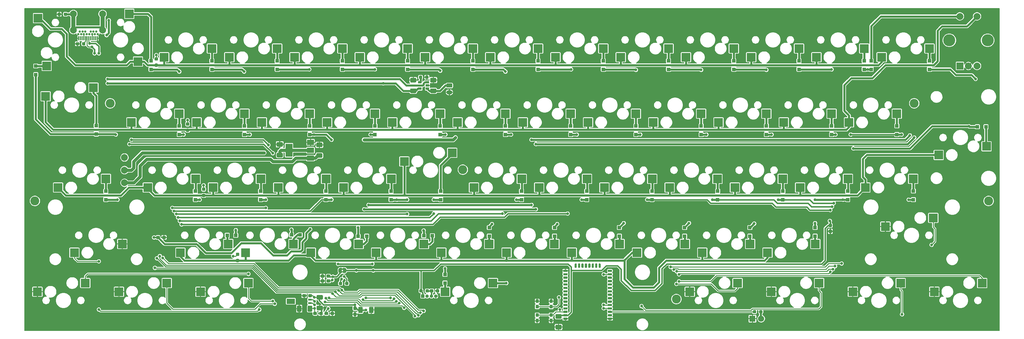
<source format=gbr>
%TF.GenerationSoftware,KiCad,Pcbnew,5.1.10*%
%TF.CreationDate,2021-07-28T13:13:53+02:00*%
%TF.ProjectId,msp430_Keyboard,6d737034-3330-45f4-9b65-79626f617264,rev?*%
%TF.SameCoordinates,Original*%
%TF.FileFunction,Copper,L2,Bot*%
%TF.FilePolarity,Positive*%
%FSLAX46Y46*%
G04 Gerber Fmt 4.6, Leading zero omitted, Abs format (unit mm)*
G04 Created by KiCad (PCBNEW 5.1.10) date 2021-07-28 13:13:53*
%MOMM*%
%LPD*%
G01*
G04 APERTURE LIST*
%TA.AperFunction,EtchedComponent*%
%ADD10C,0.100000*%
%TD*%
%TA.AperFunction,SMDPad,CuDef*%
%ADD11R,1.000000X1.000000*%
%TD*%
%TA.AperFunction,ComponentPad*%
%ADD12C,2.000000*%
%TD*%
%TA.AperFunction,ComponentPad*%
%ADD13C,1.800000*%
%TD*%
%TA.AperFunction,ComponentPad*%
%ADD14R,1.800000X1.800000*%
%TD*%
%TA.AperFunction,SMDPad,CuDef*%
%ADD15C,0.100000*%
%TD*%
%TA.AperFunction,ComponentPad*%
%ADD16C,0.650000*%
%TD*%
%TA.AperFunction,SMDPad,CuDef*%
%ADD17R,0.300000X1.200000*%
%TD*%
%TA.AperFunction,ComponentPad*%
%ADD18C,2.012000*%
%TD*%
%TA.AperFunction,SMDPad,CuDef*%
%ADD19R,2.000000X1.500000*%
%TD*%
%TA.AperFunction,SMDPad,CuDef*%
%ADD20R,2.000000X3.800000*%
%TD*%
%TA.AperFunction,SMDPad,CuDef*%
%ADD21R,1.060000X0.650000*%
%TD*%
%TA.AperFunction,ComponentPad*%
%ADD22O,1.750000X1.200000*%
%TD*%
%TA.AperFunction,ComponentPad*%
%ADD23R,2.000000X2.000000*%
%TD*%
%TA.AperFunction,ComponentPad*%
%ADD24C,3.500000*%
%TD*%
%TA.AperFunction,SMDPad,CuDef*%
%ADD25R,2.400000X1.500000*%
%TD*%
%TA.AperFunction,SMDPad,CuDef*%
%ADD26R,1.100000X0.600000*%
%TD*%
%TA.AperFunction,SMDPad,CuDef*%
%ADD27R,0.900000X1.000000*%
%TD*%
%TA.AperFunction,ComponentPad*%
%ADD28O,1.000000X1.000000*%
%TD*%
%TA.AperFunction,ComponentPad*%
%ADD29R,1.000000X1.000000*%
%TD*%
%TA.AperFunction,SMDPad,CuDef*%
%ADD30R,2.550000X2.500000*%
%TD*%
%TA.AperFunction,ComponentPad*%
%ADD31C,2.600000*%
%TD*%
%TA.AperFunction,SMDPad,CuDef*%
%ADD32R,2.500000X2.550000*%
%TD*%
%TA.AperFunction,ViaPad*%
%ADD33C,0.800000*%
%TD*%
%TA.AperFunction,Conductor*%
%ADD34C,0.406400*%
%TD*%
%TA.AperFunction,Conductor*%
%ADD35C,0.914400*%
%TD*%
%TA.AperFunction,Conductor*%
%ADD36C,0.254000*%
%TD*%
%TA.AperFunction,Conductor*%
%ADD37C,0.609600*%
%TD*%
%TA.AperFunction,Conductor*%
%ADD38C,0.304800*%
%TD*%
%TA.AperFunction,Conductor*%
%ADD39C,1.219200*%
%TD*%
%TA.AperFunction,Conductor*%
%ADD40C,0.250000*%
%TD*%
%TA.AperFunction,Conductor*%
%ADD41C,0.200000*%
%TD*%
%TA.AperFunction,Conductor*%
%ADD42C,0.100000*%
%TD*%
G04 APERTURE END LIST*
D10*
%TO.C,JP1*%
G36*
X83570000Y-67237000D02*
G01*
X84070000Y-67237000D01*
X84070000Y-66837000D01*
X83570000Y-66837000D01*
X83570000Y-67237000D01*
G37*
G36*
X83570000Y-68037000D02*
G01*
X84070000Y-68037000D01*
X84070000Y-67637000D01*
X83570000Y-67637000D01*
X83570000Y-68037000D01*
G37*
%TD*%
%TO.P,R12,2*%
%TO.N,Net-(C19-Pad1)*%
%TA.AperFunction,SMDPad,CuDef*%
G36*
G01*
X108121000Y-73643500D02*
X108121000Y-73168500D01*
G75*
G02*
X108358500Y-72931000I237500J0D01*
G01*
X108858500Y-72931000D01*
G75*
G02*
X109096000Y-73168500I0J-237500D01*
G01*
X109096000Y-73643500D01*
G75*
G02*
X108858500Y-73881000I-237500J0D01*
G01*
X108358500Y-73881000D01*
G75*
G02*
X108121000Y-73643500I0J237500D01*
G01*
G37*
%TD.AperFunction*%
%TO.P,R12,1*%
%TO.N,+3V3*%
%TA.AperFunction,SMDPad,CuDef*%
G36*
G01*
X106296000Y-73643500D02*
X106296000Y-73168500D01*
G75*
G02*
X106533500Y-72931000I237500J0D01*
G01*
X107033500Y-72931000D01*
G75*
G02*
X107271000Y-73168500I0J-237500D01*
G01*
X107271000Y-73643500D01*
G75*
G02*
X107033500Y-73881000I-237500J0D01*
G01*
X106533500Y-73881000D01*
G75*
G02*
X106296000Y-73643500I0J237500D01*
G01*
G37*
%TD.AperFunction*%
%TD*%
%TO.P,R8,2*%
%TO.N,GND*%
%TA.AperFunction,SMDPad,CuDef*%
G36*
G01*
X6941000Y-905500D02*
X6941000Y-1380500D01*
G75*
G02*
X6703500Y-1618000I-237500J0D01*
G01*
X6203500Y-1618000D01*
G75*
G02*
X5966000Y-1380500I0J237500D01*
G01*
X5966000Y-905500D01*
G75*
G02*
X6203500Y-668000I237500J0D01*
G01*
X6703500Y-668000D01*
G75*
G02*
X6941000Y-905500I0J-237500D01*
G01*
G37*
%TD.AperFunction*%
%TO.P,R8,1*%
%TO.N,Net-(J2-PadA5)*%
%TA.AperFunction,SMDPad,CuDef*%
G36*
G01*
X8766000Y-905500D02*
X8766000Y-1380500D01*
G75*
G02*
X8528500Y-1618000I-237500J0D01*
G01*
X8028500Y-1618000D01*
G75*
G02*
X7791000Y-1380500I0J237500D01*
G01*
X7791000Y-905500D01*
G75*
G02*
X8028500Y-668000I237500J0D01*
G01*
X8528500Y-668000D01*
G75*
G02*
X8766000Y-905500I0J-237500D01*
G01*
G37*
%TD.AperFunction*%
%TD*%
%TO.P,R6,2*%
%TO.N,GND*%
%TA.AperFunction,SMDPad,CuDef*%
G36*
G01*
X1607000Y7730500D02*
X1607000Y7255500D01*
G75*
G02*
X1369500Y7018000I-237500J0D01*
G01*
X869500Y7018000D01*
G75*
G02*
X632000Y7255500I0J237500D01*
G01*
X632000Y7730500D01*
G75*
G02*
X869500Y7968000I237500J0D01*
G01*
X1369500Y7968000D01*
G75*
G02*
X1607000Y7730500I0J-237500D01*
G01*
G37*
%TD.AperFunction*%
%TO.P,R6,1*%
%TO.N,Net-(J2-PadS1)*%
%TA.AperFunction,SMDPad,CuDef*%
G36*
G01*
X3432000Y7730500D02*
X3432000Y7255500D01*
G75*
G02*
X3194500Y7018000I-237500J0D01*
G01*
X2694500Y7018000D01*
G75*
G02*
X2457000Y7255500I0J237500D01*
G01*
X2457000Y7730500D01*
G75*
G02*
X2694500Y7968000I237500J0D01*
G01*
X3194500Y7968000D01*
G75*
G02*
X3432000Y7730500I0J-237500D01*
G01*
G37*
%TD.AperFunction*%
%TD*%
%TO.P,R5,2*%
%TO.N,/USB/D+*%
%TA.AperFunction,SMDPad,CuDef*%
G36*
G01*
X84626000Y-71484500D02*
X84626000Y-71009500D01*
G75*
G02*
X84863500Y-70772000I237500J0D01*
G01*
X85363500Y-70772000D01*
G75*
G02*
X85601000Y-71009500I0J-237500D01*
G01*
X85601000Y-71484500D01*
G75*
G02*
X85363500Y-71722000I-237500J0D01*
G01*
X84863500Y-71722000D01*
G75*
G02*
X84626000Y-71484500I0J237500D01*
G01*
G37*
%TD.AperFunction*%
%TO.P,R5,1*%
%TO.N,Net-(R5-Pad1)*%
%TA.AperFunction,SMDPad,CuDef*%
G36*
G01*
X82801000Y-71484500D02*
X82801000Y-71009500D01*
G75*
G02*
X83038500Y-70772000I237500J0D01*
G01*
X83538500Y-70772000D01*
G75*
G02*
X83776000Y-71009500I0J-237500D01*
G01*
X83776000Y-71484500D01*
G75*
G02*
X83538500Y-71722000I-237500J0D01*
G01*
X83038500Y-71722000D01*
G75*
G02*
X82801000Y-71484500I0J237500D01*
G01*
G37*
%TD.AperFunction*%
%TD*%
%TO.P,R4,2*%
%TO.N,/Switch_Matrix/Row_3*%
%TA.AperFunction,SMDPad,CuDef*%
G36*
G01*
X53450500Y-63202000D02*
X52975500Y-63202000D01*
G75*
G02*
X52738000Y-62964500I0J237500D01*
G01*
X52738000Y-62464500D01*
G75*
G02*
X52975500Y-62227000I237500J0D01*
G01*
X53450500Y-62227000D01*
G75*
G02*
X53688000Y-62464500I0J-237500D01*
G01*
X53688000Y-62964500D01*
G75*
G02*
X53450500Y-63202000I-237500J0D01*
G01*
G37*
%TD.AperFunction*%
%TO.P,R4,1*%
%TO.N,Net-(R4-Pad1)*%
%TA.AperFunction,SMDPad,CuDef*%
G36*
G01*
X53450500Y-65027000D02*
X52975500Y-65027000D01*
G75*
G02*
X52738000Y-64789500I0J237500D01*
G01*
X52738000Y-64289500D01*
G75*
G02*
X52975500Y-64052000I237500J0D01*
G01*
X53450500Y-64052000D01*
G75*
G02*
X53688000Y-64289500I0J-237500D01*
G01*
X53688000Y-64789500D01*
G75*
G02*
X53450500Y-65027000I-237500J0D01*
G01*
G37*
%TD.AperFunction*%
%TD*%
%TO.P,R3,2*%
%TO.N,/Switch_Matrix/Row_2*%
%TA.AperFunction,SMDPad,CuDef*%
G36*
G01*
X43544500Y-44152000D02*
X43069500Y-44152000D01*
G75*
G02*
X42832000Y-43914500I0J237500D01*
G01*
X42832000Y-43414500D01*
G75*
G02*
X43069500Y-43177000I237500J0D01*
G01*
X43544500Y-43177000D01*
G75*
G02*
X43782000Y-43414500I0J-237500D01*
G01*
X43782000Y-43914500D01*
G75*
G02*
X43544500Y-44152000I-237500J0D01*
G01*
G37*
%TD.AperFunction*%
%TO.P,R3,1*%
%TO.N,Net-(R3-Pad1)*%
%TA.AperFunction,SMDPad,CuDef*%
G36*
G01*
X43544500Y-45977000D02*
X43069500Y-45977000D01*
G75*
G02*
X42832000Y-45739500I0J237500D01*
G01*
X42832000Y-45239500D01*
G75*
G02*
X43069500Y-45002000I237500J0D01*
G01*
X43544500Y-45002000D01*
G75*
G02*
X43782000Y-45239500I0J-237500D01*
G01*
X43782000Y-45739500D01*
G75*
G02*
X43544500Y-45977000I-237500J0D01*
G01*
G37*
%TD.AperFunction*%
%TD*%
%TO.P,R2,2*%
%TO.N,/Switch_Matrix/Row_1*%
%TA.AperFunction,SMDPad,CuDef*%
G36*
G01*
X38845500Y-25102000D02*
X38370500Y-25102000D01*
G75*
G02*
X38133000Y-24864500I0J237500D01*
G01*
X38133000Y-24364500D01*
G75*
G02*
X38370500Y-24127000I237500J0D01*
G01*
X38845500Y-24127000D01*
G75*
G02*
X39083000Y-24364500I0J-237500D01*
G01*
X39083000Y-24864500D01*
G75*
G02*
X38845500Y-25102000I-237500J0D01*
G01*
G37*
%TD.AperFunction*%
%TO.P,R2,1*%
%TO.N,Net-(R2-Pad1)*%
%TA.AperFunction,SMDPad,CuDef*%
G36*
G01*
X38845500Y-26927000D02*
X38370500Y-26927000D01*
G75*
G02*
X38133000Y-26689500I0J237500D01*
G01*
X38133000Y-26189500D01*
G75*
G02*
X38370500Y-25952000I237500J0D01*
G01*
X38845500Y-25952000D01*
G75*
G02*
X39083000Y-26189500I0J-237500D01*
G01*
X39083000Y-26689500D01*
G75*
G02*
X38845500Y-26927000I-237500J0D01*
G01*
G37*
%TD.AperFunction*%
%TD*%
%TO.P,R1,2*%
%TO.N,/Switch_Matrix/Row_0*%
%TA.AperFunction,SMDPad,CuDef*%
G36*
G01*
X29701500Y-6052000D02*
X29226500Y-6052000D01*
G75*
G02*
X28989000Y-5814500I0J237500D01*
G01*
X28989000Y-5314500D01*
G75*
G02*
X29226500Y-5077000I237500J0D01*
G01*
X29701500Y-5077000D01*
G75*
G02*
X29939000Y-5314500I0J-237500D01*
G01*
X29939000Y-5814500D01*
G75*
G02*
X29701500Y-6052000I-237500J0D01*
G01*
G37*
%TD.AperFunction*%
%TO.P,R1,1*%
%TO.N,Net-(R1-Pad1)*%
%TA.AperFunction,SMDPad,CuDef*%
G36*
G01*
X29701500Y-7877000D02*
X29226500Y-7877000D01*
G75*
G02*
X28989000Y-7639500I0J237500D01*
G01*
X28989000Y-7139500D01*
G75*
G02*
X29226500Y-6902000I237500J0D01*
G01*
X29701500Y-6902000D01*
G75*
G02*
X29939000Y-7139500I0J-237500D01*
G01*
X29939000Y-7639500D01*
G75*
G02*
X29701500Y-7877000I-237500J0D01*
G01*
G37*
%TD.AperFunction*%
%TD*%
%TO.P,C19,2*%
%TO.N,GND*%
%TA.AperFunction,SMDPad,CuDef*%
G36*
G01*
X111069000Y-73643500D02*
X111069000Y-73168500D01*
G75*
G02*
X111306500Y-72931000I237500J0D01*
G01*
X111906500Y-72931000D01*
G75*
G02*
X112144000Y-73168500I0J-237500D01*
G01*
X112144000Y-73643500D01*
G75*
G02*
X111906500Y-73881000I-237500J0D01*
G01*
X111306500Y-73881000D01*
G75*
G02*
X111069000Y-73643500I0J237500D01*
G01*
G37*
%TD.AperFunction*%
%TO.P,C19,1*%
%TO.N,Net-(C19-Pad1)*%
%TA.AperFunction,SMDPad,CuDef*%
G36*
G01*
X109344000Y-73643500D02*
X109344000Y-73168500D01*
G75*
G02*
X109581500Y-72931000I237500J0D01*
G01*
X110181500Y-72931000D01*
G75*
G02*
X110419000Y-73168500I0J-237500D01*
G01*
X110419000Y-73643500D01*
G75*
G02*
X110181500Y-73881000I-237500J0D01*
G01*
X109581500Y-73881000D01*
G75*
G02*
X109344000Y-73643500I0J237500D01*
G01*
G37*
%TD.AperFunction*%
%TD*%
%TO.P,C5,2*%
%TO.N,GND*%
%TA.AperFunction,SMDPad,CuDef*%
G36*
G01*
X146288998Y-83323000D02*
X147589002Y-83323000D01*
G75*
G02*
X147839000Y-83572998I0J-249998D01*
G01*
X147839000Y-84398002D01*
G75*
G02*
X147589002Y-84648000I-249998J0D01*
G01*
X146288998Y-84648000D01*
G75*
G02*
X146039000Y-84398002I0J249998D01*
G01*
X146039000Y-83572998D01*
G75*
G02*
X146288998Y-83323000I249998J0D01*
G01*
G37*
%TD.AperFunction*%
%TO.P,C5,1*%
%TO.N,+3V3*%
%TA.AperFunction,SMDPad,CuDef*%
G36*
G01*
X146288998Y-80198000D02*
X147589002Y-80198000D01*
G75*
G02*
X147839000Y-80447998I0J-249998D01*
G01*
X147839000Y-81273002D01*
G75*
G02*
X147589002Y-81523000I-249998J0D01*
G01*
X146288998Y-81523000D01*
G75*
G02*
X146039000Y-81273002I0J249998D01*
G01*
X146039000Y-80447998D01*
G75*
G02*
X146288998Y-80198000I249998J0D01*
G01*
G37*
%TD.AperFunction*%
%TD*%
%TO.P,C2,2*%
%TO.N,GND*%
%TA.AperFunction,SMDPad,CuDef*%
G36*
G01*
X226076500Y-55443000D02*
X226551500Y-55443000D01*
G75*
G02*
X226789000Y-55680500I0J-237500D01*
G01*
X226789000Y-56280500D01*
G75*
G02*
X226551500Y-56518000I-237500J0D01*
G01*
X226076500Y-56518000D01*
G75*
G02*
X225839000Y-56280500I0J237500D01*
G01*
X225839000Y-55680500D01*
G75*
G02*
X226076500Y-55443000I237500J0D01*
G01*
G37*
%TD.AperFunction*%
%TO.P,C2,1*%
%TO.N,+3V3*%
%TA.AperFunction,SMDPad,CuDef*%
G36*
G01*
X226076500Y-53718000D02*
X226551500Y-53718000D01*
G75*
G02*
X226789000Y-53955500I0J-237500D01*
G01*
X226789000Y-54555500D01*
G75*
G02*
X226551500Y-54793000I-237500J0D01*
G01*
X226076500Y-54793000D01*
G75*
G02*
X225839000Y-54555500I0J237500D01*
G01*
X225839000Y-53955500D01*
G75*
G02*
X226076500Y-53718000I237500J0D01*
G01*
G37*
%TD.AperFunction*%
%TD*%
%TO.P,C1,2*%
%TO.N,GND*%
%TA.AperFunction,SMDPad,CuDef*%
G36*
G01*
X31186000Y-58022500D02*
X31186000Y-57547500D01*
G75*
G02*
X31423500Y-57310000I237500J0D01*
G01*
X32023500Y-57310000D01*
G75*
G02*
X32261000Y-57547500I0J-237500D01*
G01*
X32261000Y-58022500D01*
G75*
G02*
X32023500Y-58260000I-237500J0D01*
G01*
X31423500Y-58260000D01*
G75*
G02*
X31186000Y-58022500I0J237500D01*
G01*
G37*
%TD.AperFunction*%
%TO.P,C1,1*%
%TO.N,+3V3*%
%TA.AperFunction,SMDPad,CuDef*%
G36*
G01*
X29461000Y-58022500D02*
X29461000Y-57547500D01*
G75*
G02*
X29698500Y-57310000I237500J0D01*
G01*
X30298500Y-57310000D01*
G75*
G02*
X30536000Y-57547500I0J-237500D01*
G01*
X30536000Y-58022500D01*
G75*
G02*
X30298500Y-58260000I-237500J0D01*
G01*
X29698500Y-58260000D01*
G75*
G02*
X29461000Y-58022500I0J237500D01*
G01*
G37*
%TD.AperFunction*%
%TD*%
D11*
%TO.P,D7,2*%
%TO.N,Net-(D7-Pad2)*%
X50185000Y-57150000D03*
%TO.P,D7,1*%
%TO.N,Net-(D4-Pad1)*%
X52685000Y-57150000D03*
%TD*%
D12*
%TO.P,SW65,3*%
%TO.N,Net-(C8-Pad1)*%
X20193000Y-41800000D03*
%TO.P,SW65,2*%
%TO.N,+BATT*%
X20193000Y-38100000D03*
%TO.P,SW65,1*%
%TO.N,Net-(SW65-Pad1)*%
X20193000Y-34400000D03*
%TD*%
%TO.P,R11,2*%
%TO.N,Net-(R11-Pad2)*%
%TA.AperFunction,SMDPad,CuDef*%
G36*
G01*
X204680000Y-79264500D02*
X204680000Y-79739500D01*
G75*
G02*
X204442500Y-79977000I-237500J0D01*
G01*
X203942500Y-79977000D01*
G75*
G02*
X203705000Y-79739500I0J237500D01*
G01*
X203705000Y-79264500D01*
G75*
G02*
X203942500Y-79027000I237500J0D01*
G01*
X204442500Y-79027000D01*
G75*
G02*
X204680000Y-79264500I0J-237500D01*
G01*
G37*
%TD.AperFunction*%
%TO.P,R11,1*%
%TO.N,Net-(D55-Pad2)*%
%TA.AperFunction,SMDPad,CuDef*%
G36*
G01*
X206505000Y-79264500D02*
X206505000Y-79739500D01*
G75*
G02*
X206267500Y-79977000I-237500J0D01*
G01*
X205767500Y-79977000D01*
G75*
G02*
X205530000Y-79739500I0J237500D01*
G01*
X205530000Y-79264500D01*
G75*
G02*
X205767500Y-79027000I237500J0D01*
G01*
X206267500Y-79027000D01*
G75*
G02*
X206505000Y-79264500I0J-237500D01*
G01*
G37*
%TD.AperFunction*%
%TD*%
D13*
%TO.P,D55,2*%
%TO.N,Net-(D55-Pad2)*%
X206121000Y-81534000D03*
D14*
%TO.P,D55,1*%
%TO.N,GND*%
X203581000Y-81534000D03*
%TD*%
%TA.AperFunction,SMDPad,CuDef*%
D15*
%TO.P,JP1,1*%
%TO.N,Net-(C10-Pad1)*%
G36*
X83670000Y-68187000D02*
G01*
X83170000Y-68187000D01*
X83170000Y-68186398D01*
X83145466Y-68186398D01*
X83096635Y-68181588D01*
X83048510Y-68172016D01*
X83001555Y-68157772D01*
X82956222Y-68138995D01*
X82912949Y-68115864D01*
X82872150Y-68088604D01*
X82834221Y-68057476D01*
X82799524Y-68022779D01*
X82768396Y-67984850D01*
X82741136Y-67944051D01*
X82718005Y-67900778D01*
X82699228Y-67855445D01*
X82684984Y-67808490D01*
X82675412Y-67760365D01*
X82670602Y-67711534D01*
X82670602Y-67687000D01*
X82670000Y-67687000D01*
X82670000Y-67187000D01*
X82670602Y-67187000D01*
X82670602Y-67162466D01*
X82675412Y-67113635D01*
X82684984Y-67065510D01*
X82699228Y-67018555D01*
X82718005Y-66973222D01*
X82741136Y-66929949D01*
X82768396Y-66889150D01*
X82799524Y-66851221D01*
X82834221Y-66816524D01*
X82872150Y-66785396D01*
X82912949Y-66758136D01*
X82956222Y-66735005D01*
X83001555Y-66716228D01*
X83048510Y-66701984D01*
X83096635Y-66692412D01*
X83145466Y-66687602D01*
X83170000Y-66687602D01*
X83170000Y-66687000D01*
X83670000Y-66687000D01*
X83670000Y-68187000D01*
G37*
%TD.AperFunction*%
%TA.AperFunction,SMDPad,CuDef*%
%TO.P,JP1,2*%
%TO.N,+3V3*%
G36*
X84470000Y-66687602D02*
G01*
X84494534Y-66687602D01*
X84543365Y-66692412D01*
X84591490Y-66701984D01*
X84638445Y-66716228D01*
X84683778Y-66735005D01*
X84727051Y-66758136D01*
X84767850Y-66785396D01*
X84805779Y-66816524D01*
X84840476Y-66851221D01*
X84871604Y-66889150D01*
X84898864Y-66929949D01*
X84921995Y-66973222D01*
X84940772Y-67018555D01*
X84955016Y-67065510D01*
X84964588Y-67113635D01*
X84969398Y-67162466D01*
X84969398Y-67187000D01*
X84970000Y-67187000D01*
X84970000Y-67687000D01*
X84969398Y-67687000D01*
X84969398Y-67711534D01*
X84964588Y-67760365D01*
X84955016Y-67808490D01*
X84940772Y-67855445D01*
X84921995Y-67900778D01*
X84898864Y-67944051D01*
X84871604Y-67984850D01*
X84840476Y-68022779D01*
X84805779Y-68057476D01*
X84767850Y-68088604D01*
X84727051Y-68115864D01*
X84683778Y-68138995D01*
X84638445Y-68157772D01*
X84591490Y-68172016D01*
X84543365Y-68181588D01*
X84494534Y-68186398D01*
X84470000Y-68186398D01*
X84470000Y-68187000D01*
X83970000Y-68187000D01*
X83970000Y-66687000D01*
X84470000Y-66687000D01*
X84470000Y-66687602D01*
G37*
%TD.AperFunction*%
%TD*%
%TO.P,C18,2*%
%TO.N,GND*%
%TA.AperFunction,SMDPad,CuDef*%
G36*
G01*
X78542000Y-70247500D02*
X78542000Y-70722500D01*
G75*
G02*
X78304500Y-70960000I-237500J0D01*
G01*
X77704500Y-70960000D01*
G75*
G02*
X77467000Y-70722500I0J237500D01*
G01*
X77467000Y-70247500D01*
G75*
G02*
X77704500Y-70010000I237500J0D01*
G01*
X78304500Y-70010000D01*
G75*
G02*
X78542000Y-70247500I0J-237500D01*
G01*
G37*
%TD.AperFunction*%
%TO.P,C18,1*%
%TO.N,Net-(C18-Pad1)*%
%TA.AperFunction,SMDPad,CuDef*%
G36*
G01*
X80267000Y-70247500D02*
X80267000Y-70722500D01*
G75*
G02*
X80029500Y-70960000I-237500J0D01*
G01*
X79429500Y-70960000D01*
G75*
G02*
X79192000Y-70722500I0J237500D01*
G01*
X79192000Y-70247500D01*
G75*
G02*
X79429500Y-70010000I237500J0D01*
G01*
X80029500Y-70010000D01*
G75*
G02*
X80267000Y-70247500I0J-237500D01*
G01*
G37*
%TD.AperFunction*%
%TD*%
%TO.P,C17,2*%
%TO.N,GND*%
%TA.AperFunction,SMDPad,CuDef*%
G36*
G01*
X80335000Y-80247500D02*
X80335000Y-79772500D01*
G75*
G02*
X80572500Y-79535000I237500J0D01*
G01*
X81172500Y-79535000D01*
G75*
G02*
X81410000Y-79772500I0J-237500D01*
G01*
X81410000Y-80247500D01*
G75*
G02*
X81172500Y-80485000I-237500J0D01*
G01*
X80572500Y-80485000D01*
G75*
G02*
X80335000Y-80247500I0J237500D01*
G01*
G37*
%TD.AperFunction*%
%TO.P,C17,1*%
%TO.N,Net-(C17-Pad1)*%
%TA.AperFunction,SMDPad,CuDef*%
G36*
G01*
X78610000Y-80247500D02*
X78610000Y-79772500D01*
G75*
G02*
X78847500Y-79535000I237500J0D01*
G01*
X79447500Y-79535000D01*
G75*
G02*
X79685000Y-79772500I0J-237500D01*
G01*
X79685000Y-80247500D01*
G75*
G02*
X79447500Y-80485000I-237500J0D01*
G01*
X78847500Y-80485000D01*
G75*
G02*
X78610000Y-80247500I0J237500D01*
G01*
G37*
%TD.AperFunction*%
%TD*%
%TO.P,C16,2*%
%TO.N,GND*%
%TA.AperFunction,SMDPad,CuDef*%
G36*
G01*
X91578000Y-79644002D02*
X91578000Y-78343998D01*
G75*
G02*
X91827998Y-78094000I249998J0D01*
G01*
X92653002Y-78094000D01*
G75*
G02*
X92903000Y-78343998I0J-249998D01*
G01*
X92903000Y-79644002D01*
G75*
G02*
X92653002Y-79894000I-249998J0D01*
G01*
X91827998Y-79894000D01*
G75*
G02*
X91578000Y-79644002I0J249998D01*
G01*
G37*
%TD.AperFunction*%
%TO.P,C16,1*%
%TO.N,+3V3*%
%TA.AperFunction,SMDPad,CuDef*%
G36*
G01*
X88453000Y-79644002D02*
X88453000Y-78343998D01*
G75*
G02*
X88702998Y-78094000I249998J0D01*
G01*
X89528002Y-78094000D01*
G75*
G02*
X89778000Y-78343998I0J-249998D01*
G01*
X89778000Y-79644002D01*
G75*
G02*
X89528002Y-79894000I-249998J0D01*
G01*
X88702998Y-79894000D01*
G75*
G02*
X88453000Y-79644002I0J249998D01*
G01*
G37*
%TD.AperFunction*%
%TD*%
%TO.P,C15,2*%
%TO.N,GND*%
%TA.AperFunction,SMDPad,CuDef*%
G36*
G01*
X87265500Y-79700000D02*
X87740500Y-79700000D01*
G75*
G02*
X87978000Y-79937500I0J-237500D01*
G01*
X87978000Y-80537500D01*
G75*
G02*
X87740500Y-80775000I-237500J0D01*
G01*
X87265500Y-80775000D01*
G75*
G02*
X87028000Y-80537500I0J237500D01*
G01*
X87028000Y-79937500D01*
G75*
G02*
X87265500Y-79700000I237500J0D01*
G01*
G37*
%TD.AperFunction*%
%TO.P,C15,1*%
%TO.N,+3V3*%
%TA.AperFunction,SMDPad,CuDef*%
G36*
G01*
X87265500Y-77975000D02*
X87740500Y-77975000D01*
G75*
G02*
X87978000Y-78212500I0J-237500D01*
G01*
X87978000Y-78812500D01*
G75*
G02*
X87740500Y-79050000I-237500J0D01*
G01*
X87265500Y-79050000D01*
G75*
G02*
X87028000Y-78812500I0J237500D01*
G01*
X87028000Y-78212500D01*
G75*
G02*
X87265500Y-77975000I237500J0D01*
G01*
G37*
%TD.AperFunction*%
%TD*%
%TO.P,C14,2*%
%TO.N,GND*%
%TA.AperFunction,SMDPad,CuDef*%
G36*
G01*
X71871000Y-77962998D02*
X71871000Y-79263002D01*
G75*
G02*
X71621002Y-79513000I-249998J0D01*
G01*
X70795998Y-79513000D01*
G75*
G02*
X70546000Y-79263002I0J249998D01*
G01*
X70546000Y-77962998D01*
G75*
G02*
X70795998Y-77713000I249998J0D01*
G01*
X71621002Y-77713000D01*
G75*
G02*
X71871000Y-77962998I0J-249998D01*
G01*
G37*
%TD.AperFunction*%
%TO.P,C14,1*%
%TO.N,+3V3*%
%TA.AperFunction,SMDPad,CuDef*%
G36*
G01*
X74996000Y-77962998D02*
X74996000Y-79263002D01*
G75*
G02*
X74746002Y-79513000I-249998J0D01*
G01*
X73920998Y-79513000D01*
G75*
G02*
X73671000Y-79263002I0J249998D01*
G01*
X73671000Y-77962998D01*
G75*
G02*
X73920998Y-77713000I249998J0D01*
G01*
X74746002Y-77713000D01*
G75*
G02*
X74996000Y-77962998I0J-249998D01*
G01*
G37*
%TD.AperFunction*%
%TD*%
%TO.P,C13,2*%
%TO.N,GND*%
%TA.AperFunction,SMDPad,CuDef*%
G36*
G01*
X77033000Y-80247500D02*
X77033000Y-79772500D01*
G75*
G02*
X77270500Y-79535000I237500J0D01*
G01*
X77870500Y-79535000D01*
G75*
G02*
X78108000Y-79772500I0J-237500D01*
G01*
X78108000Y-80247500D01*
G75*
G02*
X77870500Y-80485000I-237500J0D01*
G01*
X77270500Y-80485000D01*
G75*
G02*
X77033000Y-80247500I0J237500D01*
G01*
G37*
%TD.AperFunction*%
%TO.P,C13,1*%
%TO.N,+3V3*%
%TA.AperFunction,SMDPad,CuDef*%
G36*
G01*
X75308000Y-80247500D02*
X75308000Y-79772500D01*
G75*
G02*
X75545500Y-79535000I237500J0D01*
G01*
X76145500Y-79535000D01*
G75*
G02*
X76383000Y-79772500I0J-237500D01*
G01*
X76383000Y-80247500D01*
G75*
G02*
X76145500Y-80485000I-237500J0D01*
G01*
X75545500Y-80485000D01*
G75*
G02*
X75308000Y-80247500I0J237500D01*
G01*
G37*
%TD.AperFunction*%
%TD*%
%TO.P,C12,2*%
%TO.N,GND*%
%TA.AperFunction,SMDPad,CuDef*%
G36*
G01*
X76565998Y-77735000D02*
X77866002Y-77735000D01*
G75*
G02*
X78116000Y-77984998I0J-249998D01*
G01*
X78116000Y-78810002D01*
G75*
G02*
X77866002Y-79060000I-249998J0D01*
G01*
X76565998Y-79060000D01*
G75*
G02*
X76316000Y-78810002I0J249998D01*
G01*
X76316000Y-77984998D01*
G75*
G02*
X76565998Y-77735000I249998J0D01*
G01*
G37*
%TD.AperFunction*%
%TO.P,C12,1*%
%TO.N,+3V3*%
%TA.AperFunction,SMDPad,CuDef*%
G36*
G01*
X76565998Y-74610000D02*
X77866002Y-74610000D01*
G75*
G02*
X78116000Y-74859998I0J-249998D01*
G01*
X78116000Y-75685002D01*
G75*
G02*
X77866002Y-75935000I-249998J0D01*
G01*
X76565998Y-75935000D01*
G75*
G02*
X76316000Y-75685002I0J249998D01*
G01*
X76316000Y-74859998D01*
G75*
G02*
X76565998Y-74610000I249998J0D01*
G01*
G37*
%TD.AperFunction*%
%TD*%
%TO.P,C11,2*%
%TO.N,GND*%
%TA.AperFunction,SMDPad,CuDef*%
G36*
G01*
X73208000Y-74565500D02*
X73208000Y-75040500D01*
G75*
G02*
X72970500Y-75278000I-237500J0D01*
G01*
X72370500Y-75278000D01*
G75*
G02*
X72133000Y-75040500I0J237500D01*
G01*
X72133000Y-74565500D01*
G75*
G02*
X72370500Y-74328000I237500J0D01*
G01*
X72970500Y-74328000D01*
G75*
G02*
X73208000Y-74565500I0J-237500D01*
G01*
G37*
%TD.AperFunction*%
%TO.P,C11,1*%
%TO.N,+3V3*%
%TA.AperFunction,SMDPad,CuDef*%
G36*
G01*
X74933000Y-74565500D02*
X74933000Y-75040500D01*
G75*
G02*
X74695500Y-75278000I-237500J0D01*
G01*
X74095500Y-75278000D01*
G75*
G02*
X73858000Y-75040500I0J237500D01*
G01*
X73858000Y-74565500D01*
G75*
G02*
X74095500Y-74328000I237500J0D01*
G01*
X74695500Y-74328000D01*
G75*
G02*
X74933000Y-74565500I0J-237500D01*
G01*
G37*
%TD.AperFunction*%
%TD*%
%TO.P,C10,2*%
%TO.N,GND*%
%TA.AperFunction,SMDPad,CuDef*%
G36*
G01*
X78542000Y-68850500D02*
X78542000Y-69325500D01*
G75*
G02*
X78304500Y-69563000I-237500J0D01*
G01*
X77704500Y-69563000D01*
G75*
G02*
X77467000Y-69325500I0J237500D01*
G01*
X77467000Y-68850500D01*
G75*
G02*
X77704500Y-68613000I237500J0D01*
G01*
X78304500Y-68613000D01*
G75*
G02*
X78542000Y-68850500I0J-237500D01*
G01*
G37*
%TD.AperFunction*%
%TO.P,C10,1*%
%TO.N,Net-(C10-Pad1)*%
%TA.AperFunction,SMDPad,CuDef*%
G36*
G01*
X80267000Y-68850500D02*
X80267000Y-69325500D01*
G75*
G02*
X80029500Y-69563000I-237500J0D01*
G01*
X79429500Y-69563000D01*
G75*
G02*
X79192000Y-69325500I0J237500D01*
G01*
X79192000Y-68850500D01*
G75*
G02*
X79429500Y-68613000I237500J0D01*
G01*
X80029500Y-68613000D01*
G75*
G02*
X80267000Y-68850500I0J-237500D01*
G01*
G37*
%TD.AperFunction*%
%TD*%
D16*
%TO.P,J2,B12*%
%TO.N,GND*%
X6725000Y1705000D03*
%TO.P,J2,B11*%
%TO.N,N/C*%
X7125000Y2405000D03*
%TO.P,J2,B10*%
X7925000Y2405000D03*
%TO.P,J2,B9*%
%TO.N,VBUS*%
X8325000Y1705000D03*
%TO.P,J2,B8*%
%TO.N,Net-(J2-PadB8)*%
X8725000Y2405000D03*
%TO.P,J2,B7*%
%TO.N,/USB/D-*%
X9125000Y1705000D03*
%TO.P,J2,B6*%
%TO.N,/USB/D+*%
X9925000Y1705000D03*
%TO.P,J2,B5*%
%TO.N,Net-(J2-PadB5)*%
X10325000Y2405000D03*
%TO.P,J2,B4*%
%TO.N,VBUS*%
X10725000Y1705000D03*
%TO.P,J2,B3*%
%TO.N,N/C*%
X11125000Y2405000D03*
%TO.P,J2,B2*%
X11925000Y2405000D03*
%TO.P,J2,B1*%
%TO.N,GND*%
X12325000Y1705000D03*
D17*
%TO.P,J2,A12*%
X12275000Y455000D03*
%TO.P,J2,A11*%
%TO.N,N/C*%
X11775000Y455000D03*
%TO.P,J2,A10*%
X11275000Y455000D03*
%TO.P,J2,A9*%
%TO.N,VBUS*%
X10775000Y455000D03*
%TO.P,J2,A8*%
%TO.N,Net-(J2-PadA8)*%
X10275000Y455000D03*
%TO.P,J2,A7*%
%TO.N,/USB/D-*%
X9775000Y455000D03*
%TO.P,J2,A6*%
%TO.N,/USB/D+*%
X9275000Y455000D03*
%TO.P,J2,A5*%
%TO.N,Net-(J2-PadA5)*%
X8775000Y455000D03*
%TO.P,J2,A4*%
%TO.N,VBUS*%
X8275000Y455000D03*
%TO.P,J2,A3*%
%TO.N,N/C*%
X7775000Y455000D03*
%TO.P,J2,A2*%
X7275000Y455000D03*
%TO.P,J2,A1*%
%TO.N,GND*%
X6775000Y455000D03*
D18*
%TO.P,J2,S1*%
%TO.N,Net-(J2-PadS1)*%
X5255000Y7585000D03*
X13795000Y7585000D03*
X5255000Y2855000D03*
X13795000Y2855000D03*
D16*
%TO.P,J2,2*%
%TO.N,N/C*%
X7525000Y1705000D03*
%TO.P,J2,1*%
X11525000Y1705000D03*
%TD*%
D19*
%TO.P,U6,1*%
%TO.N,GND*%
X74524000Y-29958000D03*
%TO.P,U6,3*%
%TO.N,Net-(C8-Pad1)*%
X74524000Y-34558000D03*
%TO.P,U6,2*%
%TO.N,+3V3*%
X74524000Y-32258000D03*
D20*
X68224000Y-32258000D03*
%TD*%
D21*
%TO.P,U5,5*%
%TO.N,Net-(R9-Pad2)*%
X106469000Y-12385000D03*
%TO.P,U5,4*%
%TO.N,VBUS*%
X106469000Y-14285000D03*
%TO.P,U5,3*%
%TO.N,+BATT*%
X108669000Y-14285000D03*
%TO.P,U5,2*%
%TO.N,GND*%
X108669000Y-13335000D03*
%TO.P,U5,1*%
%TO.N,Net-(R10-Pad1)*%
X108669000Y-12385000D03*
%TD*%
%TO.P,R9,2*%
%TO.N,Net-(R9-Pad2)*%
%TA.AperFunction,SMDPad,CuDef*%
G36*
G01*
X107144000Y-10684500D02*
X107144000Y-11159500D01*
G75*
G02*
X106906500Y-11397000I-237500J0D01*
G01*
X106406500Y-11397000D01*
G75*
G02*
X106169000Y-11159500I0J237500D01*
G01*
X106169000Y-10684500D01*
G75*
G02*
X106406500Y-10447000I237500J0D01*
G01*
X106906500Y-10447000D01*
G75*
G02*
X107144000Y-10684500I0J-237500D01*
G01*
G37*
%TD.AperFunction*%
%TO.P,R9,1*%
%TO.N,GND*%
%TA.AperFunction,SMDPad,CuDef*%
G36*
G01*
X108969000Y-10684500D02*
X108969000Y-11159500D01*
G75*
G02*
X108731500Y-11397000I-237500J0D01*
G01*
X108231500Y-11397000D01*
G75*
G02*
X107994000Y-11159500I0J237500D01*
G01*
X107994000Y-10684500D01*
G75*
G02*
X108231500Y-10447000I237500J0D01*
G01*
X108731500Y-10447000D01*
G75*
G02*
X108969000Y-10684500I0J-237500D01*
G01*
G37*
%TD.AperFunction*%
%TD*%
D22*
%TO.P,J3,2*%
%TO.N,GND*%
X115062000Y-15335000D03*
%TO.P,J3,1*%
%TO.N,+BATT*%
%TA.AperFunction,ComponentPad*%
G36*
G01*
X114436999Y-12735000D02*
X115687001Y-12735000D01*
G75*
G02*
X115937000Y-12984999I0J-249999D01*
G01*
X115937000Y-13685001D01*
G75*
G02*
X115687001Y-13935000I-249999J0D01*
G01*
X114436999Y-13935000D01*
G75*
G02*
X114187000Y-13685001I0J249999D01*
G01*
X114187000Y-12984999D01*
G75*
G02*
X114436999Y-12735000I249999J0D01*
G01*
G37*
%TD.AperFunction*%
%TD*%
%TO.P,C9,2*%
%TO.N,GND*%
%TA.AperFunction,SMDPad,CuDef*%
G36*
G01*
X66182002Y-31231000D02*
X64881998Y-31231000D01*
G75*
G02*
X64632000Y-30981002I0J249998D01*
G01*
X64632000Y-30155998D01*
G75*
G02*
X64881998Y-29906000I249998J0D01*
G01*
X66182002Y-29906000D01*
G75*
G02*
X66432000Y-30155998I0J-249998D01*
G01*
X66432000Y-30981002D01*
G75*
G02*
X66182002Y-31231000I-249998J0D01*
G01*
G37*
%TD.AperFunction*%
%TO.P,C9,1*%
%TO.N,+3V3*%
%TA.AperFunction,SMDPad,CuDef*%
G36*
G01*
X66182002Y-34356000D02*
X64881998Y-34356000D01*
G75*
G02*
X64632000Y-34106002I0J249998D01*
G01*
X64632000Y-33280998D01*
G75*
G02*
X64881998Y-33031000I249998J0D01*
G01*
X66182002Y-33031000D01*
G75*
G02*
X66432000Y-33280998I0J-249998D01*
G01*
X66432000Y-34106002D01*
G75*
G02*
X66182002Y-34356000I-249998J0D01*
G01*
G37*
%TD.AperFunction*%
%TD*%
%TO.P,C8,2*%
%TO.N,GND*%
%TA.AperFunction,SMDPad,CuDef*%
G36*
G01*
X77739002Y-31358000D02*
X76438998Y-31358000D01*
G75*
G02*
X76189000Y-31108002I0J249998D01*
G01*
X76189000Y-30282998D01*
G75*
G02*
X76438998Y-30033000I249998J0D01*
G01*
X77739002Y-30033000D01*
G75*
G02*
X77989000Y-30282998I0J-249998D01*
G01*
X77989000Y-31108002D01*
G75*
G02*
X77739002Y-31358000I-249998J0D01*
G01*
G37*
%TD.AperFunction*%
%TO.P,C8,1*%
%TO.N,Net-(C8-Pad1)*%
%TA.AperFunction,SMDPad,CuDef*%
G36*
G01*
X77739002Y-34483000D02*
X76438998Y-34483000D01*
G75*
G02*
X76189000Y-34233002I0J249998D01*
G01*
X76189000Y-33407998D01*
G75*
G02*
X76438998Y-33158000I249998J0D01*
G01*
X77739002Y-33158000D01*
G75*
G02*
X77989000Y-33407998I0J-249998D01*
G01*
X77989000Y-34233002D01*
G75*
G02*
X77739002Y-34483000I-249998J0D01*
G01*
G37*
%TD.AperFunction*%
%TD*%
%TO.P,C7,2*%
%TO.N,GND*%
%TA.AperFunction,SMDPad,CuDef*%
G36*
G01*
X111013002Y-12435000D02*
X109712998Y-12435000D01*
G75*
G02*
X109463000Y-12185002I0J249998D01*
G01*
X109463000Y-11359998D01*
G75*
G02*
X109712998Y-11110000I249998J0D01*
G01*
X111013002Y-11110000D01*
G75*
G02*
X111263000Y-11359998I0J-249998D01*
G01*
X111263000Y-12185002D01*
G75*
G02*
X111013002Y-12435000I-249998J0D01*
G01*
G37*
%TD.AperFunction*%
%TO.P,C7,1*%
%TO.N,+BATT*%
%TA.AperFunction,SMDPad,CuDef*%
G36*
G01*
X111013002Y-15560000D02*
X109712998Y-15560000D01*
G75*
G02*
X109463000Y-15310002I0J249998D01*
G01*
X109463000Y-14484998D01*
G75*
G02*
X109712998Y-14235000I249998J0D01*
G01*
X111013002Y-14235000D01*
G75*
G02*
X111263000Y-14484998I0J-249998D01*
G01*
X111263000Y-15310002D01*
G75*
G02*
X111013002Y-15560000I-249998J0D01*
G01*
G37*
%TD.AperFunction*%
%TD*%
%TO.P,C6,2*%
%TO.N,GND*%
%TA.AperFunction,SMDPad,CuDef*%
G36*
G01*
X105171002Y-12435000D02*
X103870998Y-12435000D01*
G75*
G02*
X103621000Y-12185002I0J249998D01*
G01*
X103621000Y-11359998D01*
G75*
G02*
X103870998Y-11110000I249998J0D01*
G01*
X105171002Y-11110000D01*
G75*
G02*
X105421000Y-11359998I0J-249998D01*
G01*
X105421000Y-12185002D01*
G75*
G02*
X105171002Y-12435000I-249998J0D01*
G01*
G37*
%TD.AperFunction*%
%TO.P,C6,1*%
%TO.N,VBUS*%
%TA.AperFunction,SMDPad,CuDef*%
G36*
G01*
X105171002Y-15560000D02*
X103870998Y-15560000D01*
G75*
G02*
X103621000Y-15310002I0J249998D01*
G01*
X103621000Y-14484998D01*
G75*
G02*
X103870998Y-14235000I249998J0D01*
G01*
X105171002Y-14235000D01*
G75*
G02*
X105421000Y-14484998I0J-249998D01*
G01*
X105421000Y-15310002D01*
G75*
G02*
X105171002Y-15560000I-249998J0D01*
G01*
G37*
%TD.AperFunction*%
%TD*%
D23*
%TO.P,SW64,A*%
%TO.N,/Switch_Matrix/A*%
X264160000Y-7620000D03*
D12*
%TO.P,SW64,C*%
%TO.N,GND*%
X266660000Y-7620000D03*
%TO.P,SW64,B*%
%TO.N,/Switch_Matrix/B*%
X269160000Y-7620000D03*
D24*
%TO.P,SW64,MP*%
%TO.N,N/C*%
X261060000Y-120000D03*
X272260000Y-120000D03*
D12*
%TO.P,SW64,S2*%
%TO.N,Net-(D53-Pad2)*%
X264160000Y6880000D03*
%TO.P,SW64,S1*%
%TO.N,Net-(R2-Pad1)*%
X269160000Y6880000D03*
%TD*%
D11*
%TO.P,D53,2*%
%TO.N,Net-(D53-Pad2)*%
X238252000Y-6116000D03*
%TO.P,D53,1*%
%TO.N,Net-(D48-Pad1)*%
X238252000Y-8616000D03*
%TD*%
D25*
%TO.P,Y2,3*%
%TO.N,N/C*%
X68772000Y-76454000D03*
D26*
%TO.P,Y2,2*%
%TO.N,Net-(U1-Pad8)*%
X74372000Y-75954000D03*
%TO.P,Y2,1*%
%TO.N,Net-(U1-Pad9)*%
X74372000Y-76954000D03*
%TD*%
%TO.P,U4,38*%
%TO.N,GND*%
%TA.AperFunction,SMDPad,CuDef*%
G36*
G01*
X162583000Y-81381250D02*
X162583000Y-81698750D01*
G75*
G02*
X162424250Y-81857500I-158750J0D01*
G01*
X161471750Y-81857500D01*
G75*
G02*
X161313000Y-81698750I0J158750D01*
G01*
X161313000Y-81381250D01*
G75*
G02*
X161471750Y-81222500I158750J0D01*
G01*
X162424250Y-81222500D01*
G75*
G02*
X162583000Y-81381250I0J-158750D01*
G01*
G37*
%TD.AperFunction*%
%TO.P,U4,37*%
%TO.N,Net-(U4-Pad37)*%
%TA.AperFunction,SMDPad,CuDef*%
G36*
G01*
X162583000Y-80381250D02*
X162583000Y-80698750D01*
G75*
G02*
X162424250Y-80857500I-158750J0D01*
G01*
X161471750Y-80857500D01*
G75*
G02*
X161313000Y-80698750I0J158750D01*
G01*
X161313000Y-80381250D01*
G75*
G02*
X161471750Y-80222500I158750J0D01*
G01*
X162424250Y-80222500D01*
G75*
G02*
X162583000Y-80381250I0J-158750D01*
G01*
G37*
%TD.AperFunction*%
%TO.P,U4,36*%
%TO.N,Net-(R11-Pad2)*%
%TA.AperFunction,SMDPad,CuDef*%
G36*
G01*
X162583000Y-79381250D02*
X162583000Y-79698750D01*
G75*
G02*
X162424250Y-79857500I-158750J0D01*
G01*
X161471750Y-79857500D01*
G75*
G02*
X161313000Y-79698750I0J158750D01*
G01*
X161313000Y-79381250D01*
G75*
G02*
X161471750Y-79222500I158750J0D01*
G01*
X162424250Y-79222500D01*
G75*
G02*
X162583000Y-79381250I0J-158750D01*
G01*
G37*
%TD.AperFunction*%
%TO.P,U4,35*%
%TO.N,/esp32/TX_out*%
%TA.AperFunction,SMDPad,CuDef*%
G36*
G01*
X162583000Y-78381250D02*
X162583000Y-78698750D01*
G75*
G02*
X162424250Y-78857500I-158750J0D01*
G01*
X161471750Y-78857500D01*
G75*
G02*
X161313000Y-78698750I0J158750D01*
G01*
X161313000Y-78381250D01*
G75*
G02*
X161471750Y-78222500I158750J0D01*
G01*
X162424250Y-78222500D01*
G75*
G02*
X162583000Y-78381250I0J-158750D01*
G01*
G37*
%TD.AperFunction*%
%TO.P,U4,34*%
%TO.N,/esp32/RX_in*%
%TA.AperFunction,SMDPad,CuDef*%
G36*
G01*
X162583000Y-77381250D02*
X162583000Y-77698750D01*
G75*
G02*
X162424250Y-77857500I-158750J0D01*
G01*
X161471750Y-77857500D01*
G75*
G02*
X161313000Y-77698750I0J158750D01*
G01*
X161313000Y-77381250D01*
G75*
G02*
X161471750Y-77222500I158750J0D01*
G01*
X162424250Y-77222500D01*
G75*
G02*
X162583000Y-77381250I0J-158750D01*
G01*
G37*
%TD.AperFunction*%
%TO.P,U4,33*%
%TO.N,Net-(U4-Pad33)*%
%TA.AperFunction,SMDPad,CuDef*%
G36*
G01*
X162583000Y-76381250D02*
X162583000Y-76698750D01*
G75*
G02*
X162424250Y-76857500I-158750J0D01*
G01*
X161471750Y-76857500D01*
G75*
G02*
X161313000Y-76698750I0J158750D01*
G01*
X161313000Y-76381250D01*
G75*
G02*
X161471750Y-76222500I158750J0D01*
G01*
X162424250Y-76222500D01*
G75*
G02*
X162583000Y-76381250I0J-158750D01*
G01*
G37*
%TD.AperFunction*%
%TO.P,U4,32*%
%TO.N,Net-(U4-Pad32)*%
%TA.AperFunction,SMDPad,CuDef*%
G36*
G01*
X162583000Y-75381250D02*
X162583000Y-75698750D01*
G75*
G02*
X162424250Y-75857500I-158750J0D01*
G01*
X161471750Y-75857500D01*
G75*
G02*
X161313000Y-75698750I0J158750D01*
G01*
X161313000Y-75381250D01*
G75*
G02*
X161471750Y-75222500I158750J0D01*
G01*
X162424250Y-75222500D01*
G75*
G02*
X162583000Y-75381250I0J-158750D01*
G01*
G37*
%TD.AperFunction*%
%TO.P,U4,31*%
%TO.N,Net-(U4-Pad31)*%
%TA.AperFunction,SMDPad,CuDef*%
G36*
G01*
X162583000Y-74381250D02*
X162583000Y-74698750D01*
G75*
G02*
X162424250Y-74857500I-158750J0D01*
G01*
X161471750Y-74857500D01*
G75*
G02*
X161313000Y-74698750I0J158750D01*
G01*
X161313000Y-74381250D01*
G75*
G02*
X161471750Y-74222500I158750J0D01*
G01*
X162424250Y-74222500D01*
G75*
G02*
X162583000Y-74381250I0J-158750D01*
G01*
G37*
%TD.AperFunction*%
%TO.P,U4,30*%
%TO.N,Net-(U4-Pad30)*%
%TA.AperFunction,SMDPad,CuDef*%
G36*
G01*
X162583000Y-73381250D02*
X162583000Y-73698750D01*
G75*
G02*
X162424250Y-73857500I-158750J0D01*
G01*
X161471750Y-73857500D01*
G75*
G02*
X161313000Y-73698750I0J158750D01*
G01*
X161313000Y-73381250D01*
G75*
G02*
X161471750Y-73222500I158750J0D01*
G01*
X162424250Y-73222500D01*
G75*
G02*
X162583000Y-73381250I0J-158750D01*
G01*
G37*
%TD.AperFunction*%
%TO.P,U4,29*%
%TO.N,Net-(U4-Pad29)*%
%TA.AperFunction,SMDPad,CuDef*%
G36*
G01*
X162583000Y-72381250D02*
X162583000Y-72698750D01*
G75*
G02*
X162424250Y-72857500I-158750J0D01*
G01*
X161471750Y-72857500D01*
G75*
G02*
X161313000Y-72698750I0J158750D01*
G01*
X161313000Y-72381250D01*
G75*
G02*
X161471750Y-72222500I158750J0D01*
G01*
X162424250Y-72222500D01*
G75*
G02*
X162583000Y-72381250I0J-158750D01*
G01*
G37*
%TD.AperFunction*%
%TO.P,U4,28*%
%TO.N,Net-(U4-Pad28)*%
%TA.AperFunction,SMDPad,CuDef*%
G36*
G01*
X162583000Y-71381250D02*
X162583000Y-71698750D01*
G75*
G02*
X162424250Y-71857500I-158750J0D01*
G01*
X161471750Y-71857500D01*
G75*
G02*
X161313000Y-71698750I0J158750D01*
G01*
X161313000Y-71381250D01*
G75*
G02*
X161471750Y-71222500I158750J0D01*
G01*
X162424250Y-71222500D01*
G75*
G02*
X162583000Y-71381250I0J-158750D01*
G01*
G37*
%TD.AperFunction*%
%TO.P,U4,27*%
%TO.N,Net-(U4-Pad27)*%
%TA.AperFunction,SMDPad,CuDef*%
G36*
G01*
X162583000Y-70381250D02*
X162583000Y-70698750D01*
G75*
G02*
X162424250Y-70857500I-158750J0D01*
G01*
X161471750Y-70857500D01*
G75*
G02*
X161313000Y-70698750I0J158750D01*
G01*
X161313000Y-70381250D01*
G75*
G02*
X161471750Y-70222500I158750J0D01*
G01*
X162424250Y-70222500D01*
G75*
G02*
X162583000Y-70381250I0J-158750D01*
G01*
G37*
%TD.AperFunction*%
%TO.P,U4,26*%
%TO.N,Net-(U4-Pad26)*%
%TA.AperFunction,SMDPad,CuDef*%
G36*
G01*
X162583000Y-69381250D02*
X162583000Y-69698750D01*
G75*
G02*
X162424250Y-69857500I-158750J0D01*
G01*
X161471750Y-69857500D01*
G75*
G02*
X161313000Y-69698750I0J158750D01*
G01*
X161313000Y-69381250D01*
G75*
G02*
X161471750Y-69222500I158750J0D01*
G01*
X162424250Y-69222500D01*
G75*
G02*
X162583000Y-69381250I0J-158750D01*
G01*
G37*
%TD.AperFunction*%
%TO.P,U4,25*%
%TO.N,Net-(SW63-Pad1)*%
%TA.AperFunction,SMDPad,CuDef*%
G36*
G01*
X162583000Y-68381250D02*
X162583000Y-68698750D01*
G75*
G02*
X162424250Y-68857500I-158750J0D01*
G01*
X161471750Y-68857500D01*
G75*
G02*
X161313000Y-68698750I0J158750D01*
G01*
X161313000Y-68381250D01*
G75*
G02*
X161471750Y-68222500I158750J0D01*
G01*
X162424250Y-68222500D01*
G75*
G02*
X162583000Y-68381250I0J-158750D01*
G01*
G37*
%TD.AperFunction*%
%TO.P,U4,24*%
%TO.N,Net-(U4-Pad24)*%
%TA.AperFunction,SMDPad,CuDef*%
G36*
G01*
X162583000Y-67381250D02*
X162583000Y-67698750D01*
G75*
G02*
X162424250Y-67857500I-158750J0D01*
G01*
X161471750Y-67857500D01*
G75*
G02*
X161313000Y-67698750I0J158750D01*
G01*
X161313000Y-67381250D01*
G75*
G02*
X161471750Y-67222500I158750J0D01*
G01*
X162424250Y-67222500D01*
G75*
G02*
X162583000Y-67381250I0J-158750D01*
G01*
G37*
%TD.AperFunction*%
%TO.P,U4,23*%
%TO.N,Net-(U4-Pad23)*%
%TA.AperFunction,SMDPad,CuDef*%
G36*
G01*
X158789250Y-65405000D02*
X159106750Y-65405000D01*
G75*
G02*
X159265500Y-65563750I0J-158750D01*
G01*
X159265500Y-66516250D01*
G75*
G02*
X159106750Y-66675000I-158750J0D01*
G01*
X158789250Y-66675000D01*
G75*
G02*
X158630500Y-66516250I0J158750D01*
G01*
X158630500Y-65563750D01*
G75*
G02*
X158789250Y-65405000I158750J0D01*
G01*
G37*
%TD.AperFunction*%
%TO.P,U4,22*%
%TO.N,Net-(U4-Pad22)*%
%TA.AperFunction,SMDPad,CuDef*%
G36*
G01*
X157789250Y-65405000D02*
X158106750Y-65405000D01*
G75*
G02*
X158265500Y-65563750I0J-158750D01*
G01*
X158265500Y-66516250D01*
G75*
G02*
X158106750Y-66675000I-158750J0D01*
G01*
X157789250Y-66675000D01*
G75*
G02*
X157630500Y-66516250I0J158750D01*
G01*
X157630500Y-65563750D01*
G75*
G02*
X157789250Y-65405000I158750J0D01*
G01*
G37*
%TD.AperFunction*%
%TO.P,U4,21*%
%TO.N,Net-(U4-Pad21)*%
%TA.AperFunction,SMDPad,CuDef*%
G36*
G01*
X156789250Y-65405000D02*
X157106750Y-65405000D01*
G75*
G02*
X157265500Y-65563750I0J-158750D01*
G01*
X157265500Y-66516250D01*
G75*
G02*
X157106750Y-66675000I-158750J0D01*
G01*
X156789250Y-66675000D01*
G75*
G02*
X156630500Y-66516250I0J158750D01*
G01*
X156630500Y-65563750D01*
G75*
G02*
X156789250Y-65405000I158750J0D01*
G01*
G37*
%TD.AperFunction*%
%TO.P,U4,20*%
%TO.N,Net-(U4-Pad20)*%
%TA.AperFunction,SMDPad,CuDef*%
G36*
G01*
X155789250Y-65405000D02*
X156106750Y-65405000D01*
G75*
G02*
X156265500Y-65563750I0J-158750D01*
G01*
X156265500Y-66516250D01*
G75*
G02*
X156106750Y-66675000I-158750J0D01*
G01*
X155789250Y-66675000D01*
G75*
G02*
X155630500Y-66516250I0J158750D01*
G01*
X155630500Y-65563750D01*
G75*
G02*
X155789250Y-65405000I158750J0D01*
G01*
G37*
%TD.AperFunction*%
%TO.P,U4,19*%
%TO.N,Net-(U4-Pad19)*%
%TA.AperFunction,SMDPad,CuDef*%
G36*
G01*
X154789250Y-65405000D02*
X155106750Y-65405000D01*
G75*
G02*
X155265500Y-65563750I0J-158750D01*
G01*
X155265500Y-66516250D01*
G75*
G02*
X155106750Y-66675000I-158750J0D01*
G01*
X154789250Y-66675000D01*
G75*
G02*
X154630500Y-66516250I0J158750D01*
G01*
X154630500Y-65563750D01*
G75*
G02*
X154789250Y-65405000I158750J0D01*
G01*
G37*
%TD.AperFunction*%
%TO.P,U4,18*%
%TO.N,Net-(U4-Pad18)*%
%TA.AperFunction,SMDPad,CuDef*%
G36*
G01*
X153789250Y-65405000D02*
X154106750Y-65405000D01*
G75*
G02*
X154265500Y-65563750I0J-158750D01*
G01*
X154265500Y-66516250D01*
G75*
G02*
X154106750Y-66675000I-158750J0D01*
G01*
X153789250Y-66675000D01*
G75*
G02*
X153630500Y-66516250I0J158750D01*
G01*
X153630500Y-65563750D01*
G75*
G02*
X153789250Y-65405000I158750J0D01*
G01*
G37*
%TD.AperFunction*%
%TO.P,U4,17*%
%TO.N,Net-(U4-Pad17)*%
%TA.AperFunction,SMDPad,CuDef*%
G36*
G01*
X152789250Y-65405000D02*
X153106750Y-65405000D01*
G75*
G02*
X153265500Y-65563750I0J-158750D01*
G01*
X153265500Y-66516250D01*
G75*
G02*
X153106750Y-66675000I-158750J0D01*
G01*
X152789250Y-66675000D01*
G75*
G02*
X152630500Y-66516250I0J158750D01*
G01*
X152630500Y-65563750D01*
G75*
G02*
X152789250Y-65405000I158750J0D01*
G01*
G37*
%TD.AperFunction*%
%TO.P,U4,16*%
%TO.N,Net-(U4-Pad16)*%
%TA.AperFunction,SMDPad,CuDef*%
G36*
G01*
X151789250Y-65405000D02*
X152106750Y-65405000D01*
G75*
G02*
X152265500Y-65563750I0J-158750D01*
G01*
X152265500Y-66516250D01*
G75*
G02*
X152106750Y-66675000I-158750J0D01*
G01*
X151789250Y-66675000D01*
G75*
G02*
X151630500Y-66516250I0J158750D01*
G01*
X151630500Y-65563750D01*
G75*
G02*
X151789250Y-65405000I158750J0D01*
G01*
G37*
%TD.AperFunction*%
%TO.P,U4,15*%
%TO.N,GND*%
%TA.AperFunction,SMDPad,CuDef*%
G36*
G01*
X148313000Y-67698750D02*
X148313000Y-67381250D01*
G75*
G02*
X148471750Y-67222500I158750J0D01*
G01*
X149424250Y-67222500D01*
G75*
G02*
X149583000Y-67381250I0J-158750D01*
G01*
X149583000Y-67698750D01*
G75*
G02*
X149424250Y-67857500I-158750J0D01*
G01*
X148471750Y-67857500D01*
G75*
G02*
X148313000Y-67698750I0J158750D01*
G01*
G37*
%TD.AperFunction*%
%TO.P,U4,14*%
%TO.N,Net-(U4-Pad14)*%
%TA.AperFunction,SMDPad,CuDef*%
G36*
G01*
X148313000Y-68698750D02*
X148313000Y-68381250D01*
G75*
G02*
X148471750Y-68222500I158750J0D01*
G01*
X149424250Y-68222500D01*
G75*
G02*
X149583000Y-68381250I0J-158750D01*
G01*
X149583000Y-68698750D01*
G75*
G02*
X149424250Y-68857500I-158750J0D01*
G01*
X148471750Y-68857500D01*
G75*
G02*
X148313000Y-68698750I0J158750D01*
G01*
G37*
%TD.AperFunction*%
%TO.P,U4,13*%
%TO.N,Net-(U4-Pad13)*%
%TA.AperFunction,SMDPad,CuDef*%
G36*
G01*
X148313000Y-69698750D02*
X148313000Y-69381250D01*
G75*
G02*
X148471750Y-69222500I158750J0D01*
G01*
X149424250Y-69222500D01*
G75*
G02*
X149583000Y-69381250I0J-158750D01*
G01*
X149583000Y-69698750D01*
G75*
G02*
X149424250Y-69857500I-158750J0D01*
G01*
X148471750Y-69857500D01*
G75*
G02*
X148313000Y-69698750I0J158750D01*
G01*
G37*
%TD.AperFunction*%
%TO.P,U4,12*%
%TO.N,Net-(U4-Pad12)*%
%TA.AperFunction,SMDPad,CuDef*%
G36*
G01*
X148313000Y-70698750D02*
X148313000Y-70381250D01*
G75*
G02*
X148471750Y-70222500I158750J0D01*
G01*
X149424250Y-70222500D01*
G75*
G02*
X149583000Y-70381250I0J-158750D01*
G01*
X149583000Y-70698750D01*
G75*
G02*
X149424250Y-70857500I-158750J0D01*
G01*
X148471750Y-70857500D01*
G75*
G02*
X148313000Y-70698750I0J158750D01*
G01*
G37*
%TD.AperFunction*%
%TO.P,U4,11*%
%TO.N,Net-(U4-Pad11)*%
%TA.AperFunction,SMDPad,CuDef*%
G36*
G01*
X148313000Y-71698750D02*
X148313000Y-71381250D01*
G75*
G02*
X148471750Y-71222500I158750J0D01*
G01*
X149424250Y-71222500D01*
G75*
G02*
X149583000Y-71381250I0J-158750D01*
G01*
X149583000Y-71698750D01*
G75*
G02*
X149424250Y-71857500I-158750J0D01*
G01*
X148471750Y-71857500D01*
G75*
G02*
X148313000Y-71698750I0J158750D01*
G01*
G37*
%TD.AperFunction*%
%TO.P,U4,10*%
%TO.N,Net-(U4-Pad10)*%
%TA.AperFunction,SMDPad,CuDef*%
G36*
G01*
X148313000Y-72698750D02*
X148313000Y-72381250D01*
G75*
G02*
X148471750Y-72222500I158750J0D01*
G01*
X149424250Y-72222500D01*
G75*
G02*
X149583000Y-72381250I0J-158750D01*
G01*
X149583000Y-72698750D01*
G75*
G02*
X149424250Y-72857500I-158750J0D01*
G01*
X148471750Y-72857500D01*
G75*
G02*
X148313000Y-72698750I0J158750D01*
G01*
G37*
%TD.AperFunction*%
%TO.P,U4,9*%
%TO.N,Net-(U4-Pad9)*%
%TA.AperFunction,SMDPad,CuDef*%
G36*
G01*
X148313000Y-73698750D02*
X148313000Y-73381250D01*
G75*
G02*
X148471750Y-73222500I158750J0D01*
G01*
X149424250Y-73222500D01*
G75*
G02*
X149583000Y-73381250I0J-158750D01*
G01*
X149583000Y-73698750D01*
G75*
G02*
X149424250Y-73857500I-158750J0D01*
G01*
X148471750Y-73857500D01*
G75*
G02*
X148313000Y-73698750I0J158750D01*
G01*
G37*
%TD.AperFunction*%
%TO.P,U4,8*%
%TO.N,Net-(U4-Pad8)*%
%TA.AperFunction,SMDPad,CuDef*%
G36*
G01*
X148313000Y-74698750D02*
X148313000Y-74381250D01*
G75*
G02*
X148471750Y-74222500I158750J0D01*
G01*
X149424250Y-74222500D01*
G75*
G02*
X149583000Y-74381250I0J-158750D01*
G01*
X149583000Y-74698750D01*
G75*
G02*
X149424250Y-74857500I-158750J0D01*
G01*
X148471750Y-74857500D01*
G75*
G02*
X148313000Y-74698750I0J158750D01*
G01*
G37*
%TD.AperFunction*%
%TO.P,U4,7*%
%TO.N,Net-(U4-Pad7)*%
%TA.AperFunction,SMDPad,CuDef*%
G36*
G01*
X148313000Y-75698750D02*
X148313000Y-75381250D01*
G75*
G02*
X148471750Y-75222500I158750J0D01*
G01*
X149424250Y-75222500D01*
G75*
G02*
X149583000Y-75381250I0J-158750D01*
G01*
X149583000Y-75698750D01*
G75*
G02*
X149424250Y-75857500I-158750J0D01*
G01*
X148471750Y-75857500D01*
G75*
G02*
X148313000Y-75698750I0J158750D01*
G01*
G37*
%TD.AperFunction*%
%TO.P,U4,6*%
%TO.N,Net-(U4-Pad6)*%
%TA.AperFunction,SMDPad,CuDef*%
G36*
G01*
X148313000Y-76698750D02*
X148313000Y-76381250D01*
G75*
G02*
X148471750Y-76222500I158750J0D01*
G01*
X149424250Y-76222500D01*
G75*
G02*
X149583000Y-76381250I0J-158750D01*
G01*
X149583000Y-76698750D01*
G75*
G02*
X149424250Y-76857500I-158750J0D01*
G01*
X148471750Y-76857500D01*
G75*
G02*
X148313000Y-76698750I0J158750D01*
G01*
G37*
%TD.AperFunction*%
%TO.P,U4,5*%
%TO.N,Net-(U4-Pad5)*%
%TA.AperFunction,SMDPad,CuDef*%
G36*
G01*
X148313000Y-77698750D02*
X148313000Y-77381250D01*
G75*
G02*
X148471750Y-77222500I158750J0D01*
G01*
X149424250Y-77222500D01*
G75*
G02*
X149583000Y-77381250I0J-158750D01*
G01*
X149583000Y-77698750D01*
G75*
G02*
X149424250Y-77857500I-158750J0D01*
G01*
X148471750Y-77857500D01*
G75*
G02*
X148313000Y-77698750I0J158750D01*
G01*
G37*
%TD.AperFunction*%
%TO.P,U4,4*%
%TO.N,Net-(U4-Pad4)*%
%TA.AperFunction,SMDPad,CuDef*%
G36*
G01*
X148313000Y-78698750D02*
X148313000Y-78381250D01*
G75*
G02*
X148471750Y-78222500I158750J0D01*
G01*
X149424250Y-78222500D01*
G75*
G02*
X149583000Y-78381250I0J-158750D01*
G01*
X149583000Y-78698750D01*
G75*
G02*
X149424250Y-78857500I-158750J0D01*
G01*
X148471750Y-78857500D01*
G75*
G02*
X148313000Y-78698750I0J158750D01*
G01*
G37*
%TD.AperFunction*%
%TO.P,U4,3*%
%TO.N,/esp32/EN_\u005CRST*%
%TA.AperFunction,SMDPad,CuDef*%
G36*
G01*
X148313000Y-79698750D02*
X148313000Y-79381250D01*
G75*
G02*
X148471750Y-79222500I158750J0D01*
G01*
X149424250Y-79222500D01*
G75*
G02*
X149583000Y-79381250I0J-158750D01*
G01*
X149583000Y-79698750D01*
G75*
G02*
X149424250Y-79857500I-158750J0D01*
G01*
X148471750Y-79857500D01*
G75*
G02*
X148313000Y-79698750I0J158750D01*
G01*
G37*
%TD.AperFunction*%
%TO.P,U4,2*%
%TO.N,+3V3*%
%TA.AperFunction,SMDPad,CuDef*%
G36*
G01*
X148313000Y-80698750D02*
X148313000Y-80381250D01*
G75*
G02*
X148471750Y-80222500I158750J0D01*
G01*
X149424250Y-80222500D01*
G75*
G02*
X149583000Y-80381250I0J-158750D01*
G01*
X149583000Y-80698750D01*
G75*
G02*
X149424250Y-80857500I-158750J0D01*
G01*
X148471750Y-80857500D01*
G75*
G02*
X148313000Y-80698750I0J158750D01*
G01*
G37*
%TD.AperFunction*%
%TO.P,U4,1*%
%TO.N,GND*%
%TA.AperFunction,SMDPad,CuDef*%
G36*
G01*
X148313000Y-81698750D02*
X148313000Y-81381250D01*
G75*
G02*
X148471750Y-81222500I158750J0D01*
G01*
X149424250Y-81222500D01*
G75*
G02*
X149583000Y-81381250I0J-158750D01*
G01*
X149583000Y-81698750D01*
G75*
G02*
X149424250Y-81857500I-158750J0D01*
G01*
X148471750Y-81857500D01*
G75*
G02*
X148313000Y-81698750I0J158750D01*
G01*
G37*
%TD.AperFunction*%
%TD*%
D27*
%TO.P,SW63,2*%
%TO.N,GND*%
X144798000Y-76416000D03*
%TO.P,SW63,1*%
%TO.N,Net-(SW63-Pad1)*%
X144798000Y-78016000D03*
%TO.P,SW63,2*%
%TO.N,GND*%
X140698000Y-76416000D03*
%TO.P,SW63,1*%
%TO.N,Net-(SW63-Pad1)*%
X140698000Y-78016000D03*
%TD*%
%TO.P,SW62,2*%
%TO.N,/esp32/EN_\u005CRST*%
X144798000Y-80480000D03*
%TO.P,SW62,1*%
%TO.N,GND*%
X144798000Y-82080000D03*
%TO.P,SW62,2*%
%TO.N,/esp32/EN_\u005CRST*%
X140698000Y-80480000D03*
%TO.P,SW62,1*%
%TO.N,GND*%
X140698000Y-82080000D03*
%TD*%
D28*
%TO.P,J1,4*%
%TO.N,GND*%
X111125000Y-74930000D03*
%TO.P,J1,3*%
%TO.N,Net-(C19-Pad1)*%
X109855000Y-74930000D03*
%TO.P,J1,2*%
%TO.N,Net-(J1-Pad2)*%
X108585000Y-74930000D03*
D29*
%TO.P,J1,1*%
%TO.N,+3V3*%
X107315000Y-74930000D03*
%TD*%
D30*
%TO.P,SW61,2*%
%TO.N,GND*%
X256698750Y-73660000D03*
%TO.P,SW61,1*%
%TO.N,Net-(SW61-Pad1)*%
X270668750Y-71120000D03*
%TD*%
%TO.P,SW60,2*%
%TO.N,GND*%
X209073750Y-73660000D03*
%TO.P,SW60,1*%
%TO.N,Net-(SW60-Pad1)*%
X223043750Y-71120000D03*
%TD*%
%TO.P,SW57,2*%
%TO.N,GND*%
X185261250Y-73660000D03*
%TO.P,SW57,1*%
%TO.N,Net-(SW57-Pad1)*%
X199231250Y-71120000D03*
%TD*%
%TO.P,SW53,2*%
%TO.N,GND*%
X242411250Y-54610000D03*
%TO.P,SW53,1*%
%TO.N,Net-(SW53-Pad1)*%
X256381250Y-52070000D03*
%TD*%
%TO.P,SW48,2*%
%TO.N,GND*%
X232886250Y-73660000D03*
%TO.P,SW48,1*%
%TO.N,Net-(SW48-Pad1)*%
X246856250Y-71120000D03*
%TD*%
%TO.P,SW14,2*%
%TO.N,GND*%
X18573750Y-73660000D03*
%TO.P,SW14,1*%
%TO.N,Net-(SW14-Pad1)*%
X32543750Y-71120000D03*
%TD*%
%TO.P,SW9,2*%
%TO.N,GND*%
X42386250Y-73660000D03*
%TO.P,SW9,1*%
%TO.N,Net-(SW9-Pad1)*%
X56356250Y-71120000D03*
%TD*%
%TO.P,SW5,2*%
%TO.N,GND*%
X19526250Y-59690000D03*
%TO.P,SW5,1*%
%TO.N,Net-(SW5-Pad1)*%
X5556250Y-62230000D03*
%TD*%
%TO.P,SW4,2*%
%TO.N,GND*%
X-5238750Y-73660000D03*
%TO.P,SW4,1*%
%TO.N,Net-(SW4-Pad1)*%
X8731250Y-71120000D03*
%TD*%
D11*
%TO.P,D52,2*%
%TO.N,Net-(D52-Pad2)*%
X271760000Y-25400000D03*
%TO.P,D52,1*%
%TO.N,Net-(D51-Pad1)*%
X269260000Y-25400000D03*
%TD*%
%TO.P,D51,2*%
%TO.N,Net-(D51-Pad2)*%
X255270000Y-6116000D03*
%TO.P,D51,1*%
%TO.N,Net-(D51-Pad1)*%
X255270000Y-8616000D03*
%TD*%
%TO.P,D50,2*%
%TO.N,Net-(D50-Pad2)*%
X250571000Y-44216000D03*
%TO.P,D50,1*%
%TO.N,Net-(D48-Pad1)*%
X250571000Y-46716000D03*
%TD*%
%TO.P,D49,2*%
%TO.N,Net-(D49-Pad2)*%
X245745000Y-25166000D03*
%TO.P,D49,1*%
%TO.N,Net-(D48-Pad1)*%
X245745000Y-27666000D03*
%TD*%
%TO.P,D48,2*%
%TO.N,Net-(D48-Pad2)*%
X236220000Y-6116000D03*
%TO.P,D48,1*%
%TO.N,Net-(D48-Pad1)*%
X236220000Y-8616000D03*
%TD*%
%TO.P,D47,2*%
%TO.N,Net-(D47-Pad2)*%
X221869000Y-57384000D03*
%TO.P,D47,1*%
%TO.N,Net-(D44-Pad1)*%
X221869000Y-54884000D03*
%TD*%
%TO.P,D46,2*%
%TO.N,Net-(D46-Pad2)*%
X231394000Y-44216000D03*
%TO.P,D46,1*%
%TO.N,Net-(D44-Pad1)*%
X231394000Y-46716000D03*
%TD*%
%TO.P,D45,2*%
%TO.N,Net-(D45-Pad2)*%
X226695000Y-25166000D03*
%TO.P,D45,1*%
%TO.N,Net-(D44-Pad1)*%
X226695000Y-27666000D03*
%TD*%
%TO.P,D44,2*%
%TO.N,Net-(D44-Pad2)*%
X217170000Y-6116000D03*
%TO.P,D44,1*%
%TO.N,Net-(D44-Pad1)*%
X217170000Y-8616000D03*
%TD*%
%TO.P,D43,2*%
%TO.N,Net-(D43-Pad2)*%
X202819000Y-57384000D03*
%TO.P,D43,1*%
%TO.N,Net-(D40-Pad1)*%
X202819000Y-54884000D03*
%TD*%
%TO.P,D42,2*%
%TO.N,Net-(D42-Pad2)*%
X212471000Y-44216000D03*
%TO.P,D42,1*%
%TO.N,Net-(D40-Pad1)*%
X212471000Y-46716000D03*
%TD*%
%TO.P,D41,2*%
%TO.N,Net-(D41-Pad2)*%
X207645000Y-25166000D03*
%TO.P,D41,1*%
%TO.N,Net-(D40-Pad1)*%
X207645000Y-27666000D03*
%TD*%
%TO.P,D40,2*%
%TO.N,Net-(D40-Pad2)*%
X198120000Y-6116000D03*
%TO.P,D40,1*%
%TO.N,Net-(D40-Pad1)*%
X198120000Y-8616000D03*
%TD*%
%TO.P,D39,2*%
%TO.N,Net-(D39-Pad2)*%
X183769000Y-57384000D03*
%TO.P,D39,1*%
%TO.N,Net-(D36-Pad1)*%
X183769000Y-54884000D03*
%TD*%
%TO.P,D38,2*%
%TO.N,Net-(D38-Pad2)*%
X193421000Y-44216000D03*
%TO.P,D38,1*%
%TO.N,Net-(D36-Pad1)*%
X193421000Y-46716000D03*
%TD*%
%TO.P,D37,2*%
%TO.N,Net-(D37-Pad2)*%
X188595000Y-25166000D03*
%TO.P,D37,1*%
%TO.N,Net-(D36-Pad1)*%
X188595000Y-27666000D03*
%TD*%
%TO.P,D36,2*%
%TO.N,Net-(D36-Pad2)*%
X179070000Y-6116000D03*
%TO.P,D36,1*%
%TO.N,Net-(D36-Pad1)*%
X179070000Y-8616000D03*
%TD*%
%TO.P,D35,2*%
%TO.N,Net-(D35-Pad2)*%
X164719000Y-57384000D03*
%TO.P,D35,1*%
%TO.N,Net-(D32-Pad1)*%
X164719000Y-54884000D03*
%TD*%
%TO.P,D34,2*%
%TO.N,Net-(D34-Pad2)*%
X174244000Y-44216000D03*
%TO.P,D34,1*%
%TO.N,Net-(D32-Pad1)*%
X174244000Y-46716000D03*
%TD*%
%TO.P,D33,2*%
%TO.N,Net-(D33-Pad2)*%
X169545000Y-25166000D03*
%TO.P,D33,1*%
%TO.N,Net-(D32-Pad1)*%
X169545000Y-27666000D03*
%TD*%
%TO.P,D32,2*%
%TO.N,Net-(D32-Pad2)*%
X160020000Y-6116000D03*
%TO.P,D32,1*%
%TO.N,Net-(D32-Pad1)*%
X160020000Y-8616000D03*
%TD*%
%TO.P,D31,2*%
%TO.N,Net-(D31-Pad2)*%
X145796000Y-57384000D03*
%TO.P,D31,1*%
%TO.N,Net-(D28-Pad1)*%
X145796000Y-54884000D03*
%TD*%
%TO.P,D30,2*%
%TO.N,Net-(D30-Pad2)*%
X155194000Y-44216000D03*
%TO.P,D30,1*%
%TO.N,Net-(D28-Pad1)*%
X155194000Y-46716000D03*
%TD*%
%TO.P,D29,2*%
%TO.N,Net-(D29-Pad2)*%
X150495000Y-25166000D03*
%TO.P,D29,1*%
%TO.N,Net-(D28-Pad1)*%
X150495000Y-27666000D03*
%TD*%
%TO.P,D28,2*%
%TO.N,Net-(D28-Pad2)*%
X140970000Y-6116000D03*
%TO.P,D28,1*%
%TO.N,Net-(D28-Pad1)*%
X140970000Y-8616000D03*
%TD*%
%TO.P,D27,2*%
%TO.N,Net-(D27-Pad2)*%
X126746000Y-57384000D03*
%TO.P,D27,1*%
%TO.N,Net-(D24-Pad1)*%
X126746000Y-54884000D03*
%TD*%
%TO.P,D26,2*%
%TO.N,Net-(D26-Pad2)*%
X136144000Y-44216000D03*
%TO.P,D26,1*%
%TO.N,Net-(D24-Pad1)*%
X136144000Y-46716000D03*
%TD*%
%TO.P,D25,2*%
%TO.N,Net-(D25-Pad2)*%
X131445000Y-25166000D03*
%TO.P,D25,1*%
%TO.N,Net-(D24-Pad1)*%
X131445000Y-27666000D03*
%TD*%
%TO.P,D24,2*%
%TO.N,Net-(D24-Pad2)*%
X121920000Y-6116000D03*
%TO.P,D24,1*%
%TO.N,Net-(D24-Pad1)*%
X121920000Y-8616000D03*
%TD*%
%TO.P,D23,2*%
%TO.N,Net-(D23-Pad2)*%
X113792000Y-71100000D03*
%TO.P,D23,1*%
%TO.N,Net-(D20-Pad1)*%
X113792000Y-68600000D03*
%TD*%
%TO.P,D22,2*%
%TO.N,Net-(D22-Pad2)*%
X112522000Y-44216000D03*
%TO.P,D22,1*%
%TO.N,Net-(D20-Pad1)*%
X112522000Y-46716000D03*
%TD*%
%TO.P,D21,2*%
%TO.N,Net-(D21-Pad2)*%
X112395000Y-25166000D03*
%TO.P,D21,1*%
%TO.N,Net-(D20-Pad1)*%
X112395000Y-27666000D03*
%TD*%
%TO.P,D20,2*%
%TO.N,Net-(D20-Pad2)*%
X102870000Y-6116000D03*
%TO.P,D20,1*%
%TO.N,Net-(D20-Pad1)*%
X102870000Y-8616000D03*
%TD*%
%TO.P,D19,2*%
%TO.N,Net-(D19-Pad2)*%
X110089000Y-57277000D03*
%TO.P,D19,1*%
%TO.N,Net-(D16-Pad1)*%
X107589000Y-57277000D03*
%TD*%
%TO.P,D18,2*%
%TO.N,Net-(D18-Pad2)*%
X98044000Y-44216000D03*
%TO.P,D18,1*%
%TO.N,Net-(D16-Pad1)*%
X98044000Y-46716000D03*
%TD*%
%TO.P,D17,2*%
%TO.N,Net-(D17-Pad2)*%
X93345000Y-25166000D03*
%TO.P,D17,1*%
%TO.N,Net-(D16-Pad1)*%
X93345000Y-27666000D03*
%TD*%
%TO.P,D16,2*%
%TO.N,Net-(D16-Pad2)*%
X83820000Y-6116000D03*
%TO.P,D16,1*%
%TO.N,Net-(D16-Pad1)*%
X83820000Y-8616000D03*
%TD*%
%TO.P,D15,2*%
%TO.N,Net-(D15-Pad2)*%
X90912000Y-57404000D03*
%TO.P,D15,1*%
%TO.N,Net-(D12-Pad1)*%
X88412000Y-57404000D03*
%TD*%
%TO.P,D14,2*%
%TO.N,Net-(D14-Pad2)*%
X78994000Y-44216000D03*
%TO.P,D14,1*%
%TO.N,Net-(D12-Pad1)*%
X78994000Y-46716000D03*
%TD*%
%TO.P,D13,2*%
%TO.N,Net-(D13-Pad2)*%
X74295000Y-25166000D03*
%TO.P,D13,1*%
%TO.N,Net-(D12-Pad1)*%
X74295000Y-27666000D03*
%TD*%
%TO.P,D12,2*%
%TO.N,Net-(D12-Pad2)*%
X64770000Y-6116000D03*
%TO.P,D12,1*%
%TO.N,Net-(D12-Pad1)*%
X64770000Y-8616000D03*
%TD*%
%TO.P,D11,2*%
%TO.N,Net-(D11-Pad2)*%
X71481000Y-57023000D03*
%TO.P,D11,1*%
%TO.N,Net-(D10-Pad1)*%
X68981000Y-57023000D03*
%TD*%
%TO.P,D10,2*%
%TO.N,Net-(D10-Pad2)*%
X59944000Y-44216000D03*
%TO.P,D10,1*%
%TO.N,Net-(D10-Pad1)*%
X59944000Y-46716000D03*
%TD*%
%TO.P,D9,2*%
%TO.N,Net-(D9-Pad2)*%
X55245000Y-25166000D03*
%TO.P,D9,1*%
%TO.N,Net-(D10-Pad1)*%
X55245000Y-27666000D03*
%TD*%
%TO.P,D8,2*%
%TO.N,Net-(D8-Pad2)*%
X45720000Y-6116000D03*
%TO.P,D8,1*%
%TO.N,Net-(D10-Pad1)*%
X45720000Y-8616000D03*
%TD*%
%TO.P,D6,2*%
%TO.N,Net-(D6-Pad2)*%
X40894000Y-44216000D03*
%TO.P,D6,1*%
%TO.N,Net-(D4-Pad1)*%
X40894000Y-46716000D03*
%TD*%
%TO.P,D5,2*%
%TO.N,Net-(D5-Pad2)*%
X36195000Y-25166000D03*
%TO.P,D5,1*%
%TO.N,Net-(D4-Pad1)*%
X36195000Y-27666000D03*
%TD*%
%TO.P,D4,2*%
%TO.N,Net-(D4-Pad2)*%
X27940000Y-6116000D03*
%TO.P,D4,1*%
%TO.N,Net-(D4-Pad1)*%
X27940000Y-8616000D03*
%TD*%
%TO.P,D3,2*%
%TO.N,Net-(D3-Pad2)*%
X14732000Y-44216000D03*
%TO.P,D3,1*%
%TO.N,Net-(D1-Pad1)*%
X14732000Y-46716000D03*
%TD*%
%TO.P,D2,2*%
%TO.N,Net-(D2-Pad2)*%
X11938000Y-25039000D03*
%TO.P,D2,1*%
%TO.N,Net-(D1-Pad1)*%
X11938000Y-27539000D03*
%TD*%
%TO.P,D1,2*%
%TO.N,Net-(D1-Pad2)*%
X-5715000Y-7640000D03*
%TO.P,D1,1*%
%TO.N,Net-(D1-Pad1)*%
X-5715000Y-10140000D03*
%TD*%
D31*
%TO.P,REF\u002A\u002A,1*%
%TO.N,N/C*%
X181356000Y-75819000D03*
%TD*%
%TO.P,REF\u002A\u002A,1*%
%TO.N,N/C*%
X272542000Y-47117000D03*
%TD*%
%TO.P,REF\u002A\u002A,1*%
%TO.N,N/C*%
X-5969000Y-47117000D03*
%TD*%
%TO.P,REF\u002A\u002A,1*%
%TO.N,N/C*%
X118999000Y-37973000D03*
%TD*%
%TO.P,REF\u002A\u002A,1*%
%TO.N,N/C*%
X250825000Y-18542000D03*
%TD*%
%TO.P,REF\u002A\u002A,1*%
%TO.N,N/C*%
X16002000Y-18542000D03*
%TD*%
D30*
%TO.P,SW59,2*%
%TO.N,Net-(D52-Pad2)*%
X271938750Y-31115000D03*
%TO.P,SW59,1*%
%TO.N,Net-(R3-Pad1)*%
X257968750Y-33655000D03*
%TD*%
%TO.P,SW58,2*%
%TO.N,Net-(D51-Pad2)*%
X255270000Y-2540000D03*
%TO.P,SW58,1*%
%TO.N,Net-(R1-Pad1)*%
X241300000Y-5080000D03*
%TD*%
%TO.P,SW56,2*%
%TO.N,Net-(D50-Pad2)*%
X250507500Y-40640000D03*
%TO.P,SW56,1*%
%TO.N,Net-(R3-Pad1)*%
X236537500Y-43180000D03*
%TD*%
%TO.P,SW55,2*%
%TO.N,Net-(D49-Pad2)*%
X245745000Y-21590000D03*
%TO.P,SW55,1*%
%TO.N,Net-(R2-Pad1)*%
X231775000Y-24130000D03*
%TD*%
%TO.P,SW54,2*%
%TO.N,Net-(D48-Pad2)*%
X236220000Y-2540000D03*
%TO.P,SW54,1*%
%TO.N,Net-(R1-Pad1)*%
X222250000Y-5080000D03*
%TD*%
%TO.P,SW52,2*%
%TO.N,Net-(D47-Pad2)*%
X221932500Y-59690000D03*
%TO.P,SW52,1*%
%TO.N,Net-(R4-Pad1)*%
X207962500Y-62230000D03*
%TD*%
%TO.P,SW51,2*%
%TO.N,Net-(D46-Pad2)*%
X231457500Y-40640000D03*
%TO.P,SW51,1*%
%TO.N,Net-(R3-Pad1)*%
X217487500Y-43180000D03*
%TD*%
%TO.P,SW50,2*%
%TO.N,Net-(D45-Pad2)*%
X226695000Y-21590000D03*
%TO.P,SW50,1*%
%TO.N,Net-(R2-Pad1)*%
X212725000Y-24130000D03*
%TD*%
%TO.P,SW49,2*%
%TO.N,Net-(D44-Pad2)*%
X217170000Y-2540000D03*
%TO.P,SW49,1*%
%TO.N,Net-(R1-Pad1)*%
X203200000Y-5080000D03*
%TD*%
%TO.P,SW47,2*%
%TO.N,Net-(D43-Pad2)*%
X202882500Y-59690000D03*
%TO.P,SW47,1*%
%TO.N,Net-(R4-Pad1)*%
X188912500Y-62230000D03*
%TD*%
%TO.P,SW46,2*%
%TO.N,Net-(D42-Pad2)*%
X212407500Y-40640000D03*
%TO.P,SW46,1*%
%TO.N,Net-(R3-Pad1)*%
X198437500Y-43180000D03*
%TD*%
%TO.P,SW45,2*%
%TO.N,Net-(D41-Pad2)*%
X207645000Y-21590000D03*
%TO.P,SW45,1*%
%TO.N,Net-(R2-Pad1)*%
X193675000Y-24130000D03*
%TD*%
%TO.P,SW44,2*%
%TO.N,Net-(D40-Pad2)*%
X198120000Y-2540000D03*
%TO.P,SW44,1*%
%TO.N,Net-(R1-Pad1)*%
X184150000Y-5080000D03*
%TD*%
%TO.P,SW43,2*%
%TO.N,Net-(D39-Pad2)*%
X183832500Y-59690000D03*
%TO.P,SW43,1*%
%TO.N,Net-(R4-Pad1)*%
X169862500Y-62230000D03*
%TD*%
%TO.P,SW42,2*%
%TO.N,Net-(D38-Pad2)*%
X193357500Y-40640000D03*
%TO.P,SW42,1*%
%TO.N,Net-(R3-Pad1)*%
X179387500Y-43180000D03*
%TD*%
%TO.P,SW41,2*%
%TO.N,Net-(D37-Pad2)*%
X188595000Y-21590000D03*
%TO.P,SW41,1*%
%TO.N,Net-(R2-Pad1)*%
X174625000Y-24130000D03*
%TD*%
%TO.P,SW40,2*%
%TO.N,Net-(D36-Pad2)*%
X179070000Y-2540000D03*
%TO.P,SW40,1*%
%TO.N,Net-(R1-Pad1)*%
X165100000Y-5080000D03*
%TD*%
%TO.P,SW39,2*%
%TO.N,Net-(D35-Pad2)*%
X164782500Y-59690000D03*
%TO.P,SW39,1*%
%TO.N,Net-(R4-Pad1)*%
X150812500Y-62230000D03*
%TD*%
%TO.P,SW38,2*%
%TO.N,Net-(D34-Pad2)*%
X174307500Y-40640000D03*
%TO.P,SW38,1*%
%TO.N,Net-(R3-Pad1)*%
X160337500Y-43180000D03*
%TD*%
%TO.P,SW37,2*%
%TO.N,Net-(D33-Pad2)*%
X169545000Y-21590000D03*
%TO.P,SW37,1*%
%TO.N,Net-(R2-Pad1)*%
X155575000Y-24130000D03*
%TD*%
%TO.P,SW36,2*%
%TO.N,Net-(D32-Pad2)*%
X160020000Y-2540000D03*
%TO.P,SW36,1*%
%TO.N,Net-(R1-Pad1)*%
X146050000Y-5080000D03*
%TD*%
%TO.P,SW35,2*%
%TO.N,Net-(D31-Pad2)*%
X145732500Y-59690000D03*
%TO.P,SW35,1*%
%TO.N,Net-(R4-Pad1)*%
X131762500Y-62230000D03*
%TD*%
%TO.P,SW34,2*%
%TO.N,Net-(D30-Pad2)*%
X155257500Y-40640000D03*
%TO.P,SW34,1*%
%TO.N,Net-(R3-Pad1)*%
X141287500Y-43180000D03*
%TD*%
%TO.P,SW33,2*%
%TO.N,Net-(D29-Pad2)*%
X150495000Y-21590000D03*
%TO.P,SW33,1*%
%TO.N,Net-(R2-Pad1)*%
X136525000Y-24130000D03*
%TD*%
%TO.P,SW32,2*%
%TO.N,Net-(D28-Pad2)*%
X140970000Y-2540000D03*
%TO.P,SW32,1*%
%TO.N,Net-(R1-Pad1)*%
X127000000Y-5080000D03*
%TD*%
%TO.P,SW31,2*%
%TO.N,Net-(D23-Pad2)*%
X113823750Y-73660000D03*
%TO.P,SW31,1*%
%TO.N,Net-(R4-Pad1)*%
X127793750Y-71120000D03*
%TD*%
%TO.P,SW30,2*%
%TO.N,Net-(D27-Pad2)*%
X126682500Y-59690000D03*
%TO.P,SW30,1*%
%TO.N,Net-(R4-Pad1)*%
X112712500Y-62230000D03*
%TD*%
%TO.P,SW29,2*%
%TO.N,Net-(D26-Pad2)*%
X136207500Y-40640000D03*
%TO.P,SW29,1*%
%TO.N,Net-(R3-Pad1)*%
X122237500Y-43180000D03*
%TD*%
%TO.P,SW28,2*%
%TO.N,Net-(D25-Pad2)*%
X131445000Y-21590000D03*
%TO.P,SW28,1*%
%TO.N,Net-(R2-Pad1)*%
X117475000Y-24130000D03*
%TD*%
%TO.P,SW27,2*%
%TO.N,Net-(D24-Pad2)*%
X121920000Y-2540000D03*
%TO.P,SW27,1*%
%TO.N,Net-(R1-Pad1)*%
X107950000Y-5080000D03*
%TD*%
%TO.P,SW26,2*%
%TO.N,Net-(D19-Pad2)*%
X107632500Y-59690000D03*
%TO.P,SW26,1*%
%TO.N,Net-(R4-Pad1)*%
X93662500Y-62230000D03*
%TD*%
%TO.P,SW25,2*%
%TO.N,Net-(R3-Pad1)*%
X101917500Y-35560000D03*
%TO.P,SW25,1*%
%TO.N,Net-(D22-Pad2)*%
X115887500Y-33020000D03*
%TD*%
%TO.P,SW24,2*%
%TO.N,Net-(D21-Pad2)*%
X112395000Y-21590000D03*
%TO.P,SW24,1*%
%TO.N,Net-(R2-Pad1)*%
X98425000Y-24130000D03*
%TD*%
%TO.P,SW23,2*%
%TO.N,Net-(D20-Pad2)*%
X102870000Y-2540000D03*
%TO.P,SW23,1*%
%TO.N,Net-(R1-Pad1)*%
X88900000Y-5080000D03*
%TD*%
%TO.P,SW22,2*%
%TO.N,Net-(D15-Pad2)*%
X88582500Y-59690000D03*
%TO.P,SW22,1*%
%TO.N,Net-(R4-Pad1)*%
X74612500Y-62230000D03*
%TD*%
%TO.P,SW21,2*%
%TO.N,Net-(D18-Pad2)*%
X98107500Y-40640000D03*
%TO.P,SW21,1*%
%TO.N,Net-(R3-Pad1)*%
X84137500Y-43180000D03*
%TD*%
%TO.P,SW20,2*%
%TO.N,Net-(D17-Pad2)*%
X93345000Y-21590000D03*
%TO.P,SW20,1*%
%TO.N,Net-(R2-Pad1)*%
X79375000Y-24130000D03*
%TD*%
%TO.P,SW19,2*%
%TO.N,Net-(D16-Pad2)*%
X83820000Y-2540000D03*
%TO.P,SW19,1*%
%TO.N,Net-(R1-Pad1)*%
X69850000Y-5080000D03*
%TD*%
%TO.P,SW18,2*%
%TO.N,Net-(D11-Pad2)*%
X69532500Y-59690000D03*
%TO.P,SW18,1*%
%TO.N,Net-(R4-Pad1)*%
X55562500Y-62230000D03*
%TD*%
%TO.P,SW17,2*%
%TO.N,Net-(D14-Pad2)*%
X79057500Y-40640000D03*
%TO.P,SW17,1*%
%TO.N,Net-(R3-Pad1)*%
X65087500Y-43180000D03*
%TD*%
%TO.P,SW16,2*%
%TO.N,Net-(D13-Pad2)*%
X74295000Y-21590000D03*
%TO.P,SW16,1*%
%TO.N,Net-(R2-Pad1)*%
X60325000Y-24130000D03*
%TD*%
%TO.P,SW15,2*%
%TO.N,Net-(D12-Pad2)*%
X64770000Y-2540000D03*
%TO.P,SW15,1*%
%TO.N,Net-(R1-Pad1)*%
X50800000Y-5080000D03*
%TD*%
%TO.P,SW13,2*%
%TO.N,Net-(D7-Pad2)*%
X50482500Y-59690000D03*
%TO.P,SW13,1*%
%TO.N,Net-(R4-Pad1)*%
X36512500Y-62230000D03*
%TD*%
%TO.P,SW12,2*%
%TO.N,Net-(D10-Pad2)*%
X60007500Y-40640000D03*
%TO.P,SW12,1*%
%TO.N,Net-(R3-Pad1)*%
X46037500Y-43180000D03*
%TD*%
%TO.P,SW11,2*%
%TO.N,Net-(D9-Pad2)*%
X55245000Y-21590000D03*
%TO.P,SW11,1*%
%TO.N,Net-(R2-Pad1)*%
X41275000Y-24130000D03*
%TD*%
%TO.P,SW10,2*%
%TO.N,Net-(D8-Pad2)*%
X45720000Y-2540000D03*
%TO.P,SW10,1*%
%TO.N,Net-(R1-Pad1)*%
X31750000Y-5080000D03*
%TD*%
%TO.P,SW8,2*%
%TO.N,Net-(D6-Pad2)*%
X40957500Y-40640000D03*
%TO.P,SW8,1*%
%TO.N,Net-(R3-Pad1)*%
X26987500Y-43180000D03*
%TD*%
%TO.P,SW7,2*%
%TO.N,Net-(D5-Pad2)*%
X36195000Y-21590000D03*
%TO.P,SW7,1*%
%TO.N,Net-(R2-Pad1)*%
X22225000Y-24130000D03*
%TD*%
D32*
%TO.P,SW6,2*%
%TO.N,Net-(D4-Pad2)*%
X21590000Y7620000D03*
%TO.P,SW6,1*%
%TO.N,Net-(R1-Pad1)*%
X24130000Y-6350000D03*
%TD*%
D30*
%TO.P,SW3,2*%
%TO.N,Net-(D3-Pad2)*%
X14763750Y-40640000D03*
%TO.P,SW3,1*%
%TO.N,Net-(R3-Pad1)*%
X793750Y-43180000D03*
%TD*%
%TO.P,SW2,2*%
%TO.N,Net-(R2-Pad1)*%
X-2857500Y-16510000D03*
%TO.P,SW2,1*%
%TO.N,Net-(D2-Pad2)*%
X11112500Y-13970000D03*
%TD*%
D32*
%TO.P,SW1,2*%
%TO.N,Net-(D1-Pad2)*%
X-2540000Y-7620000D03*
%TO.P,SW1,1*%
%TO.N,Net-(R1-Pad1)*%
X-5080000Y6350000D03*
%TD*%
D33*
%TO.N,GND*%
X74422000Y-71755000D03*
X76073000Y-69977000D03*
X-8255000Y8636000D03*
X-8382000Y-84455000D03*
X275082000Y-84455000D03*
X275209000Y8763000D03*
X67691000Y-84582000D03*
X75184000Y-84582000D03*
X167894000Y-84582000D03*
X174879000Y-84582000D03*
X29210000Y8255000D03*
X66675000Y8255000D03*
X104775000Y8255000D03*
X142875000Y8255000D03*
X180975000Y8255000D03*
X219075000Y8255000D03*
X257175000Y8255000D03*
X15875000Y-23495000D03*
X38100000Y-18415000D03*
X76200000Y-18415000D03*
X152400000Y-18415000D03*
X190500000Y-18415000D03*
X228600000Y-18415000D03*
X274955000Y-21590000D03*
X274955000Y-12065000D03*
X274955000Y-36195000D03*
X214630000Y-38100000D03*
X176530000Y-38100000D03*
X137795000Y-38100000D03*
X99695000Y-38100000D03*
X60960000Y-38100000D03*
X16510000Y-38100000D03*
X-8255000Y-43815000D03*
X-8255000Y-50165000D03*
X25400000Y-57150000D03*
X70485000Y-55245000D03*
X108585000Y-62230000D03*
X147955000Y-57150000D03*
X186055000Y-57150000D03*
X223520000Y-56515000D03*
X269875000Y-45085000D03*
X274955000Y-50165000D03*
X228600000Y-76200000D03*
X180975000Y-80645000D03*
X148463000Y-84582000D03*
X145415000Y-84582000D03*
X93599000Y-79121000D03*
X80899000Y-78486000D03*
X69596000Y-78613000D03*
X73152000Y-75946000D03*
X38100000Y-76200000D03*
X77851000Y-48895000D03*
X74676000Y-47371000D03*
X108204000Y-50800000D03*
X191008000Y-69723000D03*
X192659000Y-70993000D03*
X110363000Y-65913000D03*
X112395000Y-67056000D03*
X26416000Y-4445000D03*
X29464000Y-2921000D03*
X239395000Y-4572000D03*
X234823000Y-6096000D03*
X258699000Y-7366000D03*
X253238000Y-8509000D03*
X256540000Y-4699000D03*
X253238000Y-6096000D03*
X103251000Y-44196000D03*
X110744000Y-44323000D03*
X114427000Y-43561000D03*
%TO.N,+3V3*%
X75602466Y-75295317D03*
X75692000Y-78486000D03*
X87503000Y-77470000D03*
X28829000Y-57785000D03*
X65913000Y-32258000D03*
X74422000Y-55372000D03*
X226171800Y-52959000D03*
X87884000Y-67437000D03*
X90678000Y-78994000D03*
X92837000Y-67437000D03*
%TO.N,Net-(SW4-Pad1)*%
X56388000Y-68453000D03*
%TO.N,Net-(SW5-Pad1)*%
X59563000Y-78867000D03*
X12700000Y-78867000D03*
X12700000Y-64770000D03*
%TO.N,Net-(SW9-Pad1)*%
X63500000Y-76365010D03*
%TO.N,Net-(SW14-Pad1)*%
X64074379Y-77183602D03*
%TO.N,Net-(SW48-Pad1)*%
X247269000Y-80264000D03*
%TO.N,Net-(SW53-Pad1)*%
X255905000Y-59944000D03*
%TO.N,Net-(SW57-Pad1)*%
X181356000Y-71374000D03*
%TO.N,Net-(SW60-Pad1)*%
X171181943Y-77852923D03*
%TO.N,Net-(SW61-Pad1)*%
X182118000Y-70612000D03*
%TO.N,Net-(U1-Pad9)*%
X75692000Y-77470000D03*
%TO.N,Net-(U1-Pad8)*%
X75680169Y-76465831D03*
%TO.N,Net-(D1-Pad1)*%
X17653000Y-27686000D03*
X18161000Y-46736000D03*
%TO.N,Net-(D4-Pad1)*%
X36195000Y-9271000D03*
X37465000Y-27686000D03*
X52705000Y-55626000D03*
X42164000Y-46736000D03*
%TO.N,Net-(D10-Pad1)*%
X55118000Y-9271000D03*
X56769000Y-27686000D03*
X61468000Y-46736000D03*
X34163000Y-49149000D03*
X68961000Y-55499000D03*
X61468000Y-49149000D03*
%TO.N,Net-(D12-Pad1)*%
X74148000Y-8616000D03*
X75565000Y-27686000D03*
X80645000Y-46736000D03*
X80645000Y-29210000D03*
X34671000Y-50038000D03*
X88392000Y-54864000D03*
%TO.N,Net-(D16-Pad1)*%
X93325000Y-8616000D03*
X92075000Y-27686000D03*
X99695000Y-46736000D03*
X35306000Y-50927000D03*
X102743000Y-50927000D03*
X107569000Y-55753000D03*
X102743000Y-46736000D03*
%TO.N,Net-(D20-Pad1)*%
X112395000Y-9017000D03*
X113919000Y-27686000D03*
X110490000Y-46736000D03*
X113792000Y-66802000D03*
X35814000Y-51943000D03*
X110490000Y-50800000D03*
%TO.N,Net-(D24-Pad1)*%
X131445000Y-9271000D03*
X133096000Y-27686000D03*
X134620000Y-46736000D03*
X36322000Y-52959000D03*
X130556000Y-50800000D03*
X127508000Y-53848000D03*
%TO.N,Net-(D28-Pad1)*%
X150622000Y-8636000D03*
X152273000Y-27686000D03*
X153670000Y-46736000D03*
X36830000Y-53975000D03*
X149606000Y-50800000D03*
X146558000Y-53848000D03*
%TO.N,Net-(D32-Pad1)*%
X169545000Y-8763000D03*
X170815000Y-27686000D03*
X172847000Y-46736000D03*
X226314000Y-49784000D03*
X165989000Y-53594000D03*
%TO.N,Net-(D36-Pad1)*%
X188595000Y-8763000D03*
X190119000Y-27686000D03*
X191897000Y-46736000D03*
X226822000Y-48768000D03*
X185039000Y-53594000D03*
%TO.N,Net-(D40-Pad1)*%
X207645000Y-8763000D03*
X209169000Y-27686000D03*
X211074000Y-46736000D03*
X227330000Y-47752000D03*
X204089000Y-53721000D03*
%TO.N,Net-(D44-Pad1)*%
X226695000Y-8636000D03*
X227838000Y-27686000D03*
X229997000Y-46736000D03*
X221869000Y-46736000D03*
X221869000Y-53594000D03*
%TO.N,Net-(D48-Pad1)*%
X237236000Y-8636000D03*
X247142000Y-27686000D03*
X249174000Y-46736000D03*
X232283000Y-27686000D03*
%TO.N,Net-(D51-Pad1)*%
X268732000Y-11430000D03*
X266827000Y-25273000D03*
X233045000Y-31750000D03*
%TO.N,/Switch_Matrix/Row_0*%
X29464000Y-4445000D03*
%TO.N,/Switch_Matrix/Row_1*%
X38608000Y-23495000D03*
%TO.N,/Switch_Matrix/Row_2*%
X43307000Y-42545000D03*
%TO.N,/Switch_Matrix/Row_3*%
X51943000Y-63246000D03*
%TO.N,Net-(R4-Pad1)*%
X131699000Y-71120000D03*
X131699000Y-64516000D03*
%TO.N,/Switch_Matrix/Col_3*%
X31369000Y-63754000D03*
X83693000Y-73152000D03*
X107569000Y-79248000D03*
X179705000Y-66421000D03*
X229616000Y-65405000D03*
%TO.N,/Switch_Matrix/Col_2*%
X30511505Y-63239503D03*
X82703048Y-73293421D03*
X106642258Y-79771020D03*
X180594000Y-67183000D03*
X227711000Y-66167000D03*
%TO.N,/Switch_Matrix/Col_1*%
X81774765Y-73698010D03*
X29667000Y-63881000D03*
X227076000Y-67056000D03*
X181483000Y-67691000D03*
X106018952Y-80553000D03*
%TO.N,/Switch_Matrix/Col_0*%
X80927790Y-74229645D03*
X29083000Y-66675000D03*
X105029000Y-80772000D03*
X182118000Y-68580000D03*
X226314000Y-67818000D03*
%TO.N,Net-(J1-Pad2)*%
X99568000Y-76454000D03*
X79961372Y-75473000D03*
%TO.N,VBUS*%
X15621000Y5715000D03*
X15240000Y-12700000D03*
X14970200Y1397000D03*
X82550000Y-65532000D03*
X92583000Y-65532000D03*
X95758000Y-12700000D03*
%TO.N,/USB/D-*%
X9998000Y-1016000D03*
X12700000Y-3937000D03*
X62230000Y-30734000D03*
X22225000Y-29210000D03*
%TO.N,/USB/D+*%
X10668000Y-2032000D03*
X21590000Y-30480000D03*
X63500000Y-33147000D03*
X11430000Y-3937000D03*
X84328000Y-69215000D03*
%TO.N,Net-(R5-Pad1)*%
X83559933Y-69970933D03*
%TO.N,/esp32/EN_\u005CRST*%
X101847933Y-78365067D03*
X78740000Y-76666800D03*
X147320000Y-78867000D03*
%TO.N,Net-(SW63-Pad1)*%
X147066000Y-75311000D03*
X160147000Y-68580000D03*
%TO.N,/esp32/RX_in*%
X90715517Y-75473000D03*
X97910487Y-75435869D03*
X160147000Y-77470000D03*
%TO.N,/esp32/TX_out*%
X89795067Y-75939933D03*
X98860892Y-75746892D03*
X160147000Y-78486000D03*
%TO.N,/Switch_Matrix/A*%
X249555000Y-27940000D03*
X139065000Y-29210000D03*
X139065000Y-48260000D03*
X91440000Y-48260000D03*
%TO.N,/Switch_Matrix/B*%
X250825000Y-28575000D03*
X140335000Y-30480000D03*
X140335000Y-49530000D03*
X90170000Y-49530000D03*
%TO.N,+BATT*%
X116840000Y-28575000D03*
X60960000Y-33020000D03*
X90170000Y-29210000D03*
%TO.N,Net-(R10-Pad1)*%
X15240000Y-11430000D03*
%TO.N,Net-(C10-Pad1)*%
X81040421Y-69241048D03*
%TO.N,Net-(C17-Pad1)*%
X79701926Y-78601222D03*
%TO.N,Net-(C18-Pad1)*%
X80899000Y-70231000D03*
%TO.N,Net-(C19-Pad1)*%
X100457000Y-76997000D03*
X78961482Y-75578819D03*
%TD*%
D34*
%TO.N,GND*%
X77089000Y-78397500D02*
X77089000Y-78486000D01*
X77697500Y-79094500D02*
X77697500Y-80010000D01*
X77089000Y-78486000D02*
X77697500Y-79094500D01*
D35*
%TO.N,+3V3*%
X74524000Y-32258000D02*
X68224000Y-32258000D01*
X65532000Y-33693500D02*
X65532000Y-32639000D01*
X65913000Y-32258000D02*
X68224000Y-32258000D01*
X65532000Y-32639000D02*
X65913000Y-32258000D01*
D36*
X75692000Y-78486000D02*
X75819000Y-78359000D01*
X74587500Y-78486000D02*
X75692000Y-78486000D01*
X75692000Y-79729500D02*
X75692000Y-78486000D01*
X75972500Y-80010000D02*
X75692000Y-79729500D01*
X75625283Y-75272500D02*
X75602466Y-75295317D01*
X77089000Y-75272500D02*
X75625283Y-75272500D01*
D34*
X107315000Y-73937500D02*
X106783500Y-73406000D01*
X107315000Y-74930000D02*
X107315000Y-73937500D01*
D36*
X75110149Y-74803000D02*
X75602466Y-75295317D01*
X74522500Y-74803000D02*
X75110149Y-74803000D01*
D34*
X28829000Y-57785000D02*
X29998500Y-57785000D01*
D37*
X68834000Y-61849000D02*
X71651199Y-61849000D01*
X63627000Y-62992000D02*
X67691000Y-62992000D01*
X60071000Y-59436000D02*
X63627000Y-62992000D01*
X54286894Y-59436000D02*
X60071000Y-59436000D01*
X71651199Y-61849000D02*
X72136000Y-61364199D01*
X51365894Y-62357000D02*
X54286894Y-59436000D01*
X43942000Y-62357000D02*
X51365894Y-62357000D01*
X67691000Y-62992000D02*
X68834000Y-61849000D01*
X41275000Y-59690000D02*
X43942000Y-62357000D01*
X31903500Y-59690000D02*
X41275000Y-59690000D01*
X29998500Y-57785000D02*
X31903500Y-59690000D01*
X72136000Y-61364199D02*
X72136000Y-59182000D01*
X72136000Y-59182000D02*
X73279000Y-58039000D01*
X73279000Y-56515000D02*
X74422000Y-55372000D01*
X73279000Y-58039000D02*
X73279000Y-56515000D01*
D34*
X226314000Y-53101200D02*
X226171800Y-52959000D01*
X226314000Y-54255500D02*
X226314000Y-53101200D01*
X87884000Y-67437000D02*
X84470000Y-67437000D01*
X147259500Y-80540000D02*
X146939000Y-80860500D01*
X148948000Y-80540000D02*
X147259500Y-80540000D01*
X106783500Y-67460500D02*
X106807000Y-67437000D01*
X106783500Y-73406000D02*
X106783500Y-67460500D01*
X149711000Y-80540000D02*
X148948000Y-80540000D01*
X150622000Y-79629000D02*
X149711000Y-80540000D01*
X112522000Y-65532000D02*
X149733000Y-65532000D01*
X149733000Y-65532000D02*
X150622000Y-66421000D01*
X110617000Y-67437000D02*
X112522000Y-65532000D01*
X106807000Y-67437000D02*
X110617000Y-67437000D01*
X150622000Y-66421000D02*
X150622000Y-67437000D01*
X150622000Y-67437000D02*
X150622000Y-79629000D01*
X225652500Y-54255500D02*
X226314000Y-54255500D01*
X224790000Y-55118000D02*
X225652500Y-54255500D01*
X150622000Y-67437000D02*
X159512000Y-67437000D01*
X159512000Y-67437000D02*
X160909000Y-66040000D01*
X165227000Y-67056000D02*
X165227000Y-70358000D01*
X160909000Y-66040000D02*
X164211000Y-66040000D01*
X168148000Y-73279000D02*
X175133000Y-73279000D01*
X178562000Y-65532000D02*
X223774000Y-65532000D01*
X165227000Y-70358000D02*
X168148000Y-73279000D01*
X224790000Y-64516000D02*
X224790000Y-55118000D01*
X164211000Y-66040000D02*
X165227000Y-67056000D01*
X175133000Y-73279000D02*
X177165000Y-71247000D01*
X177165000Y-66929000D02*
X178562000Y-65532000D01*
X177165000Y-71247000D02*
X177165000Y-66929000D01*
X223774000Y-65532000D02*
X224790000Y-64516000D01*
X77089000Y-75272500D02*
X77089000Y-75565000D01*
X77089000Y-76200000D02*
X77089000Y-75272500D01*
X78359000Y-77470000D02*
X77089000Y-76200000D01*
X87503000Y-77470000D02*
X78359000Y-77470000D01*
X87503000Y-77470000D02*
X87503000Y-78512500D01*
X87503000Y-78512500D02*
X87910500Y-78512500D01*
X88392000Y-78994000D02*
X89115500Y-78994000D01*
X87910500Y-78512500D02*
X88392000Y-78994000D01*
X89115500Y-78994000D02*
X90678000Y-78994000D01*
X92837000Y-67437000D02*
X106807000Y-67437000D01*
X87884000Y-67437000D02*
X92837000Y-67437000D01*
D36*
%TO.N,Net-(SW4-Pad1)*%
X8763000Y-71088250D02*
X8763000Y-69088000D01*
X9398000Y-68453000D02*
X56388000Y-68453000D01*
X8763000Y-69088000D02*
X9398000Y-68453000D01*
X8731250Y-71120000D02*
X8763000Y-71088250D01*
%TO.N,Net-(SW5-Pad1)*%
X12700000Y-64770000D02*
X6477000Y-64770000D01*
X5556250Y-63849250D02*
X5556250Y-62230000D01*
X6477000Y-64770000D02*
X5556250Y-63849250D01*
X13208000Y-79375000D02*
X12700000Y-78867000D01*
X59055000Y-79375000D02*
X13208000Y-79375000D01*
X59563000Y-78867000D02*
X59055000Y-79375000D01*
%TO.N,Net-(SW9-Pad1)*%
X63500000Y-76365010D02*
X57188010Y-76365010D01*
X56356250Y-75533250D02*
X56356250Y-71120000D01*
X57188010Y-76365010D02*
X56356250Y-75533250D01*
%TO.N,Net-(SW14-Pad1)*%
X64074379Y-77183602D02*
X59849398Y-77183602D01*
X59849398Y-77183602D02*
X58293000Y-78740000D01*
X58293000Y-78740000D02*
X34290000Y-78740000D01*
X32543750Y-76993750D02*
X32543750Y-71120000D01*
X34290000Y-78740000D02*
X32543750Y-76993750D01*
%TO.N,Net-(SW48-Pad1)*%
X247269000Y-73533000D02*
X247269000Y-80264000D01*
X246856250Y-73120250D02*
X247269000Y-73533000D01*
X246856250Y-71120000D02*
X246856250Y-73120250D01*
%TO.N,Net-(SW53-Pad1)*%
X255905000Y-59944000D02*
X256921000Y-58928000D01*
X256921000Y-58928000D02*
X256921000Y-55245000D01*
X256381250Y-54705250D02*
X256381250Y-52070000D01*
X256921000Y-55245000D02*
X256381250Y-54705250D01*
%TO.N,Net-(SW57-Pad1)*%
X181356000Y-71374000D02*
X191516000Y-71374000D01*
X191516000Y-71374000D02*
X193548000Y-73406000D01*
X193548000Y-73406000D02*
X198501000Y-73406000D01*
X199231250Y-72675750D02*
X199231250Y-71120000D01*
X198501000Y-73406000D02*
X199231250Y-72675750D01*
%TO.N,Net-(SW60-Pad1)*%
X223647000Y-73914000D02*
X223043750Y-73310750D01*
X223043750Y-73310750D02*
X223043750Y-71120000D01*
X222925010Y-78699990D02*
X223647000Y-77978000D01*
X203540990Y-78699990D02*
X222925010Y-78699990D01*
X203154990Y-79085990D02*
X203540990Y-78699990D01*
X223647000Y-77978000D02*
X223647000Y-73914000D01*
X172415010Y-79085990D02*
X203154990Y-79085990D01*
X171181943Y-77852923D02*
X172415010Y-79085990D01*
%TO.N,Net-(SW61-Pad1)*%
X182118000Y-70612000D02*
X191389000Y-70612000D01*
X191389000Y-70612000D02*
X193040000Y-68961000D01*
X269938500Y-68961000D02*
X270668750Y-69691250D01*
X270668750Y-69691250D02*
X270668750Y-71120000D01*
X193040000Y-68961000D02*
X269938500Y-68961000D01*
%TO.N,Net-(U1-Pad9)*%
X75608376Y-77470000D02*
X75692000Y-77470000D01*
X75092376Y-76954000D02*
X75142188Y-77003812D01*
X74499000Y-76954000D02*
X75092376Y-76954000D01*
X75142188Y-77003812D02*
X75608376Y-77470000D01*
%TO.N,Net-(U1-Pad8)*%
X75168338Y-75954000D02*
X75680169Y-76465831D01*
X74499000Y-75954000D02*
X75168338Y-75954000D01*
D37*
%TO.N,Net-(D1-Pad2)*%
X-5695000Y-7620000D02*
X-5715000Y-7640000D01*
X-2540000Y-7620000D02*
X-5695000Y-7620000D01*
%TO.N,Net-(D1-Pad1)*%
X-1417000Y-27539000D02*
X11938000Y-27539000D01*
X-5715000Y-23241000D02*
X-1417000Y-27539000D01*
X-5715000Y-10140000D02*
X-5715000Y-23241000D01*
X17506000Y-27539000D02*
X17653000Y-27686000D01*
X11938000Y-27539000D02*
X17506000Y-27539000D01*
X14752000Y-46736000D02*
X14732000Y-46716000D01*
X18161000Y-46736000D02*
X14752000Y-46736000D01*
%TO.N,Net-(D2-Pad2)*%
X11112500Y-15557500D02*
X11938000Y-16383000D01*
X11938000Y-16383000D02*
X11938000Y-25039000D01*
X11112500Y-13970000D02*
X11112500Y-15557500D01*
%TO.N,Net-(D3-Pad2)*%
X14763750Y-44184250D02*
X14732000Y-44216000D01*
X14763750Y-40640000D02*
X14763750Y-44184250D01*
%TO.N,Net-(D4-Pad2)*%
X21590000Y7620000D02*
X27051000Y7620000D01*
X27940000Y6731000D02*
X27940000Y-6116000D01*
X27051000Y7620000D02*
X27940000Y6731000D01*
%TO.N,Net-(D4-Pad1)*%
X35540000Y-8616000D02*
X36195000Y-9271000D01*
X27940000Y-8616000D02*
X35540000Y-8616000D01*
X36215000Y-27686000D02*
X36195000Y-27666000D01*
X37465000Y-27686000D02*
X36215000Y-27686000D01*
X52685000Y-55646000D02*
X52705000Y-55626000D01*
X52685000Y-57150000D02*
X52685000Y-55646000D01*
X40914000Y-46736000D02*
X40894000Y-46716000D01*
X42164000Y-46736000D02*
X40914000Y-46736000D01*
%TO.N,Net-(D5-Pad2)*%
X36195000Y-21590000D02*
X36195000Y-25166000D01*
%TO.N,Net-(D6-Pad2)*%
X40957500Y-44152500D02*
X40894000Y-44216000D01*
X40957500Y-40640000D02*
X40957500Y-44152500D01*
%TO.N,Net-(D7-Pad2)*%
X50185000Y-59392500D02*
X50482500Y-59690000D01*
X50185000Y-57150000D02*
X50185000Y-59392500D01*
%TO.N,Net-(D8-Pad2)*%
X45720000Y-2540000D02*
X45720000Y-6116000D01*
%TO.N,Net-(D10-Pad1)*%
X45720000Y-8616000D02*
X54463000Y-8616000D01*
X54463000Y-8616000D02*
X55118000Y-9271000D01*
X55265000Y-27686000D02*
X55245000Y-27666000D01*
X56769000Y-27686000D02*
X55265000Y-27686000D01*
X59964000Y-46736000D02*
X59944000Y-46716000D01*
X61468000Y-46736000D02*
X59964000Y-46736000D01*
X68981000Y-57023000D02*
X68981000Y-55519000D01*
X68981000Y-55519000D02*
X68961000Y-55499000D01*
D34*
X55626000Y-49149000D02*
X61468000Y-49149000D01*
X34163000Y-49149000D02*
X55626000Y-49149000D01*
D37*
%TO.N,Net-(D9-Pad2)*%
X55245000Y-21590000D02*
X55245000Y-25166000D01*
%TO.N,Net-(D10-Pad2)*%
X60007500Y-44152500D02*
X59944000Y-44216000D01*
X60007500Y-40640000D02*
X60007500Y-44152500D01*
%TO.N,Net-(D11-Pad2)*%
X69532500Y-59690000D02*
X69532500Y-60134500D01*
X71481000Y-57023000D02*
X70739000Y-57023000D01*
X69532500Y-58229500D02*
X69532500Y-59690000D01*
X70739000Y-57023000D02*
X69532500Y-58229500D01*
%TO.N,Net-(D12-Pad2)*%
X64770000Y-2540000D02*
X64770000Y-6116000D01*
%TO.N,Net-(D12-Pad1)*%
X64770000Y-8616000D02*
X74148000Y-8616000D01*
X74315000Y-27686000D02*
X74295000Y-27666000D01*
X75565000Y-27686000D02*
X74315000Y-27686000D01*
X79014000Y-46736000D02*
X78994000Y-46716000D01*
X80645000Y-46736000D02*
X79014000Y-46736000D01*
X78994000Y-27686000D02*
X79121000Y-27686000D01*
X79121000Y-27686000D02*
X80645000Y-29210000D01*
X75565000Y-27686000D02*
X78994000Y-27686000D01*
D34*
X34671000Y-50038000D02*
X74422000Y-50038000D01*
X77744000Y-46716000D02*
X78994000Y-46716000D01*
X74422000Y-50038000D02*
X77744000Y-46716000D01*
D37*
X88412000Y-54884000D02*
X88392000Y-54864000D01*
X88412000Y-57404000D02*
X88412000Y-54884000D01*
%TO.N,Net-(D13-Pad2)*%
X74295000Y-21590000D02*
X74295000Y-25166000D01*
%TO.N,Net-(D14-Pad2)*%
X79057500Y-44152500D02*
X78994000Y-44216000D01*
X79057500Y-40640000D02*
X79057500Y-44152500D01*
%TO.N,Net-(D15-Pad2)*%
X88582500Y-59690000D02*
X90043000Y-59690000D01*
X90912000Y-58821000D02*
X90912000Y-57404000D01*
X90043000Y-59690000D02*
X90912000Y-58821000D01*
%TO.N,Net-(D16-Pad2)*%
X83820000Y-2540000D02*
X83820000Y-6116000D01*
%TO.N,Net-(D16-Pad1)*%
X83820000Y-8616000D02*
X93325000Y-8616000D01*
X93325000Y-27686000D02*
X93345000Y-27666000D01*
X92075000Y-27686000D02*
X93325000Y-27686000D01*
X98064000Y-46736000D02*
X98044000Y-46716000D01*
X99695000Y-46736000D02*
X98064000Y-46736000D01*
D34*
X35306000Y-50927000D02*
X38989000Y-50927000D01*
X38989000Y-50927000D02*
X102743000Y-50927000D01*
D37*
X107589000Y-55773000D02*
X107569000Y-55753000D01*
X107589000Y-57277000D02*
X107589000Y-55773000D01*
X99695000Y-46736000D02*
X102743000Y-46736000D01*
%TO.N,Net-(D17-Pad2)*%
X93345000Y-21590000D02*
X93345000Y-25166000D01*
%TO.N,Net-(D18-Pad2)*%
X98107500Y-44152500D02*
X98044000Y-44216000D01*
X98107500Y-40640000D02*
X98107500Y-44152500D01*
%TO.N,Net-(D19-Pad2)*%
X107632500Y-59690000D02*
X109347000Y-59690000D01*
X110089000Y-58948000D02*
X110089000Y-57277000D01*
X109347000Y-59690000D02*
X110089000Y-58948000D01*
%TO.N,Net-(D20-Pad2)*%
X102870000Y-2540000D02*
X102870000Y-6116000D01*
%TO.N,Net-(D20-Pad1)*%
X111994000Y-8616000D02*
X112395000Y-9017000D01*
X102870000Y-8616000D02*
X111994000Y-8616000D01*
X112415000Y-27686000D02*
X112395000Y-27666000D01*
X113919000Y-27686000D02*
X112415000Y-27686000D01*
X112502000Y-46736000D02*
X112522000Y-46716000D01*
X110490000Y-46736000D02*
X112502000Y-46736000D01*
X113792000Y-66802000D02*
X113792000Y-68600000D01*
D34*
X109347000Y-51943000D02*
X110490000Y-50800000D01*
X35814000Y-51943000D02*
X109347000Y-51943000D01*
D37*
%TO.N,Net-(D21-Pad2)*%
X112395000Y-21590000D02*
X112395000Y-25166000D01*
%TO.N,Net-(D22-Pad2)*%
X115887500Y-33020000D02*
X115887500Y-33337500D01*
X112522000Y-36703000D02*
X112522000Y-44216000D01*
X115887500Y-33337500D02*
X112522000Y-36703000D01*
%TO.N,Net-(D23-Pad2)*%
X113823750Y-71131750D02*
X113792000Y-71100000D01*
X113823750Y-73660000D02*
X113823750Y-71131750D01*
%TO.N,Net-(D24-Pad2)*%
X121920000Y-2540000D02*
X121920000Y-6116000D01*
%TO.N,Net-(D24-Pad1)*%
X130790000Y-8616000D02*
X131445000Y-9271000D01*
X121920000Y-8616000D02*
X130790000Y-8616000D01*
X131465000Y-27686000D02*
X131445000Y-27666000D01*
X133096000Y-27686000D02*
X131465000Y-27686000D01*
X136124000Y-46736000D02*
X136144000Y-46716000D01*
X134620000Y-46736000D02*
X136124000Y-46736000D01*
D34*
X36322000Y-52959000D02*
X109728000Y-52959000D01*
X111887000Y-50800000D02*
X130556000Y-50800000D01*
X109728000Y-52959000D02*
X111887000Y-50800000D01*
D37*
X126746000Y-54610000D02*
X127508000Y-53848000D01*
X126746000Y-54884000D02*
X126746000Y-54610000D01*
%TO.N,Net-(D25-Pad2)*%
X131445000Y-21590000D02*
X131445000Y-25166000D01*
%TO.N,Net-(D26-Pad2)*%
X136207500Y-44152500D02*
X136144000Y-44216000D01*
X136207500Y-40640000D02*
X136207500Y-44152500D01*
%TO.N,Net-(D27-Pad2)*%
X126682500Y-57447500D02*
X126746000Y-57384000D01*
X126682500Y-59690000D02*
X126682500Y-57447500D01*
%TO.N,Net-(D28-Pad2)*%
X140970000Y-2540000D02*
X140970000Y-6116000D01*
%TO.N,Net-(D28-Pad1)*%
X150602000Y-8616000D02*
X150622000Y-8636000D01*
X140970000Y-8616000D02*
X150602000Y-8616000D01*
X150515000Y-27686000D02*
X150495000Y-27666000D01*
X152273000Y-27686000D02*
X150515000Y-27686000D01*
X155174000Y-46736000D02*
X155194000Y-46716000D01*
X153670000Y-46736000D02*
X155174000Y-46736000D01*
D34*
X132207000Y-50800000D02*
X149606000Y-50800000D01*
X131191000Y-51816000D02*
X132207000Y-50800000D01*
X110236000Y-53975000D02*
X112395000Y-51816000D01*
X112395000Y-51816000D02*
X131191000Y-51816000D01*
X36830000Y-53975000D02*
X110236000Y-53975000D01*
D37*
X145796000Y-54610000D02*
X146558000Y-53848000D01*
X145796000Y-54884000D02*
X145796000Y-54610000D01*
%TO.N,Net-(D29-Pad2)*%
X150495000Y-21590000D02*
X150495000Y-25166000D01*
%TO.N,Net-(D30-Pad2)*%
X155257500Y-44152500D02*
X155194000Y-44216000D01*
X155257500Y-40640000D02*
X155257500Y-44152500D01*
%TO.N,Net-(D31-Pad2)*%
X145796000Y-59626500D02*
X145732500Y-59690000D01*
X145796000Y-57384000D02*
X145796000Y-59626500D01*
%TO.N,Net-(D32-Pad2)*%
X160020000Y-2540000D02*
X160020000Y-6116000D01*
%TO.N,Net-(D32-Pad1)*%
X169398000Y-8616000D02*
X169545000Y-8763000D01*
X160020000Y-8616000D02*
X169398000Y-8616000D01*
X169565000Y-27686000D02*
X169545000Y-27666000D01*
X170815000Y-27686000D02*
X169565000Y-27686000D01*
X174224000Y-46736000D02*
X174244000Y-46716000D01*
X172847000Y-46736000D02*
X174224000Y-46736000D01*
D34*
X226314000Y-49784000D02*
X220345000Y-49784000D01*
X220345000Y-49784000D02*
X219456000Y-48895000D01*
X219456000Y-48895000D02*
X210439000Y-48895000D01*
X210439000Y-48895000D02*
X209296000Y-47752000D01*
X209296000Y-47752000D02*
X191389000Y-47752000D01*
X190353000Y-46716000D02*
X174244000Y-46716000D01*
X191389000Y-47752000D02*
X190353000Y-46716000D01*
D37*
X164719000Y-54864000D02*
X165989000Y-53594000D01*
X164719000Y-54884000D02*
X164719000Y-54864000D01*
%TO.N,Net-(D33-Pad2)*%
X169545000Y-21590000D02*
X169545000Y-25166000D01*
%TO.N,Net-(D34-Pad2)*%
X174307500Y-44152500D02*
X174244000Y-44216000D01*
X174307500Y-40640000D02*
X174307500Y-44152500D01*
%TO.N,Net-(D35-Pad2)*%
X164782500Y-57447500D02*
X164719000Y-57384000D01*
X164782500Y-59690000D02*
X164782500Y-57447500D01*
%TO.N,Net-(D36-Pad2)*%
X179070000Y-2540000D02*
X179070000Y-6116000D01*
%TO.N,Net-(D36-Pad1)*%
X188448000Y-8616000D02*
X188595000Y-8763000D01*
X179070000Y-8616000D02*
X188448000Y-8616000D01*
X188615000Y-27686000D02*
X188595000Y-27666000D01*
X190119000Y-27686000D02*
X188615000Y-27686000D01*
X193401000Y-46736000D02*
X193421000Y-46716000D01*
X191897000Y-46736000D02*
X193401000Y-46736000D01*
D34*
X209784000Y-46716000D02*
X193421000Y-46716000D01*
X210820000Y-47752000D02*
X209784000Y-46716000D01*
X219837000Y-47752000D02*
X210820000Y-47752000D01*
X220853000Y-48768000D02*
X219837000Y-47752000D01*
X226822000Y-48768000D02*
X220853000Y-48768000D01*
D37*
X183769000Y-54864000D02*
X185039000Y-53594000D01*
X183769000Y-54884000D02*
X183769000Y-54864000D01*
%TO.N,Net-(D37-Pad2)*%
X188595000Y-21590000D02*
X188595000Y-25166000D01*
%TO.N,Net-(D38-Pad2)*%
X193357500Y-44152500D02*
X193421000Y-44216000D01*
X193357500Y-40640000D02*
X193357500Y-44152500D01*
%TO.N,Net-(D39-Pad2)*%
X183832500Y-57447500D02*
X183769000Y-57384000D01*
X183832500Y-59690000D02*
X183832500Y-57447500D01*
%TO.N,Net-(D40-Pad2)*%
X198120000Y-2540000D02*
X198120000Y-6116000D01*
%TO.N,Net-(D40-Pad1)*%
X207498000Y-8616000D02*
X207645000Y-8763000D01*
X198120000Y-8616000D02*
X207498000Y-8616000D01*
X207665000Y-27686000D02*
X207645000Y-27666000D01*
X209169000Y-27686000D02*
X207665000Y-27686000D01*
X212451000Y-46736000D02*
X212471000Y-46716000D01*
X211074000Y-46736000D02*
X212451000Y-46736000D01*
D34*
X227330000Y-47752000D02*
X221361000Y-47752000D01*
X220325000Y-46716000D02*
X212471000Y-46716000D01*
X221361000Y-47752000D02*
X220325000Y-46716000D01*
D37*
X202926000Y-54884000D02*
X204089000Y-53721000D01*
X202819000Y-54884000D02*
X202926000Y-54884000D01*
%TO.N,Net-(D41-Pad2)*%
X207645000Y-21590000D02*
X207645000Y-25166000D01*
%TO.N,Net-(D42-Pad2)*%
X212407500Y-44152500D02*
X212471000Y-44216000D01*
X212407500Y-40640000D02*
X212407500Y-44152500D01*
%TO.N,Net-(D43-Pad2)*%
X202882500Y-57447500D02*
X202819000Y-57384000D01*
X202882500Y-59690000D02*
X202882500Y-57447500D01*
%TO.N,Net-(D44-Pad2)*%
X217170000Y-2540000D02*
X217170000Y-6116000D01*
%TO.N,Net-(D44-Pad1)*%
X226675000Y-8616000D02*
X226695000Y-8636000D01*
X217170000Y-8616000D02*
X226675000Y-8616000D01*
X227818000Y-27666000D02*
X227838000Y-27686000D01*
X226695000Y-27666000D02*
X227818000Y-27666000D01*
X231374000Y-46736000D02*
X231394000Y-46716000D01*
X229997000Y-46736000D02*
X231374000Y-46736000D01*
X221869000Y-46736000D02*
X229997000Y-46736000D01*
X221869000Y-54884000D02*
X221869000Y-53594000D01*
%TO.N,Net-(D45-Pad2)*%
X226695000Y-21590000D02*
X226695000Y-25166000D01*
%TO.N,Net-(D46-Pad2)*%
X231457500Y-44152500D02*
X231394000Y-44216000D01*
X231457500Y-40640000D02*
X231457500Y-44152500D01*
%TO.N,Net-(D47-Pad2)*%
X221869000Y-59626500D02*
X221932500Y-59690000D01*
X221869000Y-57384000D02*
X221869000Y-59626500D01*
%TO.N,Net-(D48-Pad2)*%
X236220000Y-2540000D02*
X236220000Y-6116000D01*
%TO.N,Net-(D48-Pad1)*%
X237256000Y-8616000D02*
X237236000Y-8636000D01*
X236220000Y-8616000D02*
X237256000Y-8616000D01*
X237256000Y-8616000D02*
X238252000Y-8616000D01*
X247142000Y-27686000D02*
X245765000Y-27686000D01*
X250551000Y-46736000D02*
X250571000Y-46716000D01*
X249174000Y-46736000D02*
X250551000Y-46736000D01*
D34*
X232303000Y-27666000D02*
X232283000Y-27686000D01*
X245745000Y-27666000D02*
X232303000Y-27666000D01*
D37*
%TO.N,Net-(D49-Pad2)*%
X245745000Y-21590000D02*
X245745000Y-25166000D01*
%TO.N,Net-(D50-Pad2)*%
X250507500Y-44152500D02*
X250571000Y-44216000D01*
X250507500Y-40640000D02*
X250507500Y-44152500D01*
%TO.N,Net-(D51-Pad2)*%
X255270000Y-2540000D02*
X255270000Y-6116000D01*
%TO.N,Net-(D51-Pad1)*%
X255270000Y-8616000D02*
X261346000Y-8616000D01*
X261346000Y-8616000D02*
X263017000Y-10287000D01*
X263017000Y-10287000D02*
X267589000Y-10287000D01*
X267589000Y-10287000D02*
X268732000Y-11430000D01*
X266954000Y-25400000D02*
X266827000Y-25273000D01*
X269260000Y-25400000D02*
X266954000Y-25400000D01*
X266827000Y-25273000D02*
X259207000Y-25273000D01*
X259207000Y-25273000D02*
X256032000Y-25273000D01*
X256032000Y-25273000D02*
X249555000Y-31750000D01*
X249555000Y-31750000D02*
X238760000Y-31750000D01*
X238760000Y-31750000D02*
X238125000Y-31750000D01*
X238125000Y-31750000D02*
X233045000Y-31750000D01*
%TO.N,Net-(D52-Pad2)*%
X271760000Y-30936250D02*
X271938750Y-31115000D01*
X271760000Y-25400000D02*
X271760000Y-30936250D01*
D36*
%TO.N,/Switch_Matrix/Row_0*%
X29464000Y-4445000D02*
X29464000Y-5652000D01*
D37*
%TO.N,Net-(R1-Pad1)*%
X25908000Y-6350000D02*
X26924000Y-7366000D01*
X241300000Y-6477000D02*
X241300000Y-5080000D01*
X240411000Y-7366000D02*
X241300000Y-6477000D01*
X24130000Y-6350000D02*
X25908000Y-6350000D01*
X222250000Y-7239000D02*
X222123000Y-7366000D01*
X222250000Y-5080000D02*
X222250000Y-7239000D01*
X222123000Y-7366000D02*
X240411000Y-7366000D01*
X184150000Y-5080000D02*
X184150000Y-7366000D01*
X165100000Y-5080000D02*
X165100000Y-7239000D01*
X165100000Y-7239000D02*
X165227000Y-7366000D01*
X165227000Y-7366000D02*
X184150000Y-7366000D01*
X146050000Y-5080000D02*
X146050000Y-7239000D01*
X145923000Y-7366000D02*
X165227000Y-7366000D01*
X146050000Y-7239000D02*
X145923000Y-7366000D01*
X127000000Y-5080000D02*
X127000000Y-7366000D01*
X127000000Y-7366000D02*
X145923000Y-7366000D01*
X107950000Y-7239000D02*
X107823000Y-7366000D01*
X107950000Y-5080000D02*
X107950000Y-7239000D01*
X107823000Y-7366000D02*
X127000000Y-7366000D01*
X88900000Y-5080000D02*
X88900000Y-7239000D01*
X88900000Y-7239000D02*
X89027000Y-7366000D01*
X89027000Y-7366000D02*
X107823000Y-7366000D01*
X69850000Y-5080000D02*
X69850000Y-7366000D01*
X69850000Y-7366000D02*
X89027000Y-7366000D01*
X50800000Y-7239000D02*
X50673000Y-7366000D01*
X50800000Y-5080000D02*
X50800000Y-7239000D01*
X50673000Y-7366000D02*
X69850000Y-7366000D01*
X31750000Y-5080000D02*
X31750000Y-7366000D01*
X31750000Y-7366000D02*
X50673000Y-7366000D01*
X26924000Y-7366000D02*
X31750000Y-7366000D01*
X203200000Y-5080000D02*
X203200000Y-7366000D01*
X203200000Y-7366000D02*
X222123000Y-7366000D01*
X184150000Y-7366000D02*
X203200000Y-7366000D01*
X-5080000Y6350000D02*
X-4699000Y6350000D01*
X3302000Y1778000D02*
X3302000Y-4826000D01*
X3302000Y-4826000D02*
X5842000Y-7366000D01*
X5842000Y-7366000D02*
X20828000Y-7366000D01*
X20828000Y-7366000D02*
X21844000Y-6350000D01*
X21844000Y-6350000D02*
X24130000Y-6350000D01*
X-5080000Y6350000D02*
X-4572000Y6350000D01*
X-4572000Y6350000D02*
X-1397000Y3175000D01*
X1905000Y3175000D02*
X3302000Y1778000D01*
X-1397000Y3175000D02*
X1905000Y3175000D01*
D36*
%TO.N,/Switch_Matrix/Row_1*%
X38608000Y-23495000D02*
X38608000Y-24702000D01*
D37*
%TO.N,Net-(R2-Pad1)*%
X231775000Y-25527000D02*
X231775000Y-24130000D01*
X231013000Y-26289000D02*
X231775000Y-25527000D01*
X212725000Y-24130000D02*
X212725000Y-26289000D01*
X212725000Y-26289000D02*
X231013000Y-26289000D01*
X193675000Y-26162000D02*
X193548000Y-26289000D01*
X193675000Y-24130000D02*
X193675000Y-26162000D01*
X193548000Y-26289000D02*
X212725000Y-26289000D01*
X174625000Y-24130000D02*
X174625000Y-26162000D01*
X174625000Y-26162000D02*
X174752000Y-26289000D01*
X174752000Y-26289000D02*
X193548000Y-26289000D01*
X155575000Y-26162000D02*
X155448000Y-26289000D01*
X155575000Y-24130000D02*
X155575000Y-26162000D01*
X155448000Y-26289000D02*
X174752000Y-26289000D01*
X136525000Y-24130000D02*
X136525000Y-26289000D01*
X136525000Y-26289000D02*
X155448000Y-26289000D01*
X117475000Y-26162000D02*
X117348000Y-26289000D01*
X117475000Y-24130000D02*
X117475000Y-26162000D01*
X117348000Y-26289000D02*
X136525000Y-26289000D01*
X98425000Y-26162000D02*
X98298000Y-26289000D01*
X98425000Y-24130000D02*
X98425000Y-26162000D01*
X98298000Y-26289000D02*
X117348000Y-26289000D01*
X79375000Y-26162000D02*
X79502000Y-26289000D01*
X79375000Y-24130000D02*
X79375000Y-26162000D01*
X79502000Y-26289000D02*
X98298000Y-26289000D01*
X60325000Y-24130000D02*
X60325000Y-26289000D01*
X60325000Y-26289000D02*
X79502000Y-26289000D01*
X41275000Y-24130000D02*
X41275000Y-26162000D01*
X41148000Y-26289000D02*
X60325000Y-26289000D01*
X41275000Y-26162000D02*
X41148000Y-26289000D01*
X22225000Y-26162000D02*
X22352000Y-26289000D01*
X22225000Y-24130000D02*
X22225000Y-26162000D01*
X22352000Y-26289000D02*
X41148000Y-26289000D01*
X-2857500Y-24066500D02*
X-2857500Y-16510000D01*
X-635000Y-26289000D02*
X-2857500Y-24066500D01*
X22352000Y-26289000D02*
X-635000Y-26289000D01*
X269160000Y6880000D02*
X266217000Y3937000D01*
X266217000Y3937000D02*
X258953000Y3937000D01*
X258953000Y3937000D02*
X257683000Y2667000D01*
X257683000Y2667000D02*
X257683000Y-6223000D01*
X257683000Y-6223000D02*
X256540000Y-7366000D01*
X256540000Y-7366000D02*
X242443000Y-7366000D01*
X242443000Y-7366000D02*
X238633000Y-11176000D01*
X238633000Y-11176000D02*
X232410000Y-11176000D01*
X232410000Y-11176000D02*
X230378000Y-13208000D01*
X230378000Y-13208000D02*
X230378000Y-20701000D01*
X231775000Y-22098000D02*
X231775000Y-24130000D01*
X230378000Y-20701000D02*
X231775000Y-22098000D01*
D36*
%TO.N,/Switch_Matrix/Row_2*%
X43307000Y-42545000D02*
X43307000Y-43752000D01*
D37*
%TO.N,Net-(R3-Pad1)*%
X793750Y-43180000D02*
X3079750Y-45466000D01*
X3079750Y-45466000D02*
X19177000Y-45466000D01*
X21463000Y-43180000D02*
X26987500Y-43180000D01*
X19177000Y-45466000D02*
X21463000Y-43180000D01*
X26987500Y-43497500D02*
X28956000Y-45466000D01*
X26987500Y-43180000D02*
X26987500Y-43497500D01*
X179387500Y-45275500D02*
X179578000Y-45466000D01*
X179387500Y-43180000D02*
X179387500Y-45275500D01*
X179578000Y-45466000D02*
X197485000Y-45466000D01*
X160337500Y-45402500D02*
X160401000Y-45466000D01*
X160337500Y-43180000D02*
X160337500Y-45402500D01*
X160401000Y-45466000D02*
X179578000Y-45466000D01*
X141287500Y-45275500D02*
X141097000Y-45466000D01*
X141287500Y-43180000D02*
X141287500Y-45275500D01*
X141097000Y-45466000D02*
X160401000Y-45466000D01*
X122237500Y-45402500D02*
X122301000Y-45466000D01*
X122237500Y-43180000D02*
X122237500Y-45402500D01*
X122301000Y-45466000D02*
X141097000Y-45466000D01*
X101917500Y-45402500D02*
X101981000Y-45466000D01*
X101917500Y-35560000D02*
X101917500Y-45402500D01*
X101981000Y-45466000D02*
X122301000Y-45466000D01*
X84137500Y-45402500D02*
X84201000Y-45466000D01*
X84137500Y-43180000D02*
X84137500Y-45402500D01*
X84201000Y-45466000D02*
X101981000Y-45466000D01*
X65087500Y-45275500D02*
X65278000Y-45466000D01*
X65087500Y-43180000D02*
X65087500Y-45275500D01*
X65278000Y-45466000D02*
X84201000Y-45466000D01*
X46037500Y-43180000D02*
X46037500Y-45402500D01*
X46037500Y-45402500D02*
X45974000Y-45466000D01*
X45974000Y-45466000D02*
X65278000Y-45466000D01*
X28956000Y-45466000D02*
X45974000Y-45466000D01*
X234251500Y-45466000D02*
X236537500Y-43180000D01*
X217487500Y-45402500D02*
X217424000Y-45466000D01*
X217487500Y-43180000D02*
X217487500Y-45402500D01*
X217424000Y-45466000D02*
X234251500Y-45466000D01*
X198437500Y-45402500D02*
X198501000Y-45466000D01*
X198437500Y-43180000D02*
X198437500Y-45402500D01*
X198501000Y-45466000D02*
X217424000Y-45466000D01*
X197485000Y-45466000D02*
X198501000Y-45466000D01*
X257968750Y-33655000D02*
X236982000Y-33655000D01*
X236982000Y-33655000D02*
X235839000Y-34798000D01*
X235839000Y-34798000D02*
X235839000Y-40132000D01*
X236537500Y-40830500D02*
X236537500Y-43180000D01*
X235839000Y-40132000D02*
X236537500Y-40830500D01*
D36*
%TO.N,/Switch_Matrix/Row_3*%
X52681500Y-63246000D02*
X53213000Y-62714500D01*
X51943000Y-63246000D02*
X52681500Y-63246000D01*
D37*
%TO.N,Net-(R4-Pad1)*%
X36512500Y-63309500D02*
X37719000Y-64516000D01*
X36512500Y-62230000D02*
X36512500Y-63309500D01*
X55562500Y-64325500D02*
X55372000Y-64516000D01*
X55562500Y-62230000D02*
X55562500Y-64325500D01*
X37719000Y-64516000D02*
X55372000Y-64516000D01*
X74612500Y-62230000D02*
X74612500Y-63182500D01*
X74612500Y-63182500D02*
X75946000Y-64516000D01*
X168402000Y-62230000D02*
X169862500Y-62230000D01*
X150812500Y-64452500D02*
X150876000Y-64516000D01*
X150812500Y-62230000D02*
X150812500Y-64452500D01*
X112712500Y-64325500D02*
X112903000Y-64516000D01*
X112712500Y-62230000D02*
X112712500Y-64325500D01*
X93662500Y-64325500D02*
X93853000Y-64516000D01*
X93662500Y-62230000D02*
X93662500Y-64325500D01*
X93853000Y-64516000D02*
X112903000Y-64516000D01*
X75946000Y-64516000D02*
X93853000Y-64516000D01*
X207962500Y-63690500D02*
X207962500Y-62230000D01*
X207137000Y-64516000D02*
X207962500Y-63690500D01*
X188912500Y-64452500D02*
X188976000Y-64516000D01*
X188912500Y-62230000D02*
X188912500Y-64452500D01*
X188976000Y-64516000D02*
X207137000Y-64516000D01*
X179324000Y-64516000D02*
X188976000Y-64516000D01*
X131762500Y-64452500D02*
X131699000Y-64516000D01*
X131762500Y-62230000D02*
X131762500Y-64452500D01*
X131699000Y-64516000D02*
X150876000Y-64516000D01*
X112903000Y-64516000D02*
X131699000Y-64516000D01*
X127793750Y-71120000D02*
X131699000Y-71120000D01*
X73850500Y-62992000D02*
X74612500Y-62230000D01*
X69596000Y-62992000D02*
X73850500Y-62992000D01*
X68072000Y-64516000D02*
X69596000Y-62992000D01*
X55372000Y-64516000D02*
X68072000Y-64516000D01*
X150876000Y-64516000D02*
X163957000Y-64516000D01*
X163957000Y-64516000D02*
X166116000Y-64516000D01*
X166243000Y-66040000D02*
X166243000Y-69977000D01*
X166243000Y-69977000D02*
X168656000Y-72390000D01*
X168656000Y-72390000D02*
X174752000Y-72390000D01*
X174752000Y-72390000D02*
X176276000Y-70866000D01*
X176276000Y-70866000D02*
X176276000Y-66675000D01*
X178435000Y-64516000D02*
X179324000Y-64516000D01*
X176276000Y-66675000D02*
X178435000Y-64516000D01*
X166243000Y-64389000D02*
X166560500Y-64071500D01*
X166243000Y-66040000D02*
X166243000Y-64389000D01*
X166560500Y-64071500D02*
X168402000Y-62230000D01*
X166116000Y-64516000D02*
X166560500Y-64071500D01*
D36*
%TO.N,/Switch_Matrix/Col_3*%
X33020000Y-65405000D02*
X31369000Y-63754000D01*
X58039000Y-65405000D02*
X33020000Y-65405000D01*
X83058000Y-72517000D02*
X65151000Y-72517000D01*
X65151000Y-72517000D02*
X58039000Y-65405000D01*
X83693000Y-73152000D02*
X83058000Y-72517000D01*
X225933000Y-65405000D02*
X229616000Y-65405000D01*
X225806000Y-65405000D02*
X225933000Y-65405000D01*
X224790000Y-66421000D02*
X225806000Y-65405000D01*
X179705000Y-66421000D02*
X224790000Y-66421000D01*
X107365019Y-79044019D02*
X107569000Y-79248000D01*
X105968019Y-79044019D02*
X107365019Y-79044019D01*
X100076000Y-73152000D02*
X105968019Y-79044019D01*
X83693000Y-73152000D02*
X84328000Y-73787000D01*
X88265000Y-73787000D02*
X88900000Y-73152000D01*
X84328000Y-73787000D02*
X88265000Y-73787000D01*
X88900000Y-73152000D02*
X100076000Y-73152000D01*
%TO.N,/Switch_Matrix/Col_2*%
X64962943Y-72971010D02*
X81280000Y-72971010D01*
X57850944Y-65859010D02*
X64962943Y-72971010D01*
X32331010Y-65859010D02*
X57850944Y-65859010D01*
X30511505Y-64039505D02*
X32331010Y-65859010D01*
X30511505Y-63239503D02*
X30511505Y-64039505D01*
X82380637Y-72971010D02*
X82703048Y-73293421D01*
X81280000Y-72971010D02*
X82380637Y-72971010D01*
X82703048Y-73293421D02*
X83250617Y-73840990D01*
X180848000Y-66929000D02*
X180594000Y-67183000D01*
X181923962Y-67056000D02*
X181796962Y-66929000D01*
X225044000Y-67056000D02*
X181923962Y-67056000D01*
X181796962Y-66929000D02*
X180848000Y-66929000D01*
X225933000Y-66167000D02*
X225044000Y-67056000D01*
X227711000Y-66167000D02*
X225933000Y-66167000D01*
X105933020Y-79771020D02*
X106642258Y-79771020D01*
X99822000Y-73660000D02*
X105933020Y-79771020D01*
X89154000Y-73660000D02*
X99822000Y-73660000D01*
X88519000Y-74295000D02*
X89154000Y-73660000D01*
X83704627Y-74295000D02*
X88519000Y-74295000D01*
X82703048Y-73293421D02*
X83704627Y-74295000D01*
%TO.N,/Switch_Matrix/Col_1*%
X81501775Y-73425020D02*
X81468057Y-73425020D01*
X81774765Y-73698010D02*
X81501775Y-73425020D01*
X64774886Y-73425020D02*
X64508933Y-73159066D01*
X81468057Y-73425020D02*
X64774886Y-73425020D01*
X64508933Y-73159066D02*
X57662887Y-66313020D01*
X29710933Y-63881000D02*
X29667000Y-63881000D01*
X32142953Y-66313020D02*
X29710933Y-63881000D01*
X57662887Y-66313020D02*
X32142953Y-66313020D01*
X227076000Y-67056000D02*
X225933000Y-67056000D01*
X225933000Y-67056000D02*
X225298000Y-67691000D01*
X225298000Y-67691000D02*
X181483000Y-67691000D01*
X105510951Y-80044999D02*
X106018952Y-80553000D01*
X105317999Y-80044999D02*
X105510951Y-80044999D01*
X99441000Y-74168000D02*
X105317999Y-80044999D01*
X89408000Y-74168000D02*
X99441000Y-74168000D01*
X88792020Y-74783980D02*
X89408000Y-74168000D01*
X82860735Y-74783980D02*
X88792020Y-74783980D01*
X81774765Y-73698010D02*
X82860735Y-74783980D01*
%TO.N,/Switch_Matrix/Col_0*%
X80927790Y-74229645D02*
X80577175Y-73879030D01*
X80577175Y-73879030D02*
X64586831Y-73879030D01*
X64586831Y-73879030D02*
X57474831Y-66767030D01*
X29175030Y-66767030D02*
X29083000Y-66675000D01*
X57474831Y-66767030D02*
X29175030Y-66767030D01*
X182118000Y-68580000D02*
X182372000Y-68326000D01*
X182372000Y-68326000D02*
X213233000Y-68326000D01*
X225806000Y-68326000D02*
X226314000Y-67818000D01*
X213233000Y-68326000D02*
X225806000Y-68326000D01*
X105029000Y-80518000D02*
X105029000Y-80772000D01*
X99187000Y-74676000D02*
X105029000Y-80518000D01*
X80927790Y-74229645D02*
X81936135Y-75237990D01*
X89100010Y-75237990D02*
X89662000Y-74676000D01*
X81936135Y-75237990D02*
X89100010Y-75237990D01*
X89662000Y-74676000D02*
X99187000Y-74676000D01*
%TO.N,Net-(J1-Pad2)*%
X80661268Y-75692000D02*
X82550000Y-75692000D01*
X82550000Y-75692000D02*
X86614000Y-75692000D01*
X86614000Y-75692000D02*
X88392000Y-75692000D01*
X88392000Y-75692000D02*
X88519000Y-75692000D01*
X88519000Y-75692000D02*
X88900000Y-76073000D01*
X88900000Y-76073000D02*
X89535000Y-76708000D01*
X99314000Y-76708000D02*
X99568000Y-76454000D01*
X89535000Y-76708000D02*
X99314000Y-76708000D01*
X80180372Y-75692000D02*
X80661268Y-75692000D01*
X79961372Y-75473000D02*
X80180372Y-75692000D01*
%TO.N,VBUS*%
X8275000Y1655000D02*
X8325000Y1705000D01*
X8275000Y455000D02*
X8275000Y1655000D01*
X10775000Y1655000D02*
X10725000Y1705000D01*
X10775000Y455000D02*
X10775000Y1655000D01*
D37*
X15621000Y2032000D02*
X15621000Y5715000D01*
X101638500Y-14897500D02*
X104521000Y-14897500D01*
X99441000Y-12700000D02*
X101638500Y-14897500D01*
X104521000Y-14897500D02*
X105244500Y-14897500D01*
X105857000Y-14285000D02*
X106469000Y-14285000D01*
X105244500Y-14897500D02*
X105857000Y-14285000D01*
X15605200Y2032000D02*
X14970200Y1397000D01*
X15621000Y2032000D02*
X15605200Y2032000D01*
D34*
X82550000Y-65532000D02*
X92583000Y-65532000D01*
D37*
X95758000Y-12700000D02*
X99441000Y-12700000D01*
X15240000Y-12700000D02*
X95758000Y-12700000D01*
D36*
%TO.N,/USB/D-*%
X9775000Y-793000D02*
X9775000Y455000D01*
X9998000Y-1016000D02*
X9775000Y-793000D01*
D34*
X12700000Y-3937000D02*
X12700000Y-1905000D01*
X12700000Y-1905000D02*
X11811000Y-1016000D01*
X11811000Y-1016000D02*
X9998000Y-1016000D01*
X22225000Y-29210000D02*
X59563000Y-29210000D01*
X59563000Y-29210000D02*
X60706000Y-29210000D01*
X60706000Y-29210000D02*
X62230000Y-30734000D01*
D36*
%TO.N,/USB/D+*%
X9275000Y131000D02*
X9271000Y127000D01*
X9275000Y455000D02*
X9275000Y131000D01*
X9271000Y127000D02*
X9271000Y-1651000D01*
X9271000Y-1651000D02*
X9652000Y-2032000D01*
X10668000Y-2032000D02*
X10160000Y-2032000D01*
X10160000Y-2032000D02*
X10287000Y-2032000D01*
X9652000Y-2032000D02*
X10160000Y-2032000D01*
D34*
X21590000Y-30480000D02*
X38735000Y-30480000D01*
X60833000Y-30480000D02*
X63500000Y-33147000D01*
X58674000Y-30480000D02*
X60833000Y-30480000D01*
X38735000Y-30480000D02*
X58674000Y-30480000D01*
X11430000Y-2794000D02*
X10668000Y-2032000D01*
X11430000Y-3937000D02*
X11430000Y-2794000D01*
D38*
X84328000Y-69215000D02*
X85090000Y-69977000D01*
X85090000Y-71350500D02*
X85113500Y-71374000D01*
X85090000Y-69977000D02*
X85090000Y-71350500D01*
D37*
%TO.N,Net-(J2-PadS1)*%
X5163000Y7493000D02*
X5255000Y7585000D01*
X2921000Y7493000D02*
X5163000Y7493000D01*
D39*
X13795000Y4524000D02*
X13795000Y7585000D01*
X13795000Y2855000D02*
X13795000Y4524000D01*
X5255000Y2855000D02*
X5255000Y4620000D01*
X5255000Y4620000D02*
X5255000Y7585000D01*
D37*
X5255000Y2855000D02*
X6083000Y3683000D01*
X12967000Y3683000D02*
X13795000Y2855000D01*
X6083000Y3683000D02*
X12967000Y3683000D01*
D36*
%TO.N,Net-(J2-PadA5)*%
X8775000Y455000D02*
X8775000Y-369000D01*
X8445000Y-699000D02*
X8445000Y-1143000D01*
X8775000Y-369000D02*
X8445000Y-699000D01*
D38*
%TO.N,Net-(R5-Pad1)*%
X83559933Y-69970933D02*
X83559933Y-69983067D01*
X83288500Y-70254500D02*
X83288500Y-71374000D01*
X83559933Y-69983067D02*
X83288500Y-70254500D01*
D36*
%TO.N,/esp32/EN_\u005CRST*%
X140698000Y-80480000D02*
X145199000Y-80480000D01*
X101206866Y-77724000D02*
X101847933Y-78365067D01*
X89027000Y-77724000D02*
X101206866Y-77724000D01*
X88011000Y-76708000D02*
X89027000Y-77724000D01*
X78781200Y-76708000D02*
X78740000Y-76666800D01*
X79756000Y-76708000D02*
X78781200Y-76708000D01*
X79756000Y-76708000D02*
X88011000Y-76708000D01*
D40*
X146139000Y-79540000D02*
X146050000Y-79629000D01*
D36*
X147536000Y-79540000D02*
X148948000Y-79540000D01*
D40*
X147320000Y-79502000D02*
X147282000Y-79540000D01*
X147320000Y-78867000D02*
X147320000Y-79502000D01*
X147282000Y-79540000D02*
X146139000Y-79540000D01*
X147536000Y-79540000D02*
X147282000Y-79540000D01*
D36*
X148948000Y-79540000D02*
X146139000Y-79540000D01*
X145859500Y-79819500D02*
X146139000Y-79540000D01*
X145199000Y-80480000D02*
X145859500Y-79819500D01*
X145859500Y-79819500D02*
X146050000Y-79629000D01*
%TO.N,Net-(SW63-Pad1)*%
X140698000Y-78016000D02*
X144798000Y-78016000D01*
X144798000Y-78016000D02*
X146393000Y-78016000D01*
X147066000Y-77343000D02*
X147066000Y-75311000D01*
X146393000Y-78016000D02*
X147066000Y-77343000D01*
X161908000Y-68580000D02*
X161948000Y-68540000D01*
X160147000Y-68580000D02*
X161908000Y-68580000D01*
%TO.N,/esp32/RX_in*%
X97873356Y-75473000D02*
X97910487Y-75435869D01*
X90715517Y-75473000D02*
X97873356Y-75473000D01*
X160217000Y-77540000D02*
X160147000Y-77470000D01*
X161948000Y-77540000D02*
X160217000Y-77540000D01*
%TO.N,/esp32/TX_out*%
X89795067Y-75939933D02*
X90055134Y-76200000D01*
X98407784Y-76200000D02*
X98860892Y-75746892D01*
X90055134Y-76200000D02*
X98407784Y-76200000D01*
X160201000Y-78540000D02*
X160147000Y-78486000D01*
X161948000Y-78540000D02*
X160201000Y-78540000D01*
D37*
%TO.N,Net-(D53-Pad2)*%
X264160000Y6880000D02*
X241068000Y6880000D01*
X238252000Y4064000D02*
X238252000Y-6116000D01*
X241068000Y6880000D02*
X238252000Y4064000D01*
%TO.N,/Switch_Matrix/A*%
X238125000Y-29210000D02*
X139065000Y-29210000D01*
X248285000Y-29210000D02*
X238125000Y-29210000D01*
X249555000Y-27940000D02*
X248285000Y-29210000D01*
X110674894Y-48260000D02*
X139065000Y-48260000D01*
X91440000Y-48260000D02*
X110674894Y-48260000D01*
%TO.N,/Switch_Matrix/B*%
X250825000Y-28575000D02*
X248920000Y-30480000D01*
X248920000Y-30480000D02*
X239395000Y-30480000D01*
X239395000Y-30480000D02*
X140335000Y-30480000D01*
X140335000Y-49530000D02*
X90170000Y-49530000D01*
%TO.N,+BATT*%
X108669000Y-14285000D02*
X108669000Y-14308000D01*
X109258500Y-14897500D02*
X110363000Y-14897500D01*
X108669000Y-14308000D02*
X109258500Y-14897500D01*
X115062000Y-13335000D02*
X113919000Y-13335000D01*
X112356500Y-14897500D02*
X110363000Y-14897500D01*
X113919000Y-13335000D02*
X112356500Y-14897500D01*
D35*
X22860000Y-35560000D02*
X25400000Y-33020000D01*
X22225000Y-38100000D02*
X22860000Y-37465000D01*
X20193000Y-38100000D02*
X22225000Y-38100000D01*
X25400000Y-33020000D02*
X60960000Y-33020000D01*
X22860000Y-37465000D02*
X22860000Y-35560000D01*
X116205000Y-29210000D02*
X116840000Y-28575000D01*
X90170000Y-29210000D02*
X116205000Y-29210000D01*
D37*
%TO.N,Net-(R9-Pad2)*%
X106656500Y-12197500D02*
X106469000Y-12385000D01*
X106656500Y-10922000D02*
X106656500Y-12197500D01*
%TO.N,Net-(R10-Pad1)*%
X102489000Y-13335000D02*
X100584000Y-11430000D01*
X100584000Y-11430000D02*
X97790000Y-11430000D01*
X107282642Y-13335000D02*
X102489000Y-13335000D01*
X97790000Y-11430000D02*
X15240000Y-11430000D01*
X107503801Y-13113841D02*
X107282642Y-13335000D01*
X107503801Y-12736557D02*
X107503801Y-13113841D01*
X107855358Y-12385000D02*
X107503801Y-12736557D01*
X108669000Y-12385000D02*
X107855358Y-12385000D01*
D34*
%TO.N,Net-(C10-Pad1)*%
X79882548Y-69241048D02*
X79729500Y-69088000D01*
X81040421Y-69241048D02*
X79882548Y-69241048D01*
X83170000Y-68214000D02*
X83170000Y-67437000D01*
X82142952Y-69241048D02*
X83170000Y-68214000D01*
X81040421Y-69241048D02*
X82142952Y-69241048D01*
D36*
%TO.N,Net-(C17-Pad1)*%
X79020500Y-79282648D02*
X79701926Y-78601222D01*
X79020500Y-80010000D02*
X79020500Y-79282648D01*
%TO.N,Net-(C18-Pad1)*%
X80645000Y-70485000D02*
X80899000Y-70231000D01*
X79729500Y-70485000D02*
X80645000Y-70485000D01*
D37*
%TO.N,Net-(D55-Pad2)*%
X206017500Y-81430500D02*
X206121000Y-81534000D01*
X206017500Y-79502000D02*
X206017500Y-81430500D01*
D36*
%TO.N,Net-(R11-Pad2)*%
X204154500Y-79540000D02*
X204192500Y-79502000D01*
X161948000Y-79540000D02*
X204154500Y-79540000D01*
D35*
%TO.N,Net-(C8-Pad1)*%
X20193000Y-41800000D02*
X22970000Y-41800000D01*
X22970000Y-41800000D02*
X24765000Y-40005000D01*
X24765000Y-40005000D02*
X24765000Y-36830000D01*
X24765000Y-36830000D02*
X26670000Y-34925000D01*
X26670000Y-34925000D02*
X62865000Y-34925000D01*
X62865000Y-34925000D02*
X63500000Y-35560000D01*
X63500000Y-35560000D02*
X69215000Y-35560000D01*
X70217000Y-34558000D02*
X74524000Y-34558000D01*
X69215000Y-35560000D02*
X70217000Y-34558000D01*
X74524000Y-34558000D02*
X75932000Y-34558000D01*
X76669500Y-33820500D02*
X77089000Y-33820500D01*
X75932000Y-34558000D02*
X76669500Y-33820500D01*
D34*
%TO.N,Net-(C19-Pad1)*%
X108608500Y-73406000D02*
X109881500Y-73406000D01*
X109855000Y-73432500D02*
X109881500Y-73406000D01*
X109855000Y-74930000D02*
X109855000Y-73432500D01*
D36*
X88265000Y-76200000D02*
X89281000Y-77216000D01*
X100238000Y-77216000D02*
X100457000Y-76997000D01*
X89281000Y-77216000D02*
X100238000Y-77216000D01*
X79582663Y-76200000D02*
X80391000Y-76200000D01*
X78961482Y-75578819D02*
X79582663Y-76200000D01*
X80391000Y-76200000D02*
X88265000Y-76200000D01*
%TD*%
D41*
%TO.N,GND*%
X275646001Y-85019000D02*
X-8946000Y-85019000D01*
X-8946000Y-83007716D01*
X69650200Y-83007716D01*
X69650200Y-83362284D01*
X69719373Y-83710041D01*
X69855061Y-84037620D01*
X70052049Y-84332433D01*
X70302767Y-84583151D01*
X70597580Y-84780139D01*
X70925159Y-84915827D01*
X71272916Y-84985000D01*
X71627484Y-84985000D01*
X71975241Y-84915827D01*
X72302820Y-84780139D01*
X72500579Y-84648000D01*
X145737548Y-84648000D01*
X145743340Y-84706810D01*
X145760495Y-84763361D01*
X145788352Y-84815478D01*
X145825841Y-84861159D01*
X145871522Y-84898648D01*
X145923639Y-84926505D01*
X145980190Y-84943660D01*
X146039000Y-84949452D01*
X146814000Y-84948000D01*
X146889000Y-84873000D01*
X146889000Y-84035500D01*
X146989000Y-84035500D01*
X146989000Y-84873000D01*
X147064000Y-84948000D01*
X147839000Y-84949452D01*
X147897810Y-84943660D01*
X147954361Y-84926505D01*
X148006478Y-84898648D01*
X148052159Y-84861159D01*
X148089648Y-84815478D01*
X148117505Y-84763361D01*
X148134660Y-84706810D01*
X148140452Y-84648000D01*
X148139000Y-84110500D01*
X148064000Y-84035500D01*
X146989000Y-84035500D01*
X146889000Y-84035500D01*
X145814000Y-84035500D01*
X145739000Y-84110500D01*
X145737548Y-84648000D01*
X72500579Y-84648000D01*
X72597633Y-84583151D01*
X72848351Y-84332433D01*
X73045339Y-84037620D01*
X73181027Y-83710041D01*
X73250200Y-83362284D01*
X73250200Y-83323000D01*
X145737548Y-83323000D01*
X145739000Y-83860500D01*
X145814000Y-83935500D01*
X146889000Y-83935500D01*
X146889000Y-83098000D01*
X146989000Y-83098000D01*
X146989000Y-83935500D01*
X148064000Y-83935500D01*
X148139000Y-83860500D01*
X148140452Y-83323000D01*
X148134660Y-83264190D01*
X148117505Y-83207639D01*
X148089648Y-83155522D01*
X148052159Y-83109841D01*
X148006478Y-83072352D01*
X147954361Y-83044495D01*
X147897810Y-83027340D01*
X147839000Y-83021548D01*
X147064000Y-83023000D01*
X146989000Y-83098000D01*
X146889000Y-83098000D01*
X146814000Y-83023000D01*
X146039000Y-83021548D01*
X145980190Y-83027340D01*
X145923639Y-83044495D01*
X145871522Y-83072352D01*
X145825841Y-83109841D01*
X145788352Y-83155522D01*
X145760495Y-83207639D01*
X145743340Y-83264190D01*
X145737548Y-83323000D01*
X73250200Y-83323000D01*
X73250200Y-83007716D01*
X169650000Y-83007716D01*
X169650000Y-83362284D01*
X169719173Y-83710041D01*
X169854861Y-84037620D01*
X170051849Y-84332433D01*
X170302567Y-84583151D01*
X170597380Y-84780139D01*
X170924959Y-84915827D01*
X171272716Y-84985000D01*
X171627284Y-84985000D01*
X171975041Y-84915827D01*
X172302620Y-84780139D01*
X172597433Y-84583151D01*
X172848151Y-84332433D01*
X173045139Y-84037620D01*
X173180827Y-83710041D01*
X173250000Y-83362284D01*
X173250000Y-83007716D01*
X173180827Y-82659959D01*
X173087232Y-82434000D01*
X202379548Y-82434000D01*
X202385340Y-82492810D01*
X202402495Y-82549361D01*
X202430352Y-82601478D01*
X202467841Y-82647159D01*
X202513522Y-82684648D01*
X202565639Y-82712505D01*
X202622190Y-82729660D01*
X202681000Y-82735452D01*
X203456000Y-82734000D01*
X203531000Y-82659000D01*
X203531000Y-81584000D01*
X203631000Y-81584000D01*
X203631000Y-82659000D01*
X203706000Y-82734000D01*
X204481000Y-82735452D01*
X204539810Y-82729660D01*
X204596361Y-82712505D01*
X204648478Y-82684648D01*
X204694159Y-82647159D01*
X204731648Y-82601478D01*
X204759505Y-82549361D01*
X204776660Y-82492810D01*
X204782452Y-82434000D01*
X204781000Y-81659000D01*
X204706000Y-81584000D01*
X203631000Y-81584000D01*
X203531000Y-81584000D01*
X202456000Y-81584000D01*
X202381000Y-81659000D01*
X202379548Y-82434000D01*
X173087232Y-82434000D01*
X173045139Y-82332380D01*
X172848151Y-82037567D01*
X172597433Y-81786849D01*
X172302620Y-81589861D01*
X171975041Y-81454173D01*
X171627284Y-81385000D01*
X171272716Y-81385000D01*
X170924959Y-81454173D01*
X170597380Y-81589861D01*
X170302567Y-81786849D01*
X170051849Y-82037567D01*
X169854861Y-82332380D01*
X169719173Y-82659959D01*
X169650000Y-83007716D01*
X73250200Y-83007716D01*
X73181027Y-82659959D01*
X73147907Y-82580000D01*
X139946548Y-82580000D01*
X139952340Y-82638810D01*
X139969495Y-82695361D01*
X139997352Y-82747478D01*
X140034841Y-82793159D01*
X140080522Y-82830648D01*
X140132639Y-82858505D01*
X140189190Y-82875660D01*
X140248000Y-82881452D01*
X140573000Y-82880000D01*
X140648000Y-82805000D01*
X140648000Y-82130000D01*
X140748000Y-82130000D01*
X140748000Y-82805000D01*
X140823000Y-82880000D01*
X141148000Y-82881452D01*
X141206810Y-82875660D01*
X141263361Y-82858505D01*
X141315478Y-82830648D01*
X141361159Y-82793159D01*
X141398648Y-82747478D01*
X141426505Y-82695361D01*
X141443660Y-82638810D01*
X141449452Y-82580000D01*
X144046548Y-82580000D01*
X144052340Y-82638810D01*
X144069495Y-82695361D01*
X144097352Y-82747478D01*
X144134841Y-82793159D01*
X144180522Y-82830648D01*
X144232639Y-82858505D01*
X144289190Y-82875660D01*
X144348000Y-82881452D01*
X144673000Y-82880000D01*
X144748000Y-82805000D01*
X144748000Y-82130000D01*
X144848000Y-82130000D01*
X144848000Y-82805000D01*
X144923000Y-82880000D01*
X145248000Y-82881452D01*
X145306810Y-82875660D01*
X145363361Y-82858505D01*
X145415478Y-82830648D01*
X145461159Y-82793159D01*
X145498648Y-82747478D01*
X145526505Y-82695361D01*
X145543660Y-82638810D01*
X145549452Y-82580000D01*
X145548000Y-82205000D01*
X145473000Y-82130000D01*
X144848000Y-82130000D01*
X144748000Y-82130000D01*
X144123000Y-82130000D01*
X144048000Y-82205000D01*
X144046548Y-82580000D01*
X141449452Y-82580000D01*
X141448000Y-82205000D01*
X141373000Y-82130000D01*
X140748000Y-82130000D01*
X140648000Y-82130000D01*
X140023000Y-82130000D01*
X139948000Y-82205000D01*
X139946548Y-82580000D01*
X73147907Y-82580000D01*
X73045339Y-82332380D01*
X72848351Y-82037567D01*
X72597633Y-81786849D01*
X72302820Y-81589861D01*
X71975241Y-81454173D01*
X71627484Y-81385000D01*
X71272916Y-81385000D01*
X70925159Y-81454173D01*
X70597580Y-81589861D01*
X70302767Y-81786849D01*
X70052049Y-82037567D01*
X69855061Y-82332380D01*
X69719373Y-82659959D01*
X69650200Y-83007716D01*
X-8946000Y-83007716D01*
X-8946000Y-78798056D01*
X12000000Y-78798056D01*
X12000000Y-78935944D01*
X12026901Y-79071182D01*
X12079668Y-79198574D01*
X12156274Y-79313224D01*
X12253776Y-79410726D01*
X12368426Y-79487332D01*
X12495818Y-79540099D01*
X12631056Y-79567000D01*
X12768944Y-79567000D01*
X12791621Y-79562489D01*
X12891236Y-79662105D01*
X12904605Y-79678395D01*
X12920895Y-79691764D01*
X12920898Y-79691767D01*
X12969623Y-79731755D01*
X12988050Y-79741604D01*
X13043804Y-79771405D01*
X13124293Y-79795822D01*
X13187022Y-79802000D01*
X13187042Y-79802000D01*
X13207999Y-79804064D01*
X13228956Y-79802000D01*
X59034033Y-79802000D01*
X59055000Y-79804065D01*
X59075967Y-79802000D01*
X59075978Y-79802000D01*
X59138707Y-79795822D01*
X59219196Y-79771405D01*
X59293376Y-79731755D01*
X59358395Y-79678395D01*
X59371768Y-79662100D01*
X59471379Y-79562489D01*
X59494056Y-79567000D01*
X59631944Y-79567000D01*
X59767182Y-79540099D01*
X59832605Y-79513000D01*
X70244548Y-79513000D01*
X70250340Y-79571810D01*
X70267495Y-79628361D01*
X70295352Y-79680478D01*
X70332841Y-79726159D01*
X70378522Y-79763648D01*
X70430639Y-79791505D01*
X70487190Y-79808660D01*
X70546000Y-79814452D01*
X71083500Y-79813000D01*
X71158500Y-79738000D01*
X71158500Y-78663000D01*
X71258500Y-78663000D01*
X71258500Y-79738000D01*
X71333500Y-79813000D01*
X71871000Y-79814452D01*
X71929810Y-79808660D01*
X71986361Y-79791505D01*
X72038478Y-79763648D01*
X72084159Y-79726159D01*
X72121648Y-79680478D01*
X72149505Y-79628361D01*
X72166660Y-79571810D01*
X72172452Y-79513000D01*
X72171000Y-78738000D01*
X72096000Y-78663000D01*
X71258500Y-78663000D01*
X71158500Y-78663000D01*
X70321000Y-78663000D01*
X70246000Y-78738000D01*
X70244548Y-79513000D01*
X59832605Y-79513000D01*
X59894574Y-79487332D01*
X60009224Y-79410726D01*
X60106726Y-79313224D01*
X60183332Y-79198574D01*
X60236099Y-79071182D01*
X60263000Y-78935944D01*
X60263000Y-78798056D01*
X60236099Y-78662818D01*
X60183332Y-78535426D01*
X60106726Y-78420776D01*
X60009224Y-78323274D01*
X59894574Y-78246668D01*
X59767182Y-78193901D01*
X59631944Y-78167000D01*
X59494056Y-78167000D01*
X59463863Y-78173006D01*
X60026268Y-77610602D01*
X63517808Y-77610602D01*
X63530653Y-77629826D01*
X63628155Y-77727328D01*
X63742805Y-77803934D01*
X63870197Y-77856701D01*
X64005435Y-77883602D01*
X64143323Y-77883602D01*
X64278561Y-77856701D01*
X64405953Y-77803934D01*
X64520603Y-77727328D01*
X64534931Y-77713000D01*
X70244548Y-77713000D01*
X70246000Y-78488000D01*
X70321000Y-78563000D01*
X71158500Y-78563000D01*
X71158500Y-77488000D01*
X71258500Y-77488000D01*
X71258500Y-78563000D01*
X72096000Y-78563000D01*
X72171000Y-78488000D01*
X72172452Y-77713000D01*
X72166660Y-77654190D01*
X72149505Y-77597639D01*
X72121648Y-77545522D01*
X72084159Y-77499841D01*
X72038478Y-77462352D01*
X71986361Y-77434495D01*
X71929810Y-77417340D01*
X71871000Y-77411548D01*
X71333500Y-77413000D01*
X71258500Y-77488000D01*
X71158500Y-77488000D01*
X71083500Y-77413000D01*
X70546000Y-77411548D01*
X70487190Y-77417340D01*
X70430639Y-77434495D01*
X70378522Y-77462352D01*
X70332841Y-77499841D01*
X70295352Y-77545522D01*
X70267495Y-77597639D01*
X70250340Y-77654190D01*
X70244548Y-77713000D01*
X64534931Y-77713000D01*
X64618105Y-77629826D01*
X64694711Y-77515176D01*
X64747478Y-77387784D01*
X64774379Y-77252546D01*
X64774379Y-77114658D01*
X64747478Y-76979420D01*
X64694711Y-76852028D01*
X64618105Y-76737378D01*
X64520603Y-76639876D01*
X64405953Y-76563270D01*
X64278561Y-76510503D01*
X64188343Y-76492557D01*
X64200000Y-76433954D01*
X64200000Y-76296066D01*
X64173099Y-76160828D01*
X64120332Y-76033436D01*
X64043726Y-75918786D01*
X63946224Y-75821284D01*
X63831574Y-75744678D01*
X63733368Y-75704000D01*
X67270549Y-75704000D01*
X67270549Y-77204000D01*
X67276341Y-77262810D01*
X67293496Y-77319360D01*
X67321353Y-77371477D01*
X67358842Y-77417158D01*
X67404523Y-77454647D01*
X67456640Y-77482504D01*
X67513190Y-77499659D01*
X67572000Y-77505451D01*
X69972000Y-77505451D01*
X70030810Y-77499659D01*
X70087360Y-77482504D01*
X70139477Y-77454647D01*
X70185158Y-77417158D01*
X70222647Y-77371477D01*
X70250504Y-77319360D01*
X70267659Y-77262810D01*
X70273451Y-77204000D01*
X70273451Y-75704000D01*
X70267659Y-75645190D01*
X70250504Y-75588640D01*
X70222647Y-75536523D01*
X70185158Y-75490842D01*
X70139477Y-75453353D01*
X70087360Y-75425496D01*
X70030810Y-75408341D01*
X69972000Y-75402549D01*
X67572000Y-75402549D01*
X67513190Y-75408341D01*
X67456640Y-75425496D01*
X67404523Y-75453353D01*
X67358842Y-75490842D01*
X67321353Y-75536523D01*
X67293496Y-75588640D01*
X67276341Y-75645190D01*
X67270549Y-75704000D01*
X63733368Y-75704000D01*
X63704182Y-75691911D01*
X63568944Y-75665010D01*
X63431056Y-75665010D01*
X63295818Y-75691911D01*
X63168426Y-75744678D01*
X63053776Y-75821284D01*
X62956274Y-75918786D01*
X62943429Y-75938010D01*
X57364880Y-75938010D01*
X56783250Y-75356382D01*
X56783250Y-75278000D01*
X71831548Y-75278000D01*
X71837340Y-75336810D01*
X71854495Y-75393361D01*
X71882352Y-75445478D01*
X71919841Y-75491159D01*
X71965522Y-75528648D01*
X72017639Y-75556505D01*
X72074190Y-75573660D01*
X72133000Y-75579452D01*
X72545500Y-75578000D01*
X72620500Y-75503000D01*
X72620500Y-74853000D01*
X72720500Y-74853000D01*
X72720500Y-75503000D01*
X72795500Y-75578000D01*
X73208000Y-75579452D01*
X73266810Y-75573660D01*
X73323361Y-75556505D01*
X73375478Y-75528648D01*
X73421159Y-75491159D01*
X73458648Y-75445478D01*
X73486505Y-75393361D01*
X73503660Y-75336810D01*
X73509452Y-75278000D01*
X73508000Y-74928000D01*
X73433000Y-74853000D01*
X72720500Y-74853000D01*
X72620500Y-74853000D01*
X71908000Y-74853000D01*
X71833000Y-74928000D01*
X71831548Y-75278000D01*
X56783250Y-75278000D01*
X56783250Y-72671451D01*
X57631250Y-72671451D01*
X57690060Y-72665659D01*
X57746610Y-72648504D01*
X57798727Y-72620647D01*
X57844408Y-72583158D01*
X57881897Y-72537477D01*
X57909754Y-72485360D01*
X57926909Y-72428810D01*
X57932701Y-72370000D01*
X57932701Y-69870000D01*
X57926909Y-69811190D01*
X57909754Y-69754640D01*
X57881897Y-69702523D01*
X57844408Y-69656842D01*
X57798727Y-69619353D01*
X57746610Y-69591496D01*
X57690060Y-69574341D01*
X57631250Y-69568549D01*
X55081250Y-69568549D01*
X55022440Y-69574341D01*
X54965890Y-69591496D01*
X54913773Y-69619353D01*
X54868092Y-69656842D01*
X54830603Y-69702523D01*
X54802746Y-69754640D01*
X54785591Y-69811190D01*
X54779799Y-69870000D01*
X54779799Y-72370000D01*
X54785591Y-72428810D01*
X54802746Y-72485360D01*
X54830603Y-72537477D01*
X54868092Y-72583158D01*
X54913773Y-72620647D01*
X54965890Y-72648504D01*
X55022440Y-72665659D01*
X55081250Y-72671451D01*
X55929251Y-72671451D01*
X55929250Y-75381299D01*
X55835269Y-75287318D01*
X55642821Y-75158729D01*
X55428985Y-75070155D01*
X55201977Y-75025000D01*
X54970523Y-75025000D01*
X54743515Y-75070155D01*
X54529679Y-75158729D01*
X54337231Y-75287318D01*
X54173568Y-75450981D01*
X54044979Y-75643429D01*
X53956405Y-75857265D01*
X53911250Y-76084273D01*
X53911250Y-76315727D01*
X53956405Y-76542735D01*
X54044979Y-76756571D01*
X54173568Y-76949019D01*
X54337231Y-77112682D01*
X54529679Y-77241271D01*
X54743515Y-77329845D01*
X54970523Y-77375000D01*
X55201977Y-77375000D01*
X55428985Y-77329845D01*
X55642821Y-77241271D01*
X55835269Y-77112682D01*
X55998932Y-76949019D01*
X56127521Y-76756571D01*
X56216095Y-76542735D01*
X56261250Y-76315727D01*
X56261250Y-76084273D01*
X56250783Y-76031651D01*
X56871251Y-76652121D01*
X56884615Y-76668405D01*
X56900899Y-76681769D01*
X56900908Y-76681778D01*
X56949633Y-76721765D01*
X56975787Y-76735744D01*
X57023814Y-76761415D01*
X57104303Y-76785832D01*
X57167032Y-76792010D01*
X57167044Y-76792010D01*
X57188009Y-76794075D01*
X57208974Y-76792010D01*
X59676198Y-76792010D01*
X59650671Y-76805654D01*
X59611021Y-76826847D01*
X59562296Y-76866834D01*
X59562287Y-76866843D01*
X59546003Y-76880207D01*
X59532639Y-76896491D01*
X58116132Y-78313000D01*
X50915208Y-78313000D01*
X51095709Y-78238234D01*
X51472415Y-77986527D01*
X51792777Y-77666165D01*
X52044484Y-77289459D01*
X52217863Y-76870885D01*
X52306250Y-76426530D01*
X52306250Y-75973470D01*
X52217863Y-75529115D01*
X52044484Y-75110541D01*
X51792777Y-74733835D01*
X51472415Y-74413473D01*
X51095709Y-74161766D01*
X50677135Y-73988387D01*
X50232780Y-73900000D01*
X49779720Y-73900000D01*
X49335365Y-73988387D01*
X48916791Y-74161766D01*
X48540085Y-74413473D01*
X48219723Y-74733835D01*
X47968016Y-75110541D01*
X47794637Y-75529115D01*
X47706250Y-75973470D01*
X47706250Y-76426530D01*
X47794637Y-76870885D01*
X47968016Y-77289459D01*
X48219723Y-77666165D01*
X48540085Y-77986527D01*
X48916791Y-78238234D01*
X49097292Y-78313000D01*
X34466869Y-78313000D01*
X32970750Y-76816882D01*
X32970750Y-76084273D01*
X43751250Y-76084273D01*
X43751250Y-76315727D01*
X43796405Y-76542735D01*
X43884979Y-76756571D01*
X44013568Y-76949019D01*
X44177231Y-77112682D01*
X44369679Y-77241271D01*
X44583515Y-77329845D01*
X44810523Y-77375000D01*
X45041977Y-77375000D01*
X45268985Y-77329845D01*
X45482821Y-77241271D01*
X45675269Y-77112682D01*
X45838932Y-76949019D01*
X45967521Y-76756571D01*
X46056095Y-76542735D01*
X46101250Y-76315727D01*
X46101250Y-76084273D01*
X46056095Y-75857265D01*
X45967521Y-75643429D01*
X45838932Y-75450981D01*
X45805488Y-75417537D01*
X46018966Y-75460000D01*
X46373534Y-75460000D01*
X46721291Y-75390827D01*
X47048870Y-75255139D01*
X47343683Y-75058151D01*
X47594401Y-74807433D01*
X47791389Y-74512620D01*
X47927077Y-74185041D01*
X47996250Y-73837284D01*
X47996250Y-73482716D01*
X47927077Y-73134959D01*
X47791389Y-72807380D01*
X47594401Y-72512567D01*
X47343683Y-72261849D01*
X47048870Y-72064861D01*
X46721291Y-71929173D01*
X46373534Y-71860000D01*
X46018966Y-71860000D01*
X45671209Y-71929173D01*
X45343630Y-72064861D01*
X45048817Y-72261849D01*
X44798099Y-72512567D01*
X44601111Y-72807380D01*
X44465423Y-73134959D01*
X44396250Y-73482716D01*
X44396250Y-73837284D01*
X44465423Y-74185041D01*
X44601111Y-74512620D01*
X44798099Y-74807433D01*
X45015666Y-75025000D01*
X44810523Y-75025000D01*
X44583515Y-75070155D01*
X44369679Y-75158729D01*
X44177231Y-75287318D01*
X44013568Y-75450981D01*
X43884979Y-75643429D01*
X43796405Y-75857265D01*
X43751250Y-76084273D01*
X32970750Y-76084273D01*
X32970750Y-74910000D01*
X40809798Y-74910000D01*
X40815590Y-74968810D01*
X40832745Y-75025361D01*
X40860602Y-75077478D01*
X40898091Y-75123159D01*
X40943772Y-75160648D01*
X40995889Y-75188505D01*
X41052440Y-75205660D01*
X41111250Y-75211452D01*
X42261250Y-75210000D01*
X42336250Y-75135000D01*
X42336250Y-73710000D01*
X42436250Y-73710000D01*
X42436250Y-75135000D01*
X42511250Y-75210000D01*
X43661250Y-75211452D01*
X43720060Y-75205660D01*
X43776611Y-75188505D01*
X43828728Y-75160648D01*
X43874409Y-75123159D01*
X43911898Y-75077478D01*
X43939755Y-75025361D01*
X43956910Y-74968810D01*
X43962702Y-74910000D01*
X43961250Y-73785000D01*
X43886250Y-73710000D01*
X42436250Y-73710000D01*
X42336250Y-73710000D01*
X40886250Y-73710000D01*
X40811250Y-73785000D01*
X40809798Y-74910000D01*
X32970750Y-74910000D01*
X32970750Y-72671451D01*
X33818750Y-72671451D01*
X33877560Y-72665659D01*
X33934110Y-72648504D01*
X33986227Y-72620647D01*
X34031908Y-72583158D01*
X34069397Y-72537477D01*
X34097254Y-72485360D01*
X34114409Y-72428810D01*
X34116261Y-72410000D01*
X40809798Y-72410000D01*
X40811250Y-73535000D01*
X40886250Y-73610000D01*
X42336250Y-73610000D01*
X42336250Y-72185000D01*
X42436250Y-72185000D01*
X42436250Y-73610000D01*
X43886250Y-73610000D01*
X43961250Y-73535000D01*
X43962702Y-72410000D01*
X43956910Y-72351190D01*
X43939755Y-72294639D01*
X43911898Y-72242522D01*
X43874409Y-72196841D01*
X43828728Y-72159352D01*
X43776611Y-72131495D01*
X43720060Y-72114340D01*
X43661250Y-72108548D01*
X42511250Y-72110000D01*
X42436250Y-72185000D01*
X42336250Y-72185000D01*
X42261250Y-72110000D01*
X41111250Y-72108548D01*
X41052440Y-72114340D01*
X40995889Y-72131495D01*
X40943772Y-72159352D01*
X40898091Y-72196841D01*
X40860602Y-72242522D01*
X40832745Y-72294639D01*
X40815590Y-72351190D01*
X40809798Y-72410000D01*
X34116261Y-72410000D01*
X34120201Y-72370000D01*
X34120201Y-70942716D01*
X50746250Y-70942716D01*
X50746250Y-71297284D01*
X50815423Y-71645041D01*
X50951111Y-71972620D01*
X51148099Y-72267433D01*
X51398817Y-72518151D01*
X51693630Y-72715139D01*
X52021209Y-72850827D01*
X52368966Y-72920000D01*
X52723534Y-72920000D01*
X53071291Y-72850827D01*
X53398870Y-72715139D01*
X53693683Y-72518151D01*
X53944401Y-72267433D01*
X54141389Y-71972620D01*
X54277077Y-71645041D01*
X54346250Y-71297284D01*
X54346250Y-70942716D01*
X54277077Y-70594959D01*
X54141389Y-70267380D01*
X53944401Y-69972567D01*
X53693683Y-69721849D01*
X53398870Y-69524861D01*
X53071291Y-69389173D01*
X52723534Y-69320000D01*
X52368966Y-69320000D01*
X52021209Y-69389173D01*
X51693630Y-69524861D01*
X51398817Y-69721849D01*
X51148099Y-69972567D01*
X50951111Y-70267380D01*
X50815423Y-70594959D01*
X50746250Y-70942716D01*
X34120201Y-70942716D01*
X34120201Y-69870000D01*
X34114409Y-69811190D01*
X34097254Y-69754640D01*
X34069397Y-69702523D01*
X34031908Y-69656842D01*
X33986227Y-69619353D01*
X33934110Y-69591496D01*
X33877560Y-69574341D01*
X33818750Y-69568549D01*
X31268750Y-69568549D01*
X31209940Y-69574341D01*
X31153390Y-69591496D01*
X31101273Y-69619353D01*
X31055592Y-69656842D01*
X31018103Y-69702523D01*
X30990246Y-69754640D01*
X30973091Y-69811190D01*
X30967299Y-69870000D01*
X30967299Y-72370000D01*
X30973091Y-72428810D01*
X30990246Y-72485360D01*
X31018103Y-72537477D01*
X31055592Y-72583158D01*
X31101273Y-72620647D01*
X31153390Y-72648504D01*
X31209940Y-72665659D01*
X31268750Y-72671451D01*
X32116751Y-72671451D01*
X32116750Y-75381299D01*
X32022769Y-75287318D01*
X31830321Y-75158729D01*
X31616485Y-75070155D01*
X31389477Y-75025000D01*
X31158023Y-75025000D01*
X30931015Y-75070155D01*
X30717179Y-75158729D01*
X30524731Y-75287318D01*
X30361068Y-75450981D01*
X30232479Y-75643429D01*
X30143905Y-75857265D01*
X30098750Y-76084273D01*
X30098750Y-76315727D01*
X30143905Y-76542735D01*
X30232479Y-76756571D01*
X30361068Y-76949019D01*
X30524731Y-77112682D01*
X30717179Y-77241271D01*
X30931015Y-77329845D01*
X31158023Y-77375000D01*
X31389477Y-77375000D01*
X31616485Y-77329845D01*
X31830321Y-77241271D01*
X32022769Y-77112682D01*
X32117106Y-77018345D01*
X32122928Y-77077456D01*
X32147345Y-77157945D01*
X32163989Y-77189084D01*
X32186995Y-77232126D01*
X32226982Y-77280850D01*
X32240355Y-77297145D01*
X32256650Y-77310518D01*
X33894131Y-78948000D01*
X13397602Y-78948000D01*
X13400000Y-78935944D01*
X13400000Y-78798056D01*
X13373099Y-78662818D01*
X13320332Y-78535426D01*
X13243726Y-78420776D01*
X13146224Y-78323274D01*
X13031574Y-78246668D01*
X12904182Y-78193901D01*
X12768944Y-78167000D01*
X12631056Y-78167000D01*
X12495818Y-78193901D01*
X12368426Y-78246668D01*
X12253776Y-78323274D01*
X12156274Y-78420776D01*
X12079668Y-78535426D01*
X12026901Y-78662818D01*
X12000000Y-78798056D01*
X-8946000Y-78798056D01*
X-8946000Y-76084273D01*
X-3873750Y-76084273D01*
X-3873750Y-76315727D01*
X-3828595Y-76542735D01*
X-3740021Y-76756571D01*
X-3611432Y-76949019D01*
X-3447769Y-77112682D01*
X-3255321Y-77241271D01*
X-3041485Y-77329845D01*
X-2814477Y-77375000D01*
X-2583023Y-77375000D01*
X-2356015Y-77329845D01*
X-2142179Y-77241271D01*
X-1949731Y-77112682D01*
X-1786068Y-76949019D01*
X-1657479Y-76756571D01*
X-1568905Y-76542735D01*
X-1523750Y-76315727D01*
X-1523750Y-76084273D01*
X-1545790Y-75973470D01*
X81250Y-75973470D01*
X81250Y-76426530D01*
X169637Y-76870885D01*
X343016Y-77289459D01*
X594723Y-77666165D01*
X915085Y-77986527D01*
X1291791Y-78238234D01*
X1710365Y-78411613D01*
X2154720Y-78500000D01*
X2607780Y-78500000D01*
X3052135Y-78411613D01*
X3470709Y-78238234D01*
X3847415Y-77986527D01*
X4167777Y-77666165D01*
X4419484Y-77289459D01*
X4592863Y-76870885D01*
X4681250Y-76426530D01*
X4681250Y-76084273D01*
X6286250Y-76084273D01*
X6286250Y-76315727D01*
X6331405Y-76542735D01*
X6419979Y-76756571D01*
X6548568Y-76949019D01*
X6712231Y-77112682D01*
X6904679Y-77241271D01*
X7118515Y-77329845D01*
X7345523Y-77375000D01*
X7576977Y-77375000D01*
X7803985Y-77329845D01*
X8017821Y-77241271D01*
X8210269Y-77112682D01*
X8373932Y-76949019D01*
X8502521Y-76756571D01*
X8591095Y-76542735D01*
X8636250Y-76315727D01*
X8636250Y-76084273D01*
X19938750Y-76084273D01*
X19938750Y-76315727D01*
X19983905Y-76542735D01*
X20072479Y-76756571D01*
X20201068Y-76949019D01*
X20364731Y-77112682D01*
X20557179Y-77241271D01*
X20771015Y-77329845D01*
X20998023Y-77375000D01*
X21229477Y-77375000D01*
X21456485Y-77329845D01*
X21670321Y-77241271D01*
X21862769Y-77112682D01*
X22026432Y-76949019D01*
X22155021Y-76756571D01*
X22243595Y-76542735D01*
X22288750Y-76315727D01*
X22288750Y-76084273D01*
X22266710Y-75973470D01*
X23893750Y-75973470D01*
X23893750Y-76426530D01*
X23982137Y-76870885D01*
X24155516Y-77289459D01*
X24407223Y-77666165D01*
X24727585Y-77986527D01*
X25104291Y-78238234D01*
X25522865Y-78411613D01*
X25967220Y-78500000D01*
X26420280Y-78500000D01*
X26864635Y-78411613D01*
X27283209Y-78238234D01*
X27659915Y-77986527D01*
X27980277Y-77666165D01*
X28231984Y-77289459D01*
X28405363Y-76870885D01*
X28493750Y-76426530D01*
X28493750Y-75973470D01*
X28405363Y-75529115D01*
X28231984Y-75110541D01*
X27980277Y-74733835D01*
X27659915Y-74413473D01*
X27283209Y-74161766D01*
X26864635Y-73988387D01*
X26420280Y-73900000D01*
X25967220Y-73900000D01*
X25522865Y-73988387D01*
X25104291Y-74161766D01*
X24727585Y-74413473D01*
X24407223Y-74733835D01*
X24155516Y-75110541D01*
X23982137Y-75529115D01*
X23893750Y-75973470D01*
X22266710Y-75973470D01*
X22243595Y-75857265D01*
X22155021Y-75643429D01*
X22026432Y-75450981D01*
X21992988Y-75417537D01*
X22206466Y-75460000D01*
X22561034Y-75460000D01*
X22908791Y-75390827D01*
X23236370Y-75255139D01*
X23531183Y-75058151D01*
X23781901Y-74807433D01*
X23978889Y-74512620D01*
X24114577Y-74185041D01*
X24183750Y-73837284D01*
X24183750Y-73482716D01*
X24114577Y-73134959D01*
X23978889Y-72807380D01*
X23781901Y-72512567D01*
X23531183Y-72261849D01*
X23236370Y-72064861D01*
X22908791Y-71929173D01*
X22561034Y-71860000D01*
X22206466Y-71860000D01*
X21858709Y-71929173D01*
X21531130Y-72064861D01*
X21236317Y-72261849D01*
X20985599Y-72512567D01*
X20788611Y-72807380D01*
X20652923Y-73134959D01*
X20583750Y-73482716D01*
X20583750Y-73837284D01*
X20652923Y-74185041D01*
X20788611Y-74512620D01*
X20985599Y-74807433D01*
X21203166Y-75025000D01*
X20998023Y-75025000D01*
X20771015Y-75070155D01*
X20557179Y-75158729D01*
X20364731Y-75287318D01*
X20201068Y-75450981D01*
X20072479Y-75643429D01*
X19983905Y-75857265D01*
X19938750Y-76084273D01*
X8636250Y-76084273D01*
X8591095Y-75857265D01*
X8502521Y-75643429D01*
X8373932Y-75450981D01*
X8210269Y-75287318D01*
X8017821Y-75158729D01*
X7803985Y-75070155D01*
X7576977Y-75025000D01*
X7345523Y-75025000D01*
X7118515Y-75070155D01*
X6904679Y-75158729D01*
X6712231Y-75287318D01*
X6548568Y-75450981D01*
X6419979Y-75643429D01*
X6331405Y-75857265D01*
X6286250Y-76084273D01*
X4681250Y-76084273D01*
X4681250Y-75973470D01*
X4592863Y-75529115D01*
X4419484Y-75110541D01*
X4285487Y-74910000D01*
X16997298Y-74910000D01*
X17003090Y-74968810D01*
X17020245Y-75025361D01*
X17048102Y-75077478D01*
X17085591Y-75123159D01*
X17131272Y-75160648D01*
X17183389Y-75188505D01*
X17239940Y-75205660D01*
X17298750Y-75211452D01*
X18448750Y-75210000D01*
X18523750Y-75135000D01*
X18523750Y-73710000D01*
X18623750Y-73710000D01*
X18623750Y-75135000D01*
X18698750Y-75210000D01*
X19848750Y-75211452D01*
X19907560Y-75205660D01*
X19964111Y-75188505D01*
X20016228Y-75160648D01*
X20061909Y-75123159D01*
X20099398Y-75077478D01*
X20127255Y-75025361D01*
X20144410Y-74968810D01*
X20150202Y-74910000D01*
X20148750Y-73785000D01*
X20073750Y-73710000D01*
X18623750Y-73710000D01*
X18523750Y-73710000D01*
X17073750Y-73710000D01*
X16998750Y-73785000D01*
X16997298Y-74910000D01*
X4285487Y-74910000D01*
X4167777Y-74733835D01*
X3847415Y-74413473D01*
X3470709Y-74161766D01*
X3052135Y-73988387D01*
X2607780Y-73900000D01*
X2154720Y-73900000D01*
X1710365Y-73988387D01*
X1291791Y-74161766D01*
X915085Y-74413473D01*
X594723Y-74733835D01*
X343016Y-75110541D01*
X169637Y-75529115D01*
X81250Y-75973470D01*
X-1545790Y-75973470D01*
X-1568905Y-75857265D01*
X-1657479Y-75643429D01*
X-1786068Y-75450981D01*
X-1819512Y-75417537D01*
X-1606034Y-75460000D01*
X-1251466Y-75460000D01*
X-903709Y-75390827D01*
X-576130Y-75255139D01*
X-281317Y-75058151D01*
X-30599Y-74807433D01*
X166389Y-74512620D01*
X302077Y-74185041D01*
X371250Y-73837284D01*
X371250Y-73482716D01*
X302077Y-73134959D01*
X166389Y-72807380D01*
X-30599Y-72512567D01*
X-281317Y-72261849D01*
X-576130Y-72064861D01*
X-903709Y-71929173D01*
X-1251466Y-71860000D01*
X-1606034Y-71860000D01*
X-1953791Y-71929173D01*
X-2281370Y-72064861D01*
X-2576183Y-72261849D01*
X-2826901Y-72512567D01*
X-3023889Y-72807380D01*
X-3159577Y-73134959D01*
X-3228750Y-73482716D01*
X-3228750Y-73837284D01*
X-3159577Y-74185041D01*
X-3023889Y-74512620D01*
X-2826901Y-74807433D01*
X-2609334Y-75025000D01*
X-2814477Y-75025000D01*
X-3041485Y-75070155D01*
X-3255321Y-75158729D01*
X-3447769Y-75287318D01*
X-3611432Y-75450981D01*
X-3740021Y-75643429D01*
X-3828595Y-75857265D01*
X-3873750Y-76084273D01*
X-8946000Y-76084273D01*
X-8946000Y-74910000D01*
X-6815202Y-74910000D01*
X-6809410Y-74968810D01*
X-6792255Y-75025361D01*
X-6764398Y-75077478D01*
X-6726909Y-75123159D01*
X-6681228Y-75160648D01*
X-6629111Y-75188505D01*
X-6572560Y-75205660D01*
X-6513750Y-75211452D01*
X-5363750Y-75210000D01*
X-5288750Y-75135000D01*
X-5288750Y-73710000D01*
X-5188750Y-73710000D01*
X-5188750Y-75135000D01*
X-5113750Y-75210000D01*
X-3963750Y-75211452D01*
X-3904940Y-75205660D01*
X-3848389Y-75188505D01*
X-3796272Y-75160648D01*
X-3750591Y-75123159D01*
X-3713102Y-75077478D01*
X-3685245Y-75025361D01*
X-3668090Y-74968810D01*
X-3662298Y-74910000D01*
X-3663750Y-73785000D01*
X-3738750Y-73710000D01*
X-5188750Y-73710000D01*
X-5288750Y-73710000D01*
X-6738750Y-73710000D01*
X-6813750Y-73785000D01*
X-6815202Y-74910000D01*
X-8946000Y-74910000D01*
X-8946000Y-72410000D01*
X-6815202Y-72410000D01*
X-6813750Y-73535000D01*
X-6738750Y-73610000D01*
X-5288750Y-73610000D01*
X-5288750Y-72185000D01*
X-5188750Y-72185000D01*
X-5188750Y-73610000D01*
X-3738750Y-73610000D01*
X-3663750Y-73535000D01*
X-3662298Y-72410000D01*
X-3668090Y-72351190D01*
X-3685245Y-72294639D01*
X-3713102Y-72242522D01*
X-3750591Y-72196841D01*
X-3796272Y-72159352D01*
X-3848389Y-72131495D01*
X-3904940Y-72114340D01*
X-3963750Y-72108548D01*
X-5113750Y-72110000D01*
X-5188750Y-72185000D01*
X-5288750Y-72185000D01*
X-5363750Y-72110000D01*
X-6513750Y-72108548D01*
X-6572560Y-72114340D01*
X-6629111Y-72131495D01*
X-6681228Y-72159352D01*
X-6726909Y-72196841D01*
X-6764398Y-72242522D01*
X-6792255Y-72294639D01*
X-6809410Y-72351190D01*
X-6815202Y-72410000D01*
X-8946000Y-72410000D01*
X-8946000Y-70942716D01*
X3121250Y-70942716D01*
X3121250Y-71297284D01*
X3190423Y-71645041D01*
X3326111Y-71972620D01*
X3523099Y-72267433D01*
X3773817Y-72518151D01*
X4068630Y-72715139D01*
X4396209Y-72850827D01*
X4743966Y-72920000D01*
X5098534Y-72920000D01*
X5446291Y-72850827D01*
X5773870Y-72715139D01*
X6068683Y-72518151D01*
X6319401Y-72267433D01*
X6516389Y-71972620D01*
X6652077Y-71645041D01*
X6721250Y-71297284D01*
X6721250Y-70942716D01*
X6652077Y-70594959D01*
X6516389Y-70267380D01*
X6319401Y-69972567D01*
X6216834Y-69870000D01*
X7154799Y-69870000D01*
X7154799Y-72370000D01*
X7160591Y-72428810D01*
X7177746Y-72485360D01*
X7205603Y-72537477D01*
X7243092Y-72583158D01*
X7288773Y-72620647D01*
X7340890Y-72648504D01*
X7397440Y-72665659D01*
X7456250Y-72671451D01*
X10006250Y-72671451D01*
X10065060Y-72665659D01*
X10121610Y-72648504D01*
X10173727Y-72620647D01*
X10219408Y-72583158D01*
X10256897Y-72537477D01*
X10284754Y-72485360D01*
X10301909Y-72428810D01*
X10303761Y-72410000D01*
X16997298Y-72410000D01*
X16998750Y-73535000D01*
X17073750Y-73610000D01*
X18523750Y-73610000D01*
X18523750Y-72185000D01*
X18623750Y-72185000D01*
X18623750Y-73610000D01*
X20073750Y-73610000D01*
X20148750Y-73535000D01*
X20150202Y-72410000D01*
X20144410Y-72351190D01*
X20127255Y-72294639D01*
X20099398Y-72242522D01*
X20061909Y-72196841D01*
X20016228Y-72159352D01*
X19964111Y-72131495D01*
X19907560Y-72114340D01*
X19848750Y-72108548D01*
X18698750Y-72110000D01*
X18623750Y-72185000D01*
X18523750Y-72185000D01*
X18448750Y-72110000D01*
X17298750Y-72108548D01*
X17239940Y-72114340D01*
X17183389Y-72131495D01*
X17131272Y-72159352D01*
X17085591Y-72196841D01*
X17048102Y-72242522D01*
X17020245Y-72294639D01*
X17003090Y-72351190D01*
X16997298Y-72410000D01*
X10303761Y-72410000D01*
X10307701Y-72370000D01*
X10307701Y-70942716D01*
X26933750Y-70942716D01*
X26933750Y-71297284D01*
X27002923Y-71645041D01*
X27138611Y-71972620D01*
X27335599Y-72267433D01*
X27586317Y-72518151D01*
X27881130Y-72715139D01*
X28208709Y-72850827D01*
X28556466Y-72920000D01*
X28911034Y-72920000D01*
X29258791Y-72850827D01*
X29586370Y-72715139D01*
X29881183Y-72518151D01*
X30131901Y-72267433D01*
X30328889Y-71972620D01*
X30464577Y-71645041D01*
X30533750Y-71297284D01*
X30533750Y-70942716D01*
X30464577Y-70594959D01*
X30328889Y-70267380D01*
X30131901Y-69972567D01*
X29881183Y-69721849D01*
X29586370Y-69524861D01*
X29258791Y-69389173D01*
X28911034Y-69320000D01*
X28556466Y-69320000D01*
X28208709Y-69389173D01*
X27881130Y-69524861D01*
X27586317Y-69721849D01*
X27335599Y-69972567D01*
X27138611Y-70267380D01*
X27002923Y-70594959D01*
X26933750Y-70942716D01*
X10307701Y-70942716D01*
X10307701Y-69870000D01*
X10301909Y-69811190D01*
X10284754Y-69754640D01*
X10256897Y-69702523D01*
X10219408Y-69656842D01*
X10173727Y-69619353D01*
X10121610Y-69591496D01*
X10065060Y-69574341D01*
X10006250Y-69568549D01*
X9190000Y-69568549D01*
X9190000Y-69264868D01*
X9574869Y-68880000D01*
X55831429Y-68880000D01*
X55844274Y-68899224D01*
X55941776Y-68996726D01*
X56056426Y-69073332D01*
X56183818Y-69126099D01*
X56319056Y-69153000D01*
X56456944Y-69153000D01*
X56592182Y-69126099D01*
X56719574Y-69073332D01*
X56834224Y-68996726D01*
X56931726Y-68899224D01*
X57008332Y-68784574D01*
X57061099Y-68657182D01*
X57088000Y-68521944D01*
X57088000Y-68384056D01*
X57061099Y-68248818D01*
X57008332Y-68121426D01*
X56931726Y-68006776D01*
X56834224Y-67909274D01*
X56719574Y-67832668D01*
X56592182Y-67779901D01*
X56456944Y-67753000D01*
X56319056Y-67753000D01*
X56183818Y-67779901D01*
X56056426Y-67832668D01*
X55941776Y-67909274D01*
X55844274Y-68006776D01*
X55831429Y-68026000D01*
X9418967Y-68026000D01*
X9398000Y-68023935D01*
X9377033Y-68026000D01*
X9377022Y-68026000D01*
X9314293Y-68032178D01*
X9252537Y-68050912D01*
X9233803Y-68056595D01*
X9159623Y-68096244D01*
X9110899Y-68136232D01*
X9110895Y-68136236D01*
X9094605Y-68149605D01*
X9081236Y-68165895D01*
X8475895Y-68771237D01*
X8459606Y-68784605D01*
X8446237Y-68800895D01*
X8446232Y-68800900D01*
X8406245Y-68849624D01*
X8373133Y-68911574D01*
X8366596Y-68923804D01*
X8342179Y-69004293D01*
X8336001Y-69067022D01*
X8333935Y-69088000D01*
X8336001Y-69108977D01*
X8336001Y-69568549D01*
X7456250Y-69568549D01*
X7397440Y-69574341D01*
X7340890Y-69591496D01*
X7288773Y-69619353D01*
X7243092Y-69656842D01*
X7205603Y-69702523D01*
X7177746Y-69754640D01*
X7160591Y-69811190D01*
X7154799Y-69870000D01*
X6216834Y-69870000D01*
X6068683Y-69721849D01*
X5773870Y-69524861D01*
X5446291Y-69389173D01*
X5098534Y-69320000D01*
X4743966Y-69320000D01*
X4396209Y-69389173D01*
X4068630Y-69524861D01*
X3773817Y-69721849D01*
X3523099Y-69972567D01*
X3326111Y-70267380D01*
X3190423Y-70594959D01*
X3121250Y-70942716D01*
X-8946000Y-70942716D01*
X-8946000Y-63957716D01*
X-1800000Y-63957716D01*
X-1800000Y-64312284D01*
X-1730827Y-64660041D01*
X-1595139Y-64987620D01*
X-1398151Y-65282433D01*
X-1147433Y-65533151D01*
X-852620Y-65730139D01*
X-525041Y-65865827D01*
X-177284Y-65935000D01*
X177284Y-65935000D01*
X525041Y-65865827D01*
X852620Y-65730139D01*
X1147433Y-65533151D01*
X1398151Y-65282433D01*
X1595139Y-64987620D01*
X1730827Y-64660041D01*
X1800000Y-64312284D01*
X1800000Y-63957716D01*
X1730827Y-63609959D01*
X1595139Y-63282380D01*
X1398151Y-62987567D01*
X1147433Y-62736849D01*
X852620Y-62539861D01*
X525041Y-62404173D01*
X177284Y-62335000D01*
X-177284Y-62335000D01*
X-525041Y-62404173D01*
X-852620Y-62539861D01*
X-1147433Y-62736849D01*
X-1398151Y-62987567D01*
X-1595139Y-63282380D01*
X-1730827Y-63609959D01*
X-1800000Y-63957716D01*
X-8946000Y-63957716D01*
X-8946000Y-60980000D01*
X3979799Y-60980000D01*
X3979799Y-63480000D01*
X3985591Y-63538810D01*
X4002746Y-63595360D01*
X4030603Y-63647477D01*
X4068092Y-63693158D01*
X4113773Y-63730647D01*
X4165890Y-63758504D01*
X4222440Y-63775659D01*
X4281250Y-63781451D01*
X5129250Y-63781451D01*
X5129250Y-63828283D01*
X5127185Y-63849250D01*
X5129250Y-63870217D01*
X5129250Y-63870227D01*
X5135428Y-63932956D01*
X5159845Y-64013445D01*
X5168694Y-64030000D01*
X5199495Y-64087626D01*
X5228699Y-64123211D01*
X5252855Y-64152645D01*
X5269150Y-64166018D01*
X6160241Y-65057111D01*
X6173605Y-65073395D01*
X6189889Y-65086759D01*
X6189898Y-65086768D01*
X6238623Y-65126755D01*
X6256541Y-65136332D01*
X6312804Y-65166405D01*
X6393293Y-65190822D01*
X6456022Y-65197000D01*
X6456032Y-65197000D01*
X6476999Y-65199065D01*
X6497966Y-65197000D01*
X12143429Y-65197000D01*
X12156274Y-65216224D01*
X12253776Y-65313726D01*
X12368426Y-65390332D01*
X12495818Y-65443099D01*
X12631056Y-65470000D01*
X12768944Y-65470000D01*
X12904182Y-65443099D01*
X13031574Y-65390332D01*
X13146224Y-65313726D01*
X13243726Y-65216224D01*
X13320332Y-65101574D01*
X13373099Y-64974182D01*
X13400000Y-64838944D01*
X13400000Y-64701056D01*
X13373099Y-64565818D01*
X13320332Y-64438426D01*
X13243726Y-64323776D01*
X13146224Y-64226274D01*
X13031574Y-64149668D01*
X12904182Y-64096901D01*
X12768944Y-64070000D01*
X12631056Y-64070000D01*
X12495818Y-64096901D01*
X12368426Y-64149668D01*
X12253776Y-64226274D01*
X12156274Y-64323776D01*
X12143429Y-64343000D01*
X6653870Y-64343000D01*
X6092320Y-63781451D01*
X6831250Y-63781451D01*
X6890060Y-63775659D01*
X6946610Y-63758504D01*
X6998727Y-63730647D01*
X7044408Y-63693158D01*
X7081897Y-63647477D01*
X7109754Y-63595360D01*
X7126909Y-63538810D01*
X7132701Y-63480000D01*
X7132701Y-62052716D01*
X7566250Y-62052716D01*
X7566250Y-62407284D01*
X7635423Y-62755041D01*
X7771111Y-63082620D01*
X7968099Y-63377433D01*
X8218817Y-63628151D01*
X8513630Y-63825139D01*
X8841209Y-63960827D01*
X9188966Y-64030000D01*
X9543534Y-64030000D01*
X9891291Y-63960827D01*
X9898801Y-63957716D01*
X21949000Y-63957716D01*
X21949000Y-64312284D01*
X22018173Y-64660041D01*
X22153861Y-64987620D01*
X22350849Y-65282433D01*
X22601567Y-65533151D01*
X22896380Y-65730139D01*
X23223959Y-65865827D01*
X23571716Y-65935000D01*
X23926284Y-65935000D01*
X24274041Y-65865827D01*
X24601620Y-65730139D01*
X24896433Y-65533151D01*
X25147151Y-65282433D01*
X25344139Y-64987620D01*
X25479827Y-64660041D01*
X25549000Y-64312284D01*
X25549000Y-63957716D01*
X25479827Y-63609959D01*
X25344139Y-63282380D01*
X25147151Y-62987567D01*
X24896433Y-62736849D01*
X24601620Y-62539861D01*
X24274041Y-62404173D01*
X23926284Y-62335000D01*
X23571716Y-62335000D01*
X23223959Y-62404173D01*
X22896380Y-62539861D01*
X22601567Y-62736849D01*
X22350849Y-62987567D01*
X22153861Y-63282380D01*
X22018173Y-63609959D01*
X21949000Y-63957716D01*
X9898801Y-63957716D01*
X10218870Y-63825139D01*
X10513683Y-63628151D01*
X10764401Y-63377433D01*
X10961389Y-63082620D01*
X11097077Y-62755041D01*
X11166250Y-62407284D01*
X11166250Y-62052716D01*
X11097077Y-61704959D01*
X10961389Y-61377380D01*
X10764401Y-61082567D01*
X10513683Y-60831849D01*
X10218870Y-60634861D01*
X9891291Y-60499173D01*
X9543534Y-60430000D01*
X9188966Y-60430000D01*
X8841209Y-60499173D01*
X8513630Y-60634861D01*
X8218817Y-60831849D01*
X7968099Y-61082567D01*
X7771111Y-61377380D01*
X7635423Y-61704959D01*
X7566250Y-62052716D01*
X7132701Y-62052716D01*
X7132701Y-60980000D01*
X7126909Y-60921190D01*
X7109754Y-60864640D01*
X7081897Y-60812523D01*
X7044408Y-60766842D01*
X6998727Y-60729353D01*
X6946610Y-60701496D01*
X6890060Y-60684341D01*
X6831250Y-60678549D01*
X4281250Y-60678549D01*
X4222440Y-60684341D01*
X4165890Y-60701496D01*
X4113773Y-60729353D01*
X4068092Y-60766842D01*
X4030603Y-60812523D01*
X4002746Y-60864640D01*
X3985591Y-60921190D01*
X3979799Y-60980000D01*
X-8946000Y-60980000D01*
X-8946000Y-59512716D01*
X13916250Y-59512716D01*
X13916250Y-59867284D01*
X13985423Y-60215041D01*
X14121111Y-60542620D01*
X14318099Y-60837433D01*
X14568817Y-61088151D01*
X14863630Y-61285139D01*
X15191209Y-61420827D01*
X15538966Y-61490000D01*
X15893534Y-61490000D01*
X16241291Y-61420827D01*
X16568870Y-61285139D01*
X16863683Y-61088151D01*
X17011834Y-60940000D01*
X17949798Y-60940000D01*
X17955590Y-60998810D01*
X17972745Y-61055361D01*
X18000602Y-61107478D01*
X18038091Y-61153159D01*
X18083772Y-61190648D01*
X18135889Y-61218505D01*
X18192440Y-61235660D01*
X18251250Y-61241452D01*
X19401250Y-61240000D01*
X19476250Y-61165000D01*
X19476250Y-59740000D01*
X19576250Y-59740000D01*
X19576250Y-61165000D01*
X19651250Y-61240000D01*
X20801250Y-61241452D01*
X20860060Y-61235660D01*
X20916611Y-61218505D01*
X20968728Y-61190648D01*
X21014409Y-61153159D01*
X21051898Y-61107478D01*
X21079755Y-61055361D01*
X21096910Y-60998810D01*
X21102702Y-60940000D01*
X21101250Y-59815000D01*
X21026250Y-59740000D01*
X19576250Y-59740000D01*
X19476250Y-59740000D01*
X18026250Y-59740000D01*
X17951250Y-59815000D01*
X17949798Y-60940000D01*
X17011834Y-60940000D01*
X17114401Y-60837433D01*
X17311389Y-60542620D01*
X17447077Y-60215041D01*
X17516250Y-59867284D01*
X17516250Y-59512716D01*
X17447077Y-59164959D01*
X17311389Y-58837380D01*
X17114401Y-58542567D01*
X17011834Y-58440000D01*
X17949798Y-58440000D01*
X17951250Y-59565000D01*
X18026250Y-59640000D01*
X19476250Y-59640000D01*
X19476250Y-58215000D01*
X19576250Y-58215000D01*
X19576250Y-59640000D01*
X21026250Y-59640000D01*
X21101250Y-59565000D01*
X21102702Y-58440000D01*
X21096910Y-58381190D01*
X21079755Y-58324639D01*
X21051898Y-58272522D01*
X21014409Y-58226841D01*
X20968728Y-58189352D01*
X20916611Y-58161495D01*
X20860060Y-58144340D01*
X20801250Y-58138548D01*
X19651250Y-58140000D01*
X19576250Y-58215000D01*
X19476250Y-58215000D01*
X19401250Y-58140000D01*
X18251250Y-58138548D01*
X18192440Y-58144340D01*
X18135889Y-58161495D01*
X18083772Y-58189352D01*
X18038091Y-58226841D01*
X18000602Y-58272522D01*
X17972745Y-58324639D01*
X17955590Y-58381190D01*
X17949798Y-58440000D01*
X17011834Y-58440000D01*
X16896834Y-58325000D01*
X17101977Y-58325000D01*
X17328985Y-58279845D01*
X17542821Y-58191271D01*
X17735269Y-58062682D01*
X17898932Y-57899019D01*
X18021183Y-57716056D01*
X28129000Y-57716056D01*
X28129000Y-57853944D01*
X28155901Y-57989182D01*
X28208668Y-58116574D01*
X28285274Y-58231224D01*
X28382776Y-58328726D01*
X28497426Y-58405332D01*
X28624818Y-58458099D01*
X28760056Y-58485000D01*
X28897944Y-58485000D01*
X29033182Y-58458099D01*
X29160574Y-58405332D01*
X29262783Y-58337039D01*
X29317404Y-58403596D01*
X29399075Y-58470621D01*
X29492252Y-58520426D01*
X29593356Y-58551095D01*
X29698500Y-58561451D01*
X29919636Y-58561451D01*
X31454834Y-60096650D01*
X31473773Y-60119727D01*
X31565866Y-60195306D01*
X31670933Y-60251466D01*
X31784939Y-60286049D01*
X31873791Y-60294800D01*
X31873801Y-60294800D01*
X31903500Y-60297725D01*
X31933199Y-60294800D01*
X41024485Y-60294800D01*
X43493335Y-62763651D01*
X43512273Y-62786727D01*
X43604366Y-62862306D01*
X43709433Y-62918466D01*
X43823439Y-62953049D01*
X43912291Y-62961800D01*
X43912294Y-62961800D01*
X43942000Y-62964726D01*
X43971706Y-62961800D01*
X51303045Y-62961800D01*
X51269901Y-63041818D01*
X51243000Y-63177056D01*
X51243000Y-63314944D01*
X51269901Y-63450182D01*
X51322668Y-63577574D01*
X51399274Y-63692224D01*
X51496776Y-63789726D01*
X51611426Y-63866332D01*
X51719748Y-63911200D01*
X40967351Y-63911200D01*
X41175120Y-63825139D01*
X41469933Y-63628151D01*
X41720651Y-63377433D01*
X41917639Y-63082620D01*
X42053327Y-62755041D01*
X42122500Y-62407284D01*
X42122500Y-62052716D01*
X42053327Y-61704959D01*
X41917639Y-61377380D01*
X41720651Y-61082567D01*
X41469933Y-60831849D01*
X41175120Y-60634861D01*
X40847541Y-60499173D01*
X40499784Y-60430000D01*
X40145216Y-60430000D01*
X39797459Y-60499173D01*
X39469880Y-60634861D01*
X39175067Y-60831849D01*
X38924349Y-61082567D01*
X38727361Y-61377380D01*
X38591673Y-61704959D01*
X38522500Y-62052716D01*
X38522500Y-62407284D01*
X38591673Y-62755041D01*
X38727361Y-63082620D01*
X38924349Y-63377433D01*
X39175067Y-63628151D01*
X39469880Y-63825139D01*
X39677649Y-63911200D01*
X37969516Y-63911200D01*
X37835081Y-63776765D01*
X37846310Y-63775659D01*
X37902860Y-63758504D01*
X37954977Y-63730647D01*
X38000658Y-63693158D01*
X38038147Y-63647477D01*
X38066004Y-63595360D01*
X38083159Y-63538810D01*
X38088951Y-63480000D01*
X38088951Y-60980000D01*
X38083159Y-60921190D01*
X38066004Y-60864640D01*
X38038147Y-60812523D01*
X38000658Y-60766842D01*
X37954977Y-60729353D01*
X37902860Y-60701496D01*
X37846310Y-60684341D01*
X37787500Y-60678549D01*
X35237500Y-60678549D01*
X35178690Y-60684341D01*
X35122140Y-60701496D01*
X35070023Y-60729353D01*
X35024342Y-60766842D01*
X34986853Y-60812523D01*
X34958996Y-60864640D01*
X34941841Y-60921190D01*
X34936049Y-60980000D01*
X34936049Y-63480000D01*
X34941841Y-63538810D01*
X34958996Y-63595360D01*
X34986853Y-63647477D01*
X35024342Y-63693158D01*
X35070023Y-63730647D01*
X35122140Y-63758504D01*
X35178690Y-63775659D01*
X35237500Y-63781451D01*
X36129136Y-63781451D01*
X37270335Y-64922651D01*
X37289273Y-64945727D01*
X37328598Y-64978000D01*
X33196869Y-64978000D01*
X32064489Y-63845621D01*
X32069000Y-63822944D01*
X32069000Y-63685056D01*
X32042099Y-63549818D01*
X31989332Y-63422426D01*
X31912726Y-63307776D01*
X31815224Y-63210274D01*
X31700574Y-63133668D01*
X31573182Y-63080901D01*
X31437944Y-63054000D01*
X31300056Y-63054000D01*
X31192572Y-63075380D01*
X31184604Y-63035321D01*
X31131837Y-62907929D01*
X31055231Y-62793279D01*
X30957729Y-62695777D01*
X30843079Y-62619171D01*
X30715687Y-62566404D01*
X30580449Y-62539503D01*
X30442561Y-62539503D01*
X30307323Y-62566404D01*
X30179931Y-62619171D01*
X30065281Y-62695777D01*
X29967779Y-62793279D01*
X29891173Y-62907929D01*
X29838406Y-63035321D01*
X29811505Y-63170559D01*
X29811505Y-63196030D01*
X29735944Y-63181000D01*
X29598056Y-63181000D01*
X29462818Y-63207901D01*
X29335426Y-63260668D01*
X29220776Y-63337274D01*
X29123274Y-63434776D01*
X29046668Y-63549426D01*
X28993901Y-63676818D01*
X28967000Y-63812056D01*
X28967000Y-63949944D01*
X28993901Y-64085182D01*
X29046668Y-64212574D01*
X29123274Y-64327224D01*
X29220776Y-64424726D01*
X29335426Y-64501332D01*
X29462818Y-64554099D01*
X29598056Y-64581000D01*
X29735944Y-64581000D01*
X29795265Y-64569200D01*
X31566094Y-66340030D01*
X29701063Y-66340030D01*
X29626726Y-66228776D01*
X29529224Y-66131274D01*
X29414574Y-66054668D01*
X29287182Y-66001901D01*
X29151944Y-65975000D01*
X29014056Y-65975000D01*
X28878818Y-66001901D01*
X28751426Y-66054668D01*
X28636776Y-66131274D01*
X28539274Y-66228776D01*
X28462668Y-66343426D01*
X28409901Y-66470818D01*
X28383000Y-66606056D01*
X28383000Y-66743944D01*
X28409901Y-66879182D01*
X28462668Y-67006574D01*
X28539274Y-67121224D01*
X28636776Y-67218726D01*
X28751426Y-67295332D01*
X28878818Y-67348099D01*
X29014056Y-67375000D01*
X29151944Y-67375000D01*
X29287182Y-67348099D01*
X29414574Y-67295332D01*
X29529224Y-67218726D01*
X29553920Y-67194030D01*
X57297963Y-67194030D01*
X64270067Y-74166135D01*
X64283436Y-74182425D01*
X64299726Y-74195794D01*
X64299730Y-74195798D01*
X64348454Y-74235785D01*
X64378241Y-74251706D01*
X64422635Y-74275435D01*
X64503124Y-74299852D01*
X64565853Y-74306030D01*
X64565864Y-74306030D01*
X64586831Y-74308095D01*
X64607798Y-74306030D01*
X71833712Y-74306030D01*
X71831548Y-74328000D01*
X71833000Y-74678000D01*
X71908000Y-74753000D01*
X72620500Y-74753000D01*
X72620500Y-74733000D01*
X72720500Y-74733000D01*
X72720500Y-74753000D01*
X73433000Y-74753000D01*
X73508000Y-74678000D01*
X73509452Y-74328000D01*
X73507288Y-74306030D01*
X73626022Y-74306030D01*
X73597574Y-74359252D01*
X73566905Y-74460356D01*
X73556549Y-74565500D01*
X73556549Y-75040500D01*
X73566905Y-75145644D01*
X73597574Y-75246748D01*
X73647379Y-75339925D01*
X73685739Y-75386668D01*
X73654523Y-75403353D01*
X73608842Y-75440842D01*
X73571353Y-75486523D01*
X73543496Y-75538640D01*
X73526341Y-75595190D01*
X73520549Y-75654000D01*
X73520549Y-76254000D01*
X73526341Y-76312810D01*
X73543496Y-76369360D01*
X73571353Y-76421477D01*
X73598044Y-76454000D01*
X73571353Y-76486523D01*
X73543496Y-76538640D01*
X73526341Y-76595190D01*
X73520549Y-76654000D01*
X73520549Y-77254000D01*
X73526341Y-77312810D01*
X73543496Y-77369360D01*
X73571353Y-77421477D01*
X73608842Y-77467158D01*
X73638669Y-77491636D01*
X73614629Y-77504485D01*
X73531065Y-77573065D01*
X73462485Y-77656629D01*
X73411526Y-77751968D01*
X73380145Y-77855416D01*
X73369549Y-77962998D01*
X73369549Y-79263002D01*
X73380145Y-79370584D01*
X73411526Y-79474032D01*
X73462485Y-79569371D01*
X73531065Y-79652935D01*
X73614629Y-79721515D01*
X73709968Y-79772474D01*
X73813416Y-79803855D01*
X73920998Y-79814451D01*
X74746002Y-79814451D01*
X74853584Y-79803855D01*
X74957032Y-79772474D01*
X75009303Y-79744535D01*
X75006549Y-79772500D01*
X75006549Y-80247500D01*
X75016905Y-80352644D01*
X75047574Y-80453748D01*
X75097379Y-80546925D01*
X75164404Y-80628596D01*
X75246075Y-80695621D01*
X75339252Y-80745426D01*
X75440356Y-80776095D01*
X75545500Y-80786451D01*
X76145500Y-80786451D01*
X76250644Y-80776095D01*
X76351748Y-80745426D01*
X76444925Y-80695621D01*
X76526596Y-80628596D01*
X76593621Y-80546925D01*
X76626721Y-80485000D01*
X76731548Y-80485000D01*
X76737340Y-80543810D01*
X76754495Y-80600361D01*
X76782352Y-80652478D01*
X76819841Y-80698159D01*
X76865522Y-80735648D01*
X76917639Y-80763505D01*
X76974190Y-80780660D01*
X77033000Y-80786452D01*
X77445500Y-80785000D01*
X77520500Y-80710000D01*
X77520500Y-80060000D01*
X76808000Y-80060000D01*
X76733000Y-80135000D01*
X76731548Y-80485000D01*
X76626721Y-80485000D01*
X76643426Y-80453748D01*
X76674095Y-80352644D01*
X76684451Y-80247500D01*
X76684451Y-79772500D01*
X76674095Y-79667356D01*
X76643426Y-79566252D01*
X76593621Y-79473075D01*
X76526596Y-79391404D01*
X76489702Y-79361127D01*
X76788059Y-79360568D01*
X76782352Y-79367522D01*
X76754495Y-79419639D01*
X76737340Y-79476190D01*
X76731548Y-79535000D01*
X76733000Y-79885000D01*
X76808000Y-79960000D01*
X77520500Y-79960000D01*
X77520500Y-79940000D01*
X77620500Y-79940000D01*
X77620500Y-79960000D01*
X77640500Y-79960000D01*
X77640500Y-80060000D01*
X77620500Y-80060000D01*
X77620500Y-80710000D01*
X77695500Y-80785000D01*
X78108000Y-80786452D01*
X78166810Y-80780660D01*
X78223361Y-80763505D01*
X78275478Y-80735648D01*
X78321159Y-80698159D01*
X78358648Y-80652478D01*
X78386505Y-80600361D01*
X78401815Y-80549893D01*
X78466404Y-80628596D01*
X78548075Y-80695621D01*
X78641252Y-80745426D01*
X78742356Y-80776095D01*
X78847500Y-80786451D01*
X79447500Y-80786451D01*
X79552644Y-80776095D01*
X79653748Y-80745426D01*
X79746925Y-80695621D01*
X79828596Y-80628596D01*
X79895621Y-80546925D01*
X79928721Y-80485000D01*
X80033548Y-80485000D01*
X80039340Y-80543810D01*
X80056495Y-80600361D01*
X80084352Y-80652478D01*
X80121841Y-80698159D01*
X80167522Y-80735648D01*
X80219639Y-80763505D01*
X80276190Y-80780660D01*
X80335000Y-80786452D01*
X80747500Y-80785000D01*
X80822500Y-80710000D01*
X80822500Y-80060000D01*
X80922500Y-80060000D01*
X80922500Y-80710000D01*
X80997500Y-80785000D01*
X81410000Y-80786452D01*
X81468810Y-80780660D01*
X81487468Y-80775000D01*
X86726548Y-80775000D01*
X86732340Y-80833810D01*
X86749495Y-80890361D01*
X86777352Y-80942478D01*
X86814841Y-80988159D01*
X86860522Y-81025648D01*
X86912639Y-81053505D01*
X86969190Y-81070660D01*
X87028000Y-81076452D01*
X87378000Y-81075000D01*
X87453000Y-81000000D01*
X87453000Y-80287500D01*
X87553000Y-80287500D01*
X87553000Y-81000000D01*
X87628000Y-81075000D01*
X87978000Y-81076452D01*
X88036810Y-81070660D01*
X88093361Y-81053505D01*
X88145478Y-81025648D01*
X88191159Y-80988159D01*
X88228648Y-80942478D01*
X88256505Y-80890361D01*
X88273660Y-80833810D01*
X88279452Y-80775000D01*
X88278000Y-80362500D01*
X88203000Y-80287500D01*
X87553000Y-80287500D01*
X87453000Y-80287500D01*
X86803000Y-80287500D01*
X86728000Y-80362500D01*
X86726548Y-80775000D01*
X81487468Y-80775000D01*
X81525361Y-80763505D01*
X81577478Y-80735648D01*
X81623159Y-80698159D01*
X81660648Y-80652478D01*
X81688505Y-80600361D01*
X81705660Y-80543810D01*
X81711452Y-80485000D01*
X81710000Y-80135000D01*
X81635000Y-80060000D01*
X80922500Y-80060000D01*
X80822500Y-80060000D01*
X80110000Y-80060000D01*
X80035000Y-80135000D01*
X80033548Y-80485000D01*
X79928721Y-80485000D01*
X79945426Y-80453748D01*
X79976095Y-80352644D01*
X79986451Y-80247500D01*
X79986451Y-79772500D01*
X79976095Y-79667356D01*
X79945426Y-79566252D01*
X79928722Y-79535000D01*
X80033548Y-79535000D01*
X80035000Y-79885000D01*
X80110000Y-79960000D01*
X80822500Y-79960000D01*
X80822500Y-79310000D01*
X80922500Y-79310000D01*
X80922500Y-79960000D01*
X81635000Y-79960000D01*
X81710000Y-79885000D01*
X81710767Y-79700000D01*
X86726548Y-79700000D01*
X86728000Y-80112500D01*
X86803000Y-80187500D01*
X87453000Y-80187500D01*
X87453000Y-79475000D01*
X87378000Y-79400000D01*
X87028000Y-79398548D01*
X86969190Y-79404340D01*
X86912639Y-79421495D01*
X86860522Y-79449352D01*
X86814841Y-79486841D01*
X86777352Y-79532522D01*
X86749495Y-79584639D01*
X86732340Y-79641190D01*
X86726548Y-79700000D01*
X81710767Y-79700000D01*
X81711452Y-79535000D01*
X81705660Y-79476190D01*
X81688505Y-79419639D01*
X81660648Y-79367522D01*
X81623159Y-79321841D01*
X81577478Y-79284352D01*
X81525361Y-79256495D01*
X81468810Y-79239340D01*
X81410000Y-79233548D01*
X80997500Y-79235000D01*
X80922500Y-79310000D01*
X80822500Y-79310000D01*
X80747500Y-79235000D01*
X80335000Y-79233548D01*
X80276190Y-79239340D01*
X80219639Y-79256495D01*
X80167522Y-79284352D01*
X80121841Y-79321841D01*
X80084352Y-79367522D01*
X80056495Y-79419639D01*
X80039340Y-79476190D01*
X80033548Y-79535000D01*
X79928722Y-79535000D01*
X79895621Y-79473075D01*
X79828596Y-79391404D01*
X79746925Y-79324379D01*
X79703602Y-79301222D01*
X79770870Y-79301222D01*
X79906108Y-79274321D01*
X80033500Y-79221554D01*
X80148150Y-79144948D01*
X80245652Y-79047446D01*
X80322258Y-78932796D01*
X80375025Y-78805404D01*
X80401926Y-78670166D01*
X80401926Y-78532278D01*
X80375025Y-78397040D01*
X80322258Y-78269648D01*
X80245652Y-78154998D01*
X80148150Y-78057496D01*
X80033500Y-77980890D01*
X80014935Y-77973200D01*
X86785241Y-77973200D01*
X86767574Y-78006252D01*
X86736905Y-78107356D01*
X86726549Y-78212500D01*
X86726549Y-78812500D01*
X86736905Y-78917644D01*
X86767574Y-79018748D01*
X86817379Y-79111925D01*
X86884404Y-79193596D01*
X86966075Y-79260621D01*
X87059252Y-79310426D01*
X87160356Y-79341095D01*
X87265500Y-79351451D01*
X87740500Y-79351451D01*
X87845644Y-79341095D01*
X87946748Y-79310426D01*
X87979361Y-79292993D01*
X88018710Y-79332342D01*
X88034463Y-79351537D01*
X88111085Y-79414419D01*
X88151549Y-79436048D01*
X88151549Y-79454334D01*
X88145478Y-79449352D01*
X88093361Y-79421495D01*
X88036810Y-79404340D01*
X87978000Y-79398548D01*
X87628000Y-79400000D01*
X87553000Y-79475000D01*
X87553000Y-80187500D01*
X88203000Y-80187500D01*
X88278000Y-80112500D01*
X88278425Y-79991727D01*
X88313065Y-80033935D01*
X88396629Y-80102515D01*
X88491968Y-80153474D01*
X88595416Y-80184855D01*
X88702998Y-80195451D01*
X89528002Y-80195451D01*
X89635584Y-80184855D01*
X89739032Y-80153474D01*
X89834371Y-80102515D01*
X89917935Y-80033935D01*
X89986515Y-79950371D01*
X90037474Y-79855032D01*
X90068855Y-79751584D01*
X90079451Y-79644002D01*
X90079451Y-79497200D01*
X90191250Y-79497200D01*
X90231776Y-79537726D01*
X90346426Y-79614332D01*
X90473818Y-79667099D01*
X90609056Y-79694000D01*
X90746944Y-79694000D01*
X90882182Y-79667099D01*
X91009574Y-79614332D01*
X91124224Y-79537726D01*
X91221726Y-79440224D01*
X91277555Y-79356670D01*
X91276548Y-79894000D01*
X91282340Y-79952810D01*
X91299495Y-80009361D01*
X91327352Y-80061478D01*
X91364841Y-80107159D01*
X91410522Y-80144648D01*
X91462639Y-80172505D01*
X91519190Y-80189660D01*
X91578000Y-80195452D01*
X92115500Y-80194000D01*
X92190500Y-80119000D01*
X92190500Y-79044000D01*
X92290500Y-79044000D01*
X92290500Y-80119000D01*
X92365500Y-80194000D01*
X92903000Y-80195452D01*
X92961810Y-80189660D01*
X93018361Y-80172505D01*
X93070478Y-80144648D01*
X93116159Y-80107159D01*
X93153648Y-80061478D01*
X93181505Y-80009361D01*
X93198660Y-79952810D01*
X93204452Y-79894000D01*
X93203000Y-79119000D01*
X93128000Y-79044000D01*
X92290500Y-79044000D01*
X92190500Y-79044000D01*
X92170500Y-79044000D01*
X92170500Y-78944000D01*
X92190500Y-78944000D01*
X92190500Y-78924000D01*
X92290500Y-78924000D01*
X92290500Y-78944000D01*
X93128000Y-78944000D01*
X93203000Y-78869000D01*
X93204345Y-78151000D01*
X101029998Y-78151000D01*
X101152444Y-78273446D01*
X101147933Y-78296123D01*
X101147933Y-78434011D01*
X101174834Y-78569249D01*
X101227601Y-78696641D01*
X101304207Y-78811291D01*
X101401709Y-78908793D01*
X101516359Y-78985399D01*
X101643751Y-79038166D01*
X101778989Y-79065067D01*
X101916877Y-79065067D01*
X102052115Y-79038166D01*
X102179507Y-78985399D01*
X102294157Y-78908793D01*
X102391659Y-78811291D01*
X102468265Y-78696641D01*
X102507954Y-78600823D01*
X104390769Y-80483638D01*
X104355901Y-80567818D01*
X104329000Y-80703056D01*
X104329000Y-80840944D01*
X104355901Y-80976182D01*
X104408668Y-81103574D01*
X104485274Y-81218224D01*
X104582776Y-81315726D01*
X104697426Y-81392332D01*
X104824818Y-81445099D01*
X104960056Y-81472000D01*
X105097944Y-81472000D01*
X105233182Y-81445099D01*
X105360574Y-81392332D01*
X105475224Y-81315726D01*
X105572726Y-81218224D01*
X105628851Y-81134226D01*
X105687378Y-81173332D01*
X105814770Y-81226099D01*
X105950008Y-81253000D01*
X106087896Y-81253000D01*
X106223134Y-81226099D01*
X106350526Y-81173332D01*
X106465176Y-81096726D01*
X106562678Y-80999224D01*
X106639284Y-80884574D01*
X106692051Y-80757182D01*
X106718952Y-80621944D01*
X106718952Y-80484056D01*
X106716163Y-80470033D01*
X106846440Y-80444119D01*
X106973832Y-80391352D01*
X107088482Y-80314746D01*
X107185984Y-80217244D01*
X107262590Y-80102594D01*
X107315357Y-79975202D01*
X107329065Y-79906290D01*
X107364818Y-79921099D01*
X107500056Y-79948000D01*
X107637944Y-79948000D01*
X107773182Y-79921099D01*
X107900574Y-79868332D01*
X108015224Y-79791726D01*
X108112726Y-79694224D01*
X108189332Y-79579574D01*
X108242099Y-79452182D01*
X108269000Y-79316944D01*
X108269000Y-79179056D01*
X108242099Y-79043818D01*
X108189332Y-78916426D01*
X108112726Y-78801776D01*
X108015224Y-78704274D01*
X107900574Y-78627668D01*
X107773182Y-78574901D01*
X107637944Y-78548000D01*
X107500056Y-78548000D01*
X107364818Y-78574901D01*
X107263135Y-78617019D01*
X106144889Y-78617019D01*
X103612143Y-76084273D01*
X115188750Y-76084273D01*
X115188750Y-76315727D01*
X115233905Y-76542735D01*
X115322479Y-76756571D01*
X115451068Y-76949019D01*
X115614731Y-77112682D01*
X115807179Y-77241271D01*
X116021015Y-77329845D01*
X116248023Y-77375000D01*
X116479477Y-77375000D01*
X116706485Y-77329845D01*
X116920321Y-77241271D01*
X117112769Y-77112682D01*
X117276432Y-76949019D01*
X117405021Y-76756571D01*
X117493595Y-76542735D01*
X117538750Y-76315727D01*
X117538750Y-76084273D01*
X117516710Y-75973470D01*
X119143750Y-75973470D01*
X119143750Y-76426530D01*
X119232137Y-76870885D01*
X119405516Y-77289459D01*
X119657223Y-77666165D01*
X119977585Y-77986527D01*
X120354291Y-78238234D01*
X120772865Y-78411613D01*
X121217220Y-78500000D01*
X121670280Y-78500000D01*
X122114635Y-78411613D01*
X122533209Y-78238234D01*
X122909915Y-77986527D01*
X123230277Y-77666165D01*
X123481984Y-77289459D01*
X123655363Y-76870885D01*
X123743750Y-76426530D01*
X123743750Y-76084273D01*
X125348750Y-76084273D01*
X125348750Y-76315727D01*
X125393905Y-76542735D01*
X125482479Y-76756571D01*
X125611068Y-76949019D01*
X125774731Y-77112682D01*
X125967179Y-77241271D01*
X126181015Y-77329845D01*
X126408023Y-77375000D01*
X126639477Y-77375000D01*
X126866485Y-77329845D01*
X127080321Y-77241271D01*
X127272769Y-77112682D01*
X127436432Y-76949019D01*
X127458494Y-76916000D01*
X139946548Y-76916000D01*
X139952340Y-76974810D01*
X139969495Y-77031361D01*
X139997352Y-77083478D01*
X140034841Y-77129159D01*
X140080522Y-77166648D01*
X140132639Y-77194505D01*
X140189190Y-77211660D01*
X140233262Y-77216001D01*
X140189190Y-77220341D01*
X140132640Y-77237496D01*
X140080523Y-77265353D01*
X140034842Y-77302842D01*
X139997353Y-77348523D01*
X139969496Y-77400640D01*
X139952341Y-77457190D01*
X139946549Y-77516000D01*
X139946549Y-78516000D01*
X139952341Y-78574810D01*
X139969496Y-78631360D01*
X139997353Y-78683477D01*
X140034842Y-78729158D01*
X140080523Y-78766647D01*
X140132640Y-78794504D01*
X140189190Y-78811659D01*
X140248000Y-78817451D01*
X141148000Y-78817451D01*
X141206810Y-78811659D01*
X141263360Y-78794504D01*
X141315477Y-78766647D01*
X141361158Y-78729158D01*
X141398647Y-78683477D01*
X141426504Y-78631360D01*
X141443659Y-78574810D01*
X141449451Y-78516000D01*
X141449451Y-78443000D01*
X144046549Y-78443000D01*
X144046549Y-78516000D01*
X144052341Y-78574810D01*
X144069496Y-78631360D01*
X144097353Y-78683477D01*
X144134842Y-78729158D01*
X144180523Y-78766647D01*
X144232640Y-78794504D01*
X144289190Y-78811659D01*
X144348000Y-78817451D01*
X145248000Y-78817451D01*
X145306810Y-78811659D01*
X145363360Y-78794504D01*
X145415477Y-78766647D01*
X145461158Y-78729158D01*
X145498647Y-78683477D01*
X145526504Y-78631360D01*
X145543659Y-78574810D01*
X145549451Y-78516000D01*
X145549451Y-78443000D01*
X146372033Y-78443000D01*
X146393000Y-78445065D01*
X146413967Y-78443000D01*
X146413978Y-78443000D01*
X146476707Y-78436822D01*
X146557196Y-78412405D01*
X146631376Y-78372755D01*
X146696395Y-78319395D01*
X146709768Y-78303100D01*
X147353106Y-77659763D01*
X147369395Y-77646395D01*
X147382764Y-77630105D01*
X147382768Y-77630101D01*
X147422756Y-77581377D01*
X147454840Y-77521349D01*
X147462405Y-77507196D01*
X147486822Y-77426707D01*
X147493000Y-77363978D01*
X147493000Y-77363967D01*
X147495065Y-77343000D01*
X147493000Y-77322033D01*
X147493000Y-75867571D01*
X147512224Y-75854726D01*
X147609726Y-75757224D01*
X147686332Y-75642574D01*
X147739099Y-75515182D01*
X147766000Y-75379944D01*
X147766000Y-75242056D01*
X147739099Y-75106818D01*
X147686332Y-74979426D01*
X147609726Y-74864776D01*
X147512224Y-74767274D01*
X147397574Y-74690668D01*
X147270182Y-74637901D01*
X147134944Y-74611000D01*
X146997056Y-74611000D01*
X146861818Y-74637901D01*
X146734426Y-74690668D01*
X146619776Y-74767274D01*
X146522274Y-74864776D01*
X146445668Y-74979426D01*
X146392901Y-75106818D01*
X146366000Y-75242056D01*
X146366000Y-75379944D01*
X146392901Y-75515182D01*
X146445668Y-75642574D01*
X146522274Y-75757224D01*
X146619776Y-75854726D01*
X146639001Y-75867571D01*
X146639000Y-77166131D01*
X146216132Y-77589000D01*
X145549451Y-77589000D01*
X145549451Y-77516000D01*
X145543659Y-77457190D01*
X145526504Y-77400640D01*
X145498647Y-77348523D01*
X145461158Y-77302842D01*
X145415477Y-77265353D01*
X145363360Y-77237496D01*
X145306810Y-77220341D01*
X145262738Y-77216001D01*
X145306810Y-77211660D01*
X145363361Y-77194505D01*
X145415478Y-77166648D01*
X145461159Y-77129159D01*
X145498648Y-77083478D01*
X145526505Y-77031361D01*
X145543660Y-76974810D01*
X145549452Y-76916000D01*
X145548000Y-76541000D01*
X145473000Y-76466000D01*
X144848000Y-76466000D01*
X144848000Y-76486000D01*
X144748000Y-76486000D01*
X144748000Y-76466000D01*
X144123000Y-76466000D01*
X144048000Y-76541000D01*
X144046548Y-76916000D01*
X144052340Y-76974810D01*
X144069495Y-77031361D01*
X144097352Y-77083478D01*
X144134841Y-77129159D01*
X144180522Y-77166648D01*
X144232639Y-77194505D01*
X144289190Y-77211660D01*
X144333262Y-77216001D01*
X144289190Y-77220341D01*
X144232640Y-77237496D01*
X144180523Y-77265353D01*
X144134842Y-77302842D01*
X144097353Y-77348523D01*
X144069496Y-77400640D01*
X144052341Y-77457190D01*
X144046549Y-77516000D01*
X144046549Y-77589000D01*
X141449451Y-77589000D01*
X141449451Y-77516000D01*
X141443659Y-77457190D01*
X141426504Y-77400640D01*
X141398647Y-77348523D01*
X141361158Y-77302842D01*
X141315477Y-77265353D01*
X141263360Y-77237496D01*
X141206810Y-77220341D01*
X141162738Y-77216001D01*
X141206810Y-77211660D01*
X141263361Y-77194505D01*
X141315478Y-77166648D01*
X141361159Y-77129159D01*
X141398648Y-77083478D01*
X141426505Y-77031361D01*
X141443660Y-76974810D01*
X141449452Y-76916000D01*
X141448000Y-76541000D01*
X141373000Y-76466000D01*
X140748000Y-76466000D01*
X140748000Y-76486000D01*
X140648000Y-76486000D01*
X140648000Y-76466000D01*
X140023000Y-76466000D01*
X139948000Y-76541000D01*
X139946548Y-76916000D01*
X127458494Y-76916000D01*
X127565021Y-76756571D01*
X127653595Y-76542735D01*
X127698750Y-76315727D01*
X127698750Y-76084273D01*
X127665279Y-75916000D01*
X139946548Y-75916000D01*
X139948000Y-76291000D01*
X140023000Y-76366000D01*
X140648000Y-76366000D01*
X140648000Y-75691000D01*
X140748000Y-75691000D01*
X140748000Y-76366000D01*
X141373000Y-76366000D01*
X141448000Y-76291000D01*
X141449452Y-75916000D01*
X144046548Y-75916000D01*
X144048000Y-76291000D01*
X144123000Y-76366000D01*
X144748000Y-76366000D01*
X144748000Y-75691000D01*
X144848000Y-75691000D01*
X144848000Y-76366000D01*
X145473000Y-76366000D01*
X145548000Y-76291000D01*
X145549452Y-75916000D01*
X145543660Y-75857190D01*
X145526505Y-75800639D01*
X145498648Y-75748522D01*
X145461159Y-75702841D01*
X145415478Y-75665352D01*
X145363361Y-75637495D01*
X145306810Y-75620340D01*
X145248000Y-75614548D01*
X144923000Y-75616000D01*
X144848000Y-75691000D01*
X144748000Y-75691000D01*
X144673000Y-75616000D01*
X144348000Y-75614548D01*
X144289190Y-75620340D01*
X144232639Y-75637495D01*
X144180522Y-75665352D01*
X144134841Y-75702841D01*
X144097352Y-75748522D01*
X144069495Y-75800639D01*
X144052340Y-75857190D01*
X144046548Y-75916000D01*
X141449452Y-75916000D01*
X141443660Y-75857190D01*
X141426505Y-75800639D01*
X141398648Y-75748522D01*
X141361159Y-75702841D01*
X141315478Y-75665352D01*
X141263361Y-75637495D01*
X141206810Y-75620340D01*
X141148000Y-75614548D01*
X140823000Y-75616000D01*
X140748000Y-75691000D01*
X140648000Y-75691000D01*
X140573000Y-75616000D01*
X140248000Y-75614548D01*
X140189190Y-75620340D01*
X140132639Y-75637495D01*
X140080522Y-75665352D01*
X140034841Y-75702841D01*
X139997352Y-75748522D01*
X139969495Y-75800639D01*
X139952340Y-75857190D01*
X139946548Y-75916000D01*
X127665279Y-75916000D01*
X127653595Y-75857265D01*
X127565021Y-75643429D01*
X127436432Y-75450981D01*
X127272769Y-75287318D01*
X127080321Y-75158729D01*
X126866485Y-75070155D01*
X126639477Y-75025000D01*
X126408023Y-75025000D01*
X126181015Y-75070155D01*
X125967179Y-75158729D01*
X125774731Y-75287318D01*
X125611068Y-75450981D01*
X125482479Y-75643429D01*
X125393905Y-75857265D01*
X125348750Y-76084273D01*
X123743750Y-76084273D01*
X123743750Y-75973470D01*
X123655363Y-75529115D01*
X123481984Y-75110541D01*
X123230277Y-74733835D01*
X122909915Y-74413473D01*
X122533209Y-74161766D01*
X122114635Y-73988387D01*
X121670280Y-73900000D01*
X121217220Y-73900000D01*
X120772865Y-73988387D01*
X120354291Y-74161766D01*
X119977585Y-74413473D01*
X119657223Y-74733835D01*
X119405516Y-75110541D01*
X119232137Y-75529115D01*
X119143750Y-75973470D01*
X117516710Y-75973470D01*
X117493595Y-75857265D01*
X117405021Y-75643429D01*
X117276432Y-75450981D01*
X117242988Y-75417537D01*
X117456466Y-75460000D01*
X117811034Y-75460000D01*
X118158791Y-75390827D01*
X118486370Y-75255139D01*
X118781183Y-75058151D01*
X119031901Y-74807433D01*
X119228889Y-74512620D01*
X119364577Y-74185041D01*
X119433750Y-73837284D01*
X119433750Y-73482716D01*
X119364577Y-73134959D01*
X119228889Y-72807380D01*
X119031901Y-72512567D01*
X118781183Y-72261849D01*
X118486370Y-72064861D01*
X118158791Y-71929173D01*
X117811034Y-71860000D01*
X117456466Y-71860000D01*
X117108709Y-71929173D01*
X116781130Y-72064861D01*
X116486317Y-72261849D01*
X116235599Y-72512567D01*
X116038611Y-72807380D01*
X115902923Y-73134959D01*
X115833750Y-73482716D01*
X115833750Y-73837284D01*
X115902923Y-74185041D01*
X116038611Y-74512620D01*
X116235599Y-74807433D01*
X116453166Y-75025000D01*
X116248023Y-75025000D01*
X116021015Y-75070155D01*
X115807179Y-75158729D01*
X115614731Y-75287318D01*
X115451068Y-75450981D01*
X115322479Y-75643429D01*
X115233905Y-75857265D01*
X115188750Y-76084273D01*
X103612143Y-76084273D01*
X100392767Y-72864899D01*
X100379395Y-72848605D01*
X100314376Y-72795245D01*
X100240196Y-72755595D01*
X100159707Y-72731178D01*
X100096978Y-72725000D01*
X100096967Y-72725000D01*
X100076000Y-72722935D01*
X100055033Y-72725000D01*
X88920967Y-72725000D01*
X88900000Y-72722935D01*
X88879033Y-72725000D01*
X88879022Y-72725000D01*
X88816293Y-72731178D01*
X88755253Y-72749695D01*
X88735803Y-72755595D01*
X88661623Y-72795244D01*
X88612899Y-72835232D01*
X88612895Y-72835236D01*
X88596605Y-72848605D01*
X88583236Y-72864895D01*
X88088132Y-73360000D01*
X84504869Y-73360000D01*
X84388489Y-73243621D01*
X84393000Y-73220944D01*
X84393000Y-73083056D01*
X84366099Y-72947818D01*
X84313332Y-72820426D01*
X84236726Y-72705776D01*
X84139224Y-72608274D01*
X84024574Y-72531668D01*
X83897182Y-72478901D01*
X83761944Y-72452000D01*
X83624056Y-72452000D01*
X83601379Y-72456511D01*
X83374767Y-72229899D01*
X83361395Y-72213605D01*
X83296376Y-72160245D01*
X83222196Y-72120595D01*
X83141707Y-72096178D01*
X83078978Y-72090000D01*
X83078967Y-72090000D01*
X83058000Y-72087935D01*
X83037033Y-72090000D01*
X65327869Y-72090000D01*
X64197869Y-70960000D01*
X77165548Y-70960000D01*
X77171340Y-71018810D01*
X77188495Y-71075361D01*
X77216352Y-71127478D01*
X77253841Y-71173159D01*
X77299522Y-71210648D01*
X77351639Y-71238505D01*
X77408190Y-71255660D01*
X77467000Y-71261452D01*
X77879500Y-71260000D01*
X77954500Y-71185000D01*
X77954500Y-70535000D01*
X78054500Y-70535000D01*
X78054500Y-71185000D01*
X78129500Y-71260000D01*
X78542000Y-71261452D01*
X78600810Y-71255660D01*
X78657361Y-71238505D01*
X78709478Y-71210648D01*
X78755159Y-71173159D01*
X78792648Y-71127478D01*
X78820505Y-71075361D01*
X78837660Y-71018810D01*
X78843452Y-70960000D01*
X78842000Y-70610000D01*
X78767000Y-70535000D01*
X78054500Y-70535000D01*
X77954500Y-70535000D01*
X77242000Y-70535000D01*
X77167000Y-70610000D01*
X77165548Y-70960000D01*
X64197869Y-70960000D01*
X60981739Y-67743870D01*
X69150200Y-67743870D01*
X69150200Y-68196930D01*
X69238587Y-68641285D01*
X69411966Y-69059859D01*
X69663673Y-69436565D01*
X69984035Y-69756927D01*
X70360741Y-70008634D01*
X70779315Y-70182013D01*
X71223670Y-70270400D01*
X71676730Y-70270400D01*
X72121085Y-70182013D01*
X72539659Y-70008634D01*
X72916365Y-69756927D01*
X73110292Y-69563000D01*
X77165548Y-69563000D01*
X77171340Y-69621810D01*
X77188495Y-69678361D01*
X77216352Y-69730478D01*
X77253841Y-69776159D01*
X77266442Y-69786500D01*
X77253841Y-69796841D01*
X77216352Y-69842522D01*
X77188495Y-69894639D01*
X77171340Y-69951190D01*
X77165548Y-70010000D01*
X77167000Y-70360000D01*
X77242000Y-70435000D01*
X77954500Y-70435000D01*
X77954500Y-69138000D01*
X78054500Y-69138000D01*
X78054500Y-70435000D01*
X78767000Y-70435000D01*
X78842000Y-70360000D01*
X78843452Y-70010000D01*
X78837660Y-69951190D01*
X78820505Y-69894639D01*
X78792648Y-69842522D01*
X78755159Y-69796841D01*
X78742558Y-69786500D01*
X78755159Y-69776159D01*
X78792648Y-69730478D01*
X78820505Y-69678361D01*
X78837660Y-69621810D01*
X78843452Y-69563000D01*
X78842000Y-69213000D01*
X78767000Y-69138000D01*
X78054500Y-69138000D01*
X77954500Y-69138000D01*
X77242000Y-69138000D01*
X77167000Y-69213000D01*
X77165548Y-69563000D01*
X73110292Y-69563000D01*
X73236727Y-69436565D01*
X73488434Y-69059859D01*
X73661813Y-68641285D01*
X73667439Y-68613000D01*
X77165548Y-68613000D01*
X77167000Y-68963000D01*
X77242000Y-69038000D01*
X77954500Y-69038000D01*
X77954500Y-68388000D01*
X78054500Y-68388000D01*
X78054500Y-69038000D01*
X78767000Y-69038000D01*
X78842000Y-68963000D01*
X78843452Y-68613000D01*
X78837660Y-68554190D01*
X78820505Y-68497639D01*
X78792648Y-68445522D01*
X78755159Y-68399841D01*
X78709478Y-68362352D01*
X78657361Y-68334495D01*
X78600810Y-68317340D01*
X78542000Y-68311548D01*
X78129500Y-68313000D01*
X78054500Y-68388000D01*
X77954500Y-68388000D01*
X77879500Y-68313000D01*
X77467000Y-68311548D01*
X77408190Y-68317340D01*
X77351639Y-68334495D01*
X77299522Y-68362352D01*
X77253841Y-68399841D01*
X77216352Y-68445522D01*
X77188495Y-68497639D01*
X77171340Y-68554190D01*
X77165548Y-68613000D01*
X73667439Y-68613000D01*
X73750200Y-68196930D01*
X73750200Y-67743870D01*
X73661813Y-67299515D01*
X73488434Y-66880941D01*
X73236727Y-66504235D01*
X72916365Y-66183873D01*
X72539659Y-65932166D01*
X72121085Y-65758787D01*
X71676730Y-65670400D01*
X71223670Y-65670400D01*
X70779315Y-65758787D01*
X70360741Y-65932166D01*
X69984035Y-66183873D01*
X69663673Y-66504235D01*
X69411966Y-66880941D01*
X69238587Y-67299515D01*
X69150200Y-67743870D01*
X60981739Y-67743870D01*
X58358668Y-65120800D01*
X68042301Y-65120800D01*
X68072000Y-65123725D01*
X68101699Y-65120800D01*
X68101709Y-65120800D01*
X68190561Y-65112049D01*
X68304567Y-65077466D01*
X68409634Y-65021306D01*
X68501727Y-64945727D01*
X68520670Y-64922645D01*
X69846517Y-63596800D01*
X73059766Y-63596800D01*
X73086853Y-63647477D01*
X73124342Y-63693158D01*
X73170023Y-63730647D01*
X73222140Y-63758504D01*
X73278690Y-63775659D01*
X73337500Y-63781451D01*
X74356136Y-63781451D01*
X75497335Y-64922651D01*
X75516273Y-64945727D01*
X75608366Y-65021306D01*
X75713433Y-65077466D01*
X75827439Y-65112049D01*
X75916291Y-65120800D01*
X75916301Y-65120800D01*
X75946000Y-65123725D01*
X75975699Y-65120800D01*
X81982872Y-65120800D01*
X81929668Y-65200426D01*
X81876901Y-65327818D01*
X81850000Y-65463056D01*
X81850000Y-65600944D01*
X81876901Y-65736182D01*
X81929668Y-65863574D01*
X82006274Y-65978224D01*
X82103776Y-66075726D01*
X82218426Y-66152332D01*
X82345818Y-66205099D01*
X82481056Y-66232000D01*
X82618944Y-66232000D01*
X82754182Y-66205099D01*
X82881574Y-66152332D01*
X82996224Y-66075726D01*
X83036750Y-66035200D01*
X92096250Y-66035200D01*
X92136776Y-66075726D01*
X92251426Y-66152332D01*
X92378818Y-66205099D01*
X92514056Y-66232000D01*
X92651944Y-66232000D01*
X92787182Y-66205099D01*
X92914574Y-66152332D01*
X93029224Y-66075726D01*
X93126726Y-65978224D01*
X93203332Y-65863574D01*
X93256099Y-65736182D01*
X93283000Y-65600944D01*
X93283000Y-65463056D01*
X93256099Y-65327818D01*
X93203332Y-65200426D01*
X93150128Y-65120800D01*
X93823301Y-65120800D01*
X93853000Y-65123725D01*
X93882699Y-65120800D01*
X112229852Y-65120800D01*
X112164463Y-65174463D01*
X112148710Y-65193658D01*
X110408568Y-66933800D01*
X106831703Y-66933800D01*
X106806999Y-66931367D01*
X106782295Y-66933800D01*
X93323750Y-66933800D01*
X93283224Y-66893274D01*
X93168574Y-66816668D01*
X93041182Y-66763901D01*
X92905944Y-66737000D01*
X92768056Y-66737000D01*
X92632818Y-66763901D01*
X92505426Y-66816668D01*
X92390776Y-66893274D01*
X92350250Y-66933800D01*
X88370750Y-66933800D01*
X88330224Y-66893274D01*
X88215574Y-66816668D01*
X88088182Y-66763901D01*
X87952944Y-66737000D01*
X87815056Y-66737000D01*
X87679818Y-66763901D01*
X87552426Y-66816668D01*
X87437776Y-66893274D01*
X87397250Y-66933800D01*
X85229191Y-66933800D01*
X85226976Y-66926499D01*
X85189467Y-66835943D01*
X85161609Y-66783824D01*
X85107153Y-66702325D01*
X85069664Y-66656644D01*
X85000356Y-66587336D01*
X84954675Y-66549847D01*
X84873176Y-66495391D01*
X84821057Y-66467533D01*
X84730501Y-66430024D01*
X84673952Y-66412870D01*
X84577819Y-66393748D01*
X84519009Y-66387956D01*
X84494450Y-66387956D01*
X84470000Y-66385548D01*
X83970000Y-66385548D01*
X83911190Y-66391340D01*
X83854639Y-66408495D01*
X83820000Y-66427010D01*
X83785361Y-66408495D01*
X83728810Y-66391340D01*
X83670000Y-66385548D01*
X83170000Y-66385548D01*
X83145550Y-66387956D01*
X83120991Y-66387956D01*
X83062181Y-66393748D01*
X82966048Y-66412870D01*
X82909499Y-66430024D01*
X82818943Y-66467533D01*
X82766824Y-66495391D01*
X82685325Y-66549847D01*
X82639644Y-66587336D01*
X82570336Y-66656644D01*
X82532847Y-66702325D01*
X82478391Y-66783824D01*
X82450533Y-66835943D01*
X82413024Y-66926499D01*
X82395870Y-66983048D01*
X82376748Y-67079181D01*
X82370956Y-67137991D01*
X82370956Y-67162550D01*
X82368548Y-67187000D01*
X82368548Y-67687000D01*
X82370956Y-67711450D01*
X82370956Y-67736009D01*
X82376748Y-67794819D01*
X82395870Y-67890952D01*
X82413024Y-67947501D01*
X82450533Y-68038057D01*
X82478391Y-68090176D01*
X82519968Y-68152400D01*
X81934520Y-68737848D01*
X81527171Y-68737848D01*
X81486645Y-68697322D01*
X81371995Y-68620716D01*
X81244603Y-68567949D01*
X81109365Y-68541048D01*
X80971477Y-68541048D01*
X80836239Y-68567949D01*
X80708847Y-68620716D01*
X80594197Y-68697322D01*
X80555318Y-68736201D01*
X80527426Y-68644252D01*
X80477621Y-68551075D01*
X80410596Y-68469404D01*
X80328925Y-68402379D01*
X80235748Y-68352574D01*
X80134644Y-68321905D01*
X80029500Y-68311549D01*
X79429500Y-68311549D01*
X79324356Y-68321905D01*
X79223252Y-68352574D01*
X79130075Y-68402379D01*
X79048404Y-68469404D01*
X78981379Y-68551075D01*
X78931574Y-68644252D01*
X78900905Y-68745356D01*
X78890549Y-68850500D01*
X78890549Y-69325500D01*
X78900905Y-69430644D01*
X78931574Y-69531748D01*
X78981379Y-69624925D01*
X79048404Y-69706596D01*
X79130075Y-69773621D01*
X79154170Y-69786500D01*
X79130075Y-69799379D01*
X79048404Y-69866404D01*
X78981379Y-69948075D01*
X78931574Y-70041252D01*
X78900905Y-70142356D01*
X78890549Y-70247500D01*
X78890549Y-70722500D01*
X78900905Y-70827644D01*
X78931574Y-70928748D01*
X78981379Y-71021925D01*
X79048404Y-71103596D01*
X79130075Y-71170621D01*
X79223252Y-71220426D01*
X79324356Y-71251095D01*
X79429500Y-71261451D01*
X80029500Y-71261451D01*
X80134644Y-71251095D01*
X80235748Y-71220426D01*
X80328925Y-71170621D01*
X80410596Y-71103596D01*
X80477621Y-71021925D01*
X80484262Y-71009500D01*
X82499549Y-71009500D01*
X82499549Y-71484500D01*
X82509905Y-71589644D01*
X82540574Y-71690748D01*
X82590379Y-71783925D01*
X82657404Y-71865596D01*
X82739075Y-71932621D01*
X82832252Y-71982426D01*
X82933356Y-72013095D01*
X83038500Y-72023451D01*
X83538500Y-72023451D01*
X83643644Y-72013095D01*
X83744748Y-71982426D01*
X83837925Y-71932621D01*
X83919596Y-71865596D01*
X83986621Y-71783925D01*
X84036426Y-71690748D01*
X84067095Y-71589644D01*
X84077451Y-71484500D01*
X84077451Y-71009500D01*
X84067095Y-70904356D01*
X84036426Y-70803252D01*
X83986621Y-70710075D01*
X83919596Y-70628404D01*
X83880099Y-70595990D01*
X83891507Y-70591265D01*
X84006157Y-70514659D01*
X84103659Y-70417157D01*
X84180265Y-70302507D01*
X84233032Y-70175115D01*
X84259933Y-70039877D01*
X84259933Y-69915000D01*
X84388211Y-69915000D01*
X84637600Y-70164390D01*
X84637600Y-70522078D01*
X84564075Y-70561379D01*
X84482404Y-70628404D01*
X84415379Y-70710075D01*
X84365574Y-70803252D01*
X84334905Y-70904356D01*
X84324549Y-71009500D01*
X84324549Y-71484500D01*
X84334905Y-71589644D01*
X84365574Y-71690748D01*
X84415379Y-71783925D01*
X84482404Y-71865596D01*
X84564075Y-71932621D01*
X84657252Y-71982426D01*
X84758356Y-72013095D01*
X84863500Y-72023451D01*
X85363500Y-72023451D01*
X85468644Y-72013095D01*
X85569748Y-71982426D01*
X85662925Y-71932621D01*
X85744596Y-71865596D01*
X85811621Y-71783925D01*
X85861426Y-71690748D01*
X85892095Y-71589644D01*
X85902451Y-71484500D01*
X85902451Y-71009500D01*
X85892095Y-70904356D01*
X85861426Y-70803252D01*
X85811621Y-70710075D01*
X85744596Y-70628404D01*
X85662925Y-70561379D01*
X85569748Y-70511574D01*
X85542400Y-70503278D01*
X85542400Y-69999207D01*
X85544587Y-69977000D01*
X85542400Y-69954793D01*
X85542400Y-69954785D01*
X85535853Y-69888314D01*
X85509985Y-69803037D01*
X85467976Y-69724444D01*
X85411442Y-69655558D01*
X85394188Y-69641398D01*
X85028000Y-69275211D01*
X85028000Y-69146056D01*
X85001099Y-69010818D01*
X84948332Y-68883426D01*
X84871726Y-68768776D01*
X84774224Y-68671274D01*
X84659574Y-68594668D01*
X84532182Y-68541901D01*
X84396944Y-68515000D01*
X84259056Y-68515000D01*
X84123818Y-68541901D01*
X83996426Y-68594668D01*
X83881776Y-68671274D01*
X83784274Y-68768776D01*
X83707668Y-68883426D01*
X83654901Y-69010818D01*
X83628000Y-69146056D01*
X83628000Y-69270933D01*
X83490989Y-69270933D01*
X83355751Y-69297834D01*
X83228359Y-69350601D01*
X83113709Y-69427207D01*
X83016207Y-69524709D01*
X82939601Y-69639359D01*
X82886834Y-69766751D01*
X82859933Y-69901989D01*
X82859933Y-70039877D01*
X82868217Y-70081521D01*
X82842647Y-70165815D01*
X82836100Y-70232286D01*
X82836100Y-70232293D01*
X82833913Y-70254500D01*
X82836100Y-70276707D01*
X82836100Y-70510407D01*
X82832252Y-70511574D01*
X82739075Y-70561379D01*
X82657404Y-70628404D01*
X82590379Y-70710075D01*
X82540574Y-70803252D01*
X82509905Y-70904356D01*
X82499549Y-71009500D01*
X80484262Y-71009500D01*
X80527426Y-70928748D01*
X80532506Y-70912000D01*
X80624033Y-70912000D01*
X80645000Y-70914065D01*
X80665967Y-70912000D01*
X80665978Y-70912000D01*
X80711834Y-70907484D01*
X80830056Y-70931000D01*
X80967944Y-70931000D01*
X81103182Y-70904099D01*
X81230574Y-70851332D01*
X81345224Y-70774726D01*
X81442726Y-70677224D01*
X81519332Y-70562574D01*
X81572099Y-70435182D01*
X81599000Y-70299944D01*
X81599000Y-70162056D01*
X81572099Y-70026818D01*
X81519332Y-69899426D01*
X81456281Y-69805062D01*
X81486645Y-69784774D01*
X81527171Y-69744248D01*
X82118248Y-69744248D01*
X82142952Y-69746681D01*
X82167656Y-69744248D01*
X82167664Y-69744248D01*
X82241596Y-69736966D01*
X82336450Y-69708193D01*
X82423867Y-69661467D01*
X82500489Y-69598585D01*
X82516241Y-69579391D01*
X83508348Y-68587285D01*
X83527537Y-68571537D01*
X83543285Y-68552348D01*
X83543290Y-68552343D01*
X83590418Y-68494916D01*
X83590419Y-68494915D01*
X83593874Y-68488452D01*
X83670000Y-68488452D01*
X83728810Y-68482660D01*
X83785361Y-68465505D01*
X83820000Y-68446990D01*
X83854639Y-68465505D01*
X83911190Y-68482660D01*
X83970000Y-68488452D01*
X84470000Y-68488452D01*
X84494450Y-68486044D01*
X84519009Y-68486044D01*
X84577819Y-68480252D01*
X84673952Y-68461130D01*
X84730501Y-68443976D01*
X84821057Y-68406467D01*
X84873176Y-68378609D01*
X84954675Y-68324153D01*
X85000356Y-68286664D01*
X85069664Y-68217356D01*
X85107153Y-68171675D01*
X85161609Y-68090176D01*
X85189467Y-68038057D01*
X85226976Y-67947501D01*
X85229191Y-67940200D01*
X87397250Y-67940200D01*
X87437776Y-67980726D01*
X87552426Y-68057332D01*
X87679818Y-68110099D01*
X87815056Y-68137000D01*
X87952944Y-68137000D01*
X88088182Y-68110099D01*
X88215574Y-68057332D01*
X88330224Y-67980726D01*
X88370750Y-67940200D01*
X92350250Y-67940200D01*
X92390776Y-67980726D01*
X92505426Y-68057332D01*
X92632818Y-68110099D01*
X92768056Y-68137000D01*
X92905944Y-68137000D01*
X93041182Y-68110099D01*
X93168574Y-68057332D01*
X93283224Y-67980726D01*
X93323750Y-67940200D01*
X106280301Y-67940200D01*
X106280300Y-72695671D01*
X106234075Y-72720379D01*
X106152404Y-72787404D01*
X106085379Y-72869075D01*
X106035574Y-72962252D01*
X106004905Y-73063356D01*
X105994549Y-73168500D01*
X105994549Y-73643500D01*
X106004905Y-73748644D01*
X106035574Y-73849748D01*
X106085379Y-73942925D01*
X106152404Y-74024596D01*
X106234075Y-74091621D01*
X106327252Y-74141426D01*
X106428356Y-74172095D01*
X106533500Y-74182451D01*
X106643748Y-74182451D01*
X106601842Y-74216842D01*
X106564353Y-74262523D01*
X106536496Y-74314640D01*
X106519341Y-74371190D01*
X106513549Y-74430000D01*
X106513549Y-75430000D01*
X106519341Y-75488810D01*
X106536496Y-75545360D01*
X106564353Y-75597477D01*
X106601842Y-75643158D01*
X106647523Y-75680647D01*
X106699640Y-75708504D01*
X106756190Y-75725659D01*
X106815000Y-75731451D01*
X107815000Y-75731451D01*
X107873810Y-75725659D01*
X107930360Y-75708504D01*
X107982477Y-75680647D01*
X108028158Y-75643158D01*
X108065647Y-75597477D01*
X108086263Y-75558907D01*
X108206058Y-75638951D01*
X108351649Y-75699257D01*
X108506207Y-75730000D01*
X108663793Y-75730000D01*
X108818351Y-75699257D01*
X108963942Y-75638951D01*
X109094970Y-75551401D01*
X109206401Y-75439970D01*
X109220000Y-75419618D01*
X109233599Y-75439970D01*
X109345030Y-75551401D01*
X109476058Y-75638951D01*
X109621649Y-75699257D01*
X109776207Y-75730000D01*
X109933793Y-75730000D01*
X110088351Y-75699257D01*
X110233942Y-75638951D01*
X110364970Y-75551401D01*
X110476401Y-75439970D01*
X110492617Y-75415702D01*
X110572628Y-75508697D01*
X110696140Y-75605340D01*
X110836133Y-75676030D01*
X110950713Y-75710784D01*
X111075000Y-75653274D01*
X111075000Y-74980000D01*
X111175000Y-74980000D01*
X111175000Y-75653274D01*
X111299287Y-75710784D01*
X111413867Y-75676030D01*
X111553860Y-75605340D01*
X111677372Y-75508697D01*
X111779656Y-75389815D01*
X111856782Y-75253263D01*
X111905787Y-75104288D01*
X111848439Y-74980000D01*
X111175000Y-74980000D01*
X111075000Y-74980000D01*
X111055000Y-74980000D01*
X111055000Y-74880000D01*
X111075000Y-74880000D01*
X111075000Y-74860000D01*
X111175000Y-74860000D01*
X111175000Y-74880000D01*
X111848439Y-74880000D01*
X111905787Y-74755712D01*
X111856782Y-74606737D01*
X111779656Y-74470185D01*
X111677372Y-74351303D01*
X111553860Y-74254660D01*
X111413867Y-74183970D01*
X111404963Y-74181269D01*
X111481500Y-74181000D01*
X111556500Y-74106000D01*
X111556500Y-73456000D01*
X110844000Y-73456000D01*
X110769000Y-73531000D01*
X110767548Y-73881000D01*
X110773340Y-73939810D01*
X110790495Y-73996361D01*
X110818352Y-74048478D01*
X110855841Y-74094159D01*
X110901522Y-74131648D01*
X110940299Y-74152375D01*
X110836133Y-74183970D01*
X110696140Y-74254660D01*
X110572628Y-74351303D01*
X110492617Y-74444298D01*
X110476401Y-74420030D01*
X110364970Y-74308599D01*
X110358200Y-74304075D01*
X110358200Y-74150389D01*
X110387748Y-74141426D01*
X110480925Y-74091621D01*
X110562596Y-74024596D01*
X110629621Y-73942925D01*
X110679426Y-73849748D01*
X110710095Y-73748644D01*
X110720451Y-73643500D01*
X110720451Y-73168500D01*
X110710095Y-73063356D01*
X110679426Y-72962252D01*
X110662722Y-72931000D01*
X110767548Y-72931000D01*
X110769000Y-73281000D01*
X110844000Y-73356000D01*
X111556500Y-73356000D01*
X111556500Y-72706000D01*
X111656500Y-72706000D01*
X111656500Y-73356000D01*
X111676500Y-73356000D01*
X111676500Y-73456000D01*
X111656500Y-73456000D01*
X111656500Y-74106000D01*
X111731500Y-74181000D01*
X112144000Y-74182452D01*
X112202810Y-74176660D01*
X112247299Y-74163164D01*
X112247299Y-74910000D01*
X112253091Y-74968810D01*
X112270246Y-75025360D01*
X112298103Y-75077477D01*
X112335592Y-75123158D01*
X112381273Y-75160647D01*
X112433390Y-75188504D01*
X112489940Y-75205659D01*
X112548750Y-75211451D01*
X115098750Y-75211451D01*
X115157560Y-75205659D01*
X115214110Y-75188504D01*
X115266227Y-75160647D01*
X115311908Y-75123158D01*
X115349397Y-75077477D01*
X115377254Y-75025360D01*
X115394409Y-74968810D01*
X115400201Y-74910000D01*
X115400201Y-72410000D01*
X115394409Y-72351190D01*
X115377254Y-72294640D01*
X115349397Y-72242523D01*
X115311908Y-72196842D01*
X115266227Y-72159353D01*
X115214110Y-72131496D01*
X115157560Y-72114341D01*
X115098750Y-72108549D01*
X114428550Y-72108549D01*
X114428550Y-71867178D01*
X114459477Y-71850647D01*
X114505158Y-71813158D01*
X114542647Y-71767477D01*
X114570504Y-71715360D01*
X114587659Y-71658810D01*
X114593451Y-71600000D01*
X114593451Y-70942716D01*
X122183750Y-70942716D01*
X122183750Y-71297284D01*
X122252923Y-71645041D01*
X122388611Y-71972620D01*
X122585599Y-72267433D01*
X122836317Y-72518151D01*
X123131130Y-72715139D01*
X123458709Y-72850827D01*
X123806466Y-72920000D01*
X124161034Y-72920000D01*
X124508791Y-72850827D01*
X124836370Y-72715139D01*
X125131183Y-72518151D01*
X125381901Y-72267433D01*
X125578889Y-71972620D01*
X125714577Y-71645041D01*
X125783750Y-71297284D01*
X125783750Y-70942716D01*
X125714577Y-70594959D01*
X125578889Y-70267380D01*
X125381901Y-69972567D01*
X125279334Y-69870000D01*
X126217299Y-69870000D01*
X126217299Y-72370000D01*
X126223091Y-72428810D01*
X126240246Y-72485360D01*
X126268103Y-72537477D01*
X126305592Y-72583158D01*
X126351273Y-72620647D01*
X126403390Y-72648504D01*
X126459940Y-72665659D01*
X126518750Y-72671451D01*
X129068750Y-72671451D01*
X129127560Y-72665659D01*
X129184110Y-72648504D01*
X129236227Y-72620647D01*
X129281908Y-72583158D01*
X129319397Y-72537477D01*
X129347254Y-72485360D01*
X129364409Y-72428810D01*
X129370201Y-72370000D01*
X129370201Y-71724800D01*
X131344181Y-71724800D01*
X131367426Y-71740332D01*
X131494818Y-71793099D01*
X131630056Y-71820000D01*
X131767944Y-71820000D01*
X131903182Y-71793099D01*
X132030574Y-71740332D01*
X132145224Y-71663726D01*
X132242726Y-71566224D01*
X132319332Y-71451574D01*
X132372099Y-71324182D01*
X132399000Y-71188944D01*
X132399000Y-71051056D01*
X132372099Y-70915818D01*
X132319332Y-70788426D01*
X132242726Y-70673776D01*
X132145224Y-70576274D01*
X132030574Y-70499668D01*
X131903182Y-70446901D01*
X131767944Y-70420000D01*
X131630056Y-70420000D01*
X131494818Y-70446901D01*
X131367426Y-70499668D01*
X131344181Y-70515200D01*
X129370201Y-70515200D01*
X129370201Y-69870000D01*
X129364409Y-69811190D01*
X129347254Y-69754640D01*
X129319397Y-69702523D01*
X129281908Y-69656842D01*
X129236227Y-69619353D01*
X129184110Y-69591496D01*
X129127560Y-69574341D01*
X129068750Y-69568549D01*
X126518750Y-69568549D01*
X126459940Y-69574341D01*
X126403390Y-69591496D01*
X126351273Y-69619353D01*
X126305592Y-69656842D01*
X126268103Y-69702523D01*
X126240246Y-69754640D01*
X126223091Y-69811190D01*
X126217299Y-69870000D01*
X125279334Y-69870000D01*
X125131183Y-69721849D01*
X124836370Y-69524861D01*
X124508791Y-69389173D01*
X124161034Y-69320000D01*
X123806466Y-69320000D01*
X123458709Y-69389173D01*
X123131130Y-69524861D01*
X122836317Y-69721849D01*
X122585599Y-69972567D01*
X122388611Y-70267380D01*
X122252923Y-70594959D01*
X122183750Y-70942716D01*
X114593451Y-70942716D01*
X114593451Y-70600000D01*
X114587659Y-70541190D01*
X114570504Y-70484640D01*
X114542647Y-70432523D01*
X114505158Y-70386842D01*
X114459477Y-70349353D01*
X114407360Y-70321496D01*
X114350810Y-70304341D01*
X114292000Y-70298549D01*
X113292000Y-70298549D01*
X113233190Y-70304341D01*
X113176640Y-70321496D01*
X113124523Y-70349353D01*
X113078842Y-70386842D01*
X113041353Y-70432523D01*
X113013496Y-70484640D01*
X112996341Y-70541190D01*
X112990549Y-70600000D01*
X112990549Y-71600000D01*
X112996341Y-71658810D01*
X113013496Y-71715360D01*
X113041353Y-71767477D01*
X113078842Y-71813158D01*
X113124523Y-71850647D01*
X113176640Y-71878504D01*
X113218951Y-71891339D01*
X113218951Y-72108549D01*
X112548750Y-72108549D01*
X112489940Y-72114341D01*
X112433390Y-72131496D01*
X112381273Y-72159353D01*
X112335592Y-72196842D01*
X112298103Y-72242523D01*
X112270246Y-72294640D01*
X112253091Y-72351190D01*
X112247299Y-72410000D01*
X112247299Y-72648836D01*
X112202810Y-72635340D01*
X112144000Y-72629548D01*
X111731500Y-72631000D01*
X111656500Y-72706000D01*
X111556500Y-72706000D01*
X111481500Y-72631000D01*
X111069000Y-72629548D01*
X111010190Y-72635340D01*
X110953639Y-72652495D01*
X110901522Y-72680352D01*
X110855841Y-72717841D01*
X110818352Y-72763522D01*
X110790495Y-72815639D01*
X110773340Y-72872190D01*
X110767548Y-72931000D01*
X110662722Y-72931000D01*
X110629621Y-72869075D01*
X110562596Y-72787404D01*
X110480925Y-72720379D01*
X110387748Y-72670574D01*
X110286644Y-72639905D01*
X110181500Y-72629549D01*
X109581500Y-72629549D01*
X109476356Y-72639905D01*
X109375252Y-72670574D01*
X109282075Y-72720379D01*
X109220000Y-72771322D01*
X109157925Y-72720379D01*
X109064748Y-72670574D01*
X108963644Y-72639905D01*
X108858500Y-72629549D01*
X108358500Y-72629549D01*
X108253356Y-72639905D01*
X108152252Y-72670574D01*
X108059075Y-72720379D01*
X107977404Y-72787404D01*
X107910379Y-72869075D01*
X107860574Y-72962252D01*
X107829905Y-73063356D01*
X107819549Y-73168500D01*
X107819549Y-73643500D01*
X107829905Y-73748644D01*
X107860574Y-73849748D01*
X107910379Y-73942925D01*
X107977404Y-74024596D01*
X108059075Y-74091621D01*
X108152252Y-74141426D01*
X108253356Y-74172095D01*
X108310625Y-74177736D01*
X108206058Y-74221049D01*
X108086263Y-74301093D01*
X108065647Y-74262523D01*
X108028158Y-74216842D01*
X107982477Y-74179353D01*
X107930360Y-74151496D01*
X107873810Y-74134341D01*
X107818200Y-74128864D01*
X107818200Y-73962212D01*
X107820634Y-73937500D01*
X107810918Y-73838856D01*
X107782145Y-73744002D01*
X107735419Y-73656585D01*
X107688290Y-73599158D01*
X107672537Y-73579963D01*
X107653342Y-73564210D01*
X107572451Y-73483319D01*
X107572451Y-73168500D01*
X107562095Y-73063356D01*
X107531426Y-72962252D01*
X107481621Y-72869075D01*
X107414596Y-72787404D01*
X107332925Y-72720379D01*
X107286700Y-72695671D01*
X107286700Y-68100000D01*
X112990549Y-68100000D01*
X112990549Y-69100000D01*
X112996341Y-69158810D01*
X113013496Y-69215360D01*
X113041353Y-69267477D01*
X113078842Y-69313158D01*
X113124523Y-69350647D01*
X113176640Y-69378504D01*
X113233190Y-69395659D01*
X113292000Y-69401451D01*
X114292000Y-69401451D01*
X114350810Y-69395659D01*
X114407360Y-69378504D01*
X114459477Y-69350647D01*
X114505158Y-69313158D01*
X114542647Y-69267477D01*
X114570504Y-69215360D01*
X114587659Y-69158810D01*
X114593451Y-69100000D01*
X114593451Y-68100000D01*
X114587659Y-68041190D01*
X114570504Y-67984640D01*
X114542647Y-67932523D01*
X114505158Y-67886842D01*
X114459477Y-67849353D01*
X114407360Y-67821496D01*
X114396800Y-67818293D01*
X114396800Y-67222500D01*
X148011548Y-67222500D01*
X148013000Y-67415000D01*
X148088000Y-67490000D01*
X148898000Y-67490000D01*
X148898000Y-66997500D01*
X148998000Y-66997500D01*
X148998000Y-67490000D01*
X149808000Y-67490000D01*
X149883000Y-67415000D01*
X149884452Y-67222500D01*
X149878660Y-67163690D01*
X149861505Y-67107139D01*
X149833648Y-67055022D01*
X149796159Y-67009341D01*
X149750478Y-66971852D01*
X149698361Y-66943995D01*
X149641810Y-66926840D01*
X149583000Y-66921048D01*
X149073000Y-66922500D01*
X148998000Y-66997500D01*
X148898000Y-66997500D01*
X148823000Y-66922500D01*
X148313000Y-66921048D01*
X148254190Y-66926840D01*
X148197639Y-66943995D01*
X148145522Y-66971852D01*
X148099841Y-67009341D01*
X148062352Y
... [1213993 chars truncated]
</source>
